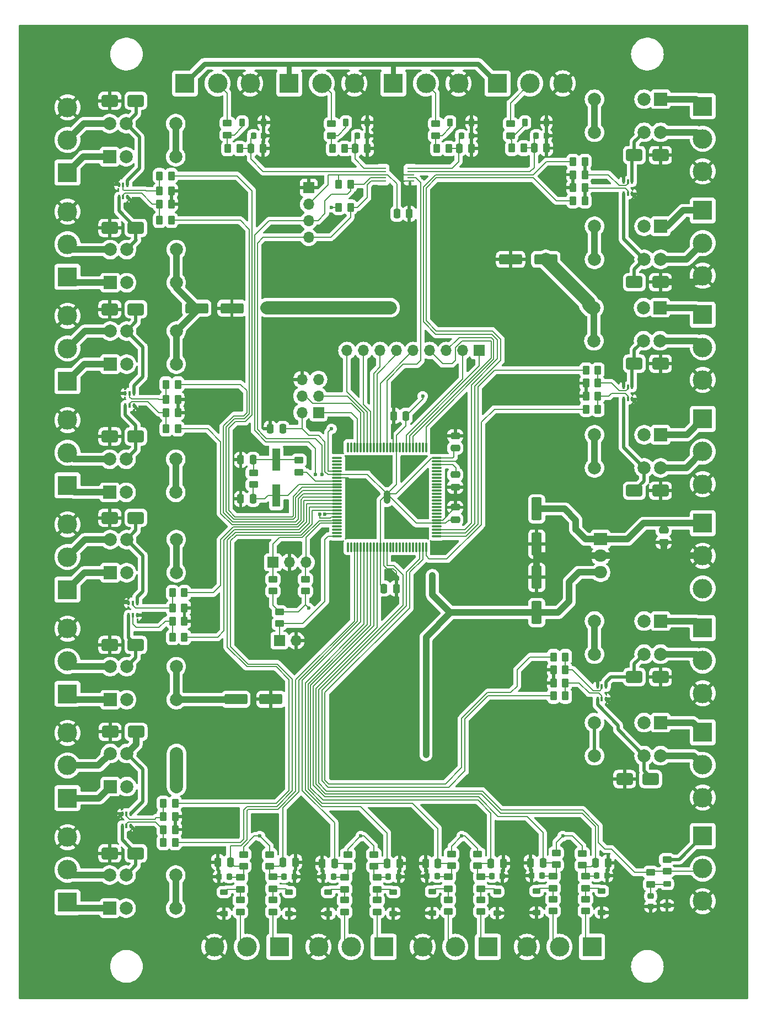
<source format=gbr>
%TF.GenerationSoftware,KiCad,Pcbnew,8.0.7-8.0.7-0~ubuntu22.04.1*%
%TF.CreationDate,2025-02-03T14:05:16-05:00*%
%TF.ProjectId,Keg Washer,4b656720-5761-4736-9865-722e6b696361,rev?*%
%TF.SameCoordinates,Original*%
%TF.FileFunction,Copper,L1,Top*%
%TF.FilePolarity,Positive*%
%FSLAX46Y46*%
G04 Gerber Fmt 4.6, Leading zero omitted, Abs format (unit mm)*
G04 Created by KiCad (PCBNEW 8.0.7-8.0.7-0~ubuntu22.04.1) date 2025-02-03 14:05:16*
%MOMM*%
%LPD*%
G01*
G04 APERTURE LIST*
G04 Aperture macros list*
%AMRoundRect*
0 Rectangle with rounded corners*
0 $1 Rounding radius*
0 $2 $3 $4 $5 $6 $7 $8 $9 X,Y pos of 4 corners*
0 Add a 4 corners polygon primitive as box body*
4,1,4,$2,$3,$4,$5,$6,$7,$8,$9,$2,$3,0*
0 Add four circle primitives for the rounded corners*
1,1,$1+$1,$2,$3*
1,1,$1+$1,$4,$5*
1,1,$1+$1,$6,$7*
1,1,$1+$1,$8,$9*
0 Add four rect primitives between the rounded corners*
20,1,$1+$1,$2,$3,$4,$5,0*
20,1,$1+$1,$4,$5,$6,$7,0*
20,1,$1+$1,$6,$7,$8,$9,0*
20,1,$1+$1,$8,$9,$2,$3,0*%
G04 Aperture macros list end*
%TA.AperFunction,SMDPad,CuDef*%
%ADD10RoundRect,0.250000X1.500000X0.550000X-1.500000X0.550000X-1.500000X-0.550000X1.500000X-0.550000X0*%
%TD*%
%TA.AperFunction,SMDPad,CuDef*%
%ADD11RoundRect,0.250000X-1.500000X-0.550000X1.500000X-0.550000X1.500000X0.550000X-1.500000X0.550000X0*%
%TD*%
%TA.AperFunction,SMDPad,CuDef*%
%ADD12RoundRect,0.250000X-0.475000X0.250000X-0.475000X-0.250000X0.475000X-0.250000X0.475000X0.250000X0*%
%TD*%
%TA.AperFunction,SMDPad,CuDef*%
%ADD13RoundRect,0.250000X-0.250000X-0.475000X0.250000X-0.475000X0.250000X0.475000X-0.250000X0.475000X0*%
%TD*%
%TA.AperFunction,SMDPad,CuDef*%
%ADD14RoundRect,0.250000X-0.450000X0.262500X-0.450000X-0.262500X0.450000X-0.262500X0.450000X0.262500X0*%
%TD*%
%TA.AperFunction,SMDPad,CuDef*%
%ADD15RoundRect,0.218750X-0.256250X0.218750X-0.256250X-0.218750X0.256250X-0.218750X0.256250X0.218750X0*%
%TD*%
%TA.AperFunction,SMDPad,CuDef*%
%ADD16RoundRect,0.225000X-0.375000X0.225000X-0.375000X-0.225000X0.375000X-0.225000X0.375000X0.225000X0*%
%TD*%
%TA.AperFunction,SMDPad,CuDef*%
%ADD17R,1.200000X3.500000*%
%TD*%
%TA.AperFunction,ComponentPad*%
%ADD18O,2.000000X1.905000*%
%TD*%
%TA.AperFunction,ComponentPad*%
%ADD19R,2.000000X1.905000*%
%TD*%
%TA.AperFunction,SMDPad,CuDef*%
%ADD20RoundRect,0.075000X-0.662500X0.075000X-0.662500X-0.075000X0.662500X-0.075000X0.662500X0.075000X0*%
%TD*%
%TA.AperFunction,SMDPad,CuDef*%
%ADD21RoundRect,0.075000X-0.075000X0.662500X-0.075000X-0.662500X0.075000X-0.662500X0.075000X0.662500X0*%
%TD*%
%TA.AperFunction,SMDPad,CuDef*%
%ADD22R,1.100000X0.250000*%
%TD*%
%TA.AperFunction,SMDPad,CuDef*%
%ADD23RoundRect,0.250000X0.450000X-0.262500X0.450000X0.262500X-0.450000X0.262500X-0.450000X-0.262500X0*%
%TD*%
%TA.AperFunction,SMDPad,CuDef*%
%ADD24RoundRect,0.250000X0.262500X0.450000X-0.262500X0.450000X-0.262500X-0.450000X0.262500X-0.450000X0*%
%TD*%
%TA.AperFunction,SMDPad,CuDef*%
%ADD25RoundRect,0.250000X-0.262500X-0.450000X0.262500X-0.450000X0.262500X0.450000X-0.262500X0.450000X0*%
%TD*%
%TA.AperFunction,SMDPad,CuDef*%
%ADD26RoundRect,0.100000X-0.100000X0.225000X-0.100000X-0.225000X0.100000X-0.225000X0.100000X0.225000X0*%
%TD*%
%TA.AperFunction,ComponentPad*%
%ADD27C,2.000000*%
%TD*%
%TA.AperFunction,ComponentPad*%
%ADD28R,2.000000X2.000000*%
%TD*%
%TA.AperFunction,ComponentPad*%
%ADD29C,3.000000*%
%TD*%
%TA.AperFunction,ComponentPad*%
%ADD30R,3.000000X3.000000*%
%TD*%
%TA.AperFunction,ComponentPad*%
%ADD31O,1.700000X1.700000*%
%TD*%
%TA.AperFunction,ComponentPad*%
%ADD32R,1.700000X1.700000*%
%TD*%
%TA.AperFunction,SMDPad,CuDef*%
%ADD33RoundRect,0.218750X0.218750X0.256250X-0.218750X0.256250X-0.218750X-0.256250X0.218750X-0.256250X0*%
%TD*%
%TA.AperFunction,SMDPad,CuDef*%
%ADD34RoundRect,0.218750X-0.218750X-0.256250X0.218750X-0.256250X0.218750X0.256250X-0.218750X0.256250X0*%
%TD*%
%TA.AperFunction,SMDPad,CuDef*%
%ADD35RoundRect,0.225000X-0.225000X-0.375000X0.225000X-0.375000X0.225000X0.375000X-0.225000X0.375000X0*%
%TD*%
%TA.AperFunction,SMDPad,CuDef*%
%ADD36RoundRect,0.250000X1.000000X0.650000X-1.000000X0.650000X-1.000000X-0.650000X1.000000X-0.650000X0*%
%TD*%
%TA.AperFunction,SMDPad,CuDef*%
%ADD37RoundRect,0.250000X-1.000000X-0.650000X1.000000X-0.650000X1.000000X0.650000X-1.000000X0.650000X0*%
%TD*%
%TA.AperFunction,SMDPad,CuDef*%
%ADD38RoundRect,0.250000X0.475000X-0.250000X0.475000X0.250000X-0.475000X0.250000X-0.475000X-0.250000X0*%
%TD*%
%TA.AperFunction,SMDPad,CuDef*%
%ADD39RoundRect,0.250000X0.550000X-1.500000X0.550000X1.500000X-0.550000X1.500000X-0.550000X-1.500000X0*%
%TD*%
%TA.AperFunction,SMDPad,CuDef*%
%ADD40RoundRect,0.250000X-0.550000X1.500000X-0.550000X-1.500000X0.550000X-1.500000X0.550000X1.500000X0*%
%TD*%
%TA.AperFunction,SMDPad,CuDef*%
%ADD41RoundRect,0.250000X0.250000X0.475000X-0.250000X0.475000X-0.250000X-0.475000X0.250000X-0.475000X0*%
%TD*%
%TA.AperFunction,ViaPad*%
%ADD42C,0.600000*%
%TD*%
%TA.AperFunction,ViaPad*%
%ADD43C,1.000000*%
%TD*%
%TA.AperFunction,Conductor*%
%ADD44C,0.200000*%
%TD*%
%TA.AperFunction,Conductor*%
%ADD45C,1.000000*%
%TD*%
%TA.AperFunction,Conductor*%
%ADD46C,0.500000*%
%TD*%
%TA.AperFunction,Conductor*%
%ADD47C,2.000000*%
%TD*%
%TA.AperFunction,Conductor*%
%ADD48C,0.800000*%
%TD*%
G04 APERTURE END LIST*
D10*
%TO.P,C27,1*%
%TO.N,+12V*%
X228900000Y-96500000D03*
%TO.P,C27,2*%
%TO.N,GND*%
X223500000Y-96500000D03*
%TD*%
D11*
%TO.P,C26,1*%
%TO.N,+12V*%
X175300000Y-104000000D03*
%TO.P,C26,2*%
%TO.N,GND*%
X180700000Y-104000000D03*
%TD*%
%TO.P,C25,1*%
%TO.N,+12V*%
X181300000Y-164000000D03*
%TO.P,C25,2*%
%TO.N,GND*%
X186700000Y-164000000D03*
%TD*%
D12*
%TO.P,C24,1*%
%TO.N,GND*%
X215000000Y-134550000D03*
%TO.P,C24,2*%
%TO.N,+5V*%
X215000000Y-136450000D03*
%TD*%
D13*
%TO.P,C23,1*%
%TO.N,GND*%
X186600000Y-122500000D03*
%TO.P,C23,2*%
%TO.N,+5V*%
X188500000Y-122500000D03*
%TD*%
D14*
%TO.P,R69,2*%
%TO.N,Net-(D39-K)*%
X245000000Y-192412500D03*
%TO.P,R69,1*%
%TO.N,Net-(J29-Pin_2)*%
X245000000Y-190587500D03*
%TD*%
D15*
%TO.P,D40,2,A*%
%TO.N,GND*%
X245000000Y-195787500D03*
%TO.P,D40,1,K*%
%TO.N,Net-(D39-K)*%
X245000000Y-194212500D03*
%TD*%
D16*
%TO.P,D39,2,A*%
%TO.N,GND*%
X247500000Y-195650000D03*
%TO.P,D39,1,K*%
%TO.N,Net-(D39-K)*%
X247500000Y-192350000D03*
%TD*%
D17*
%TO.P,Y1,2,2*%
%TO.N,Net-(U2-XTAL1)*%
X187500000Y-132750000D03*
%TO.P,Y1,1,1*%
%TO.N,Net-(C14-Pad2)*%
X187500000Y-127250000D03*
%TD*%
D18*
%TO.P,U3,3,OUT*%
%TO.N,+5V*%
X237305000Y-144540000D03*
%TO.P,U3,2,GND*%
%TO.N,GND*%
X237305000Y-142000000D03*
D19*
%TO.P,U3,1,IN*%
%TO.N,+VDC*%
X237305000Y-139460000D03*
%TD*%
D20*
%TO.P,U2,100,AVCC*%
%TO.N,+5V*%
X212162500Y-127000000D03*
%TO.P,U2,99,GND*%
%TO.N,GND*%
X212162500Y-127500000D03*
%TO.P,U2,98,AREF*%
%TO.N,Net-(U2-AREF)*%
X212162500Y-128000000D03*
%TO.P,U2,97,PF0*%
%TO.N,unconnected-(U2-PF0-Pad97)*%
X212162500Y-128500000D03*
%TO.P,U2,96,PF1*%
%TO.N,unconnected-(U2-PF1-Pad96)*%
X212162500Y-129000000D03*
%TO.P,U2,95,PF2*%
%TO.N,unconnected-(U2-PF2-Pad95)*%
X212162500Y-129500000D03*
%TO.P,U2,94,PF3*%
%TO.N,unconnected-(U2-PF3-Pad94)*%
X212162500Y-130000000D03*
%TO.P,U2,93,PF4*%
%TO.N,unconnected-(U2-PF4-Pad93)*%
X212162500Y-130500000D03*
%TO.P,U2,92,PF5*%
%TO.N,unconnected-(U2-PF5-Pad92)*%
X212162500Y-131000000D03*
%TO.P,U2,91,PF6*%
%TO.N,unconnected-(U2-PF6-Pad91)*%
X212162500Y-131500000D03*
%TO.P,U2,90,PF7*%
%TO.N,unconnected-(U2-PF7-Pad90)*%
X212162500Y-132000000D03*
%TO.P,U2,89,PK0*%
%TO.N,unconnected-(U2-PK0-Pad89)*%
X212162500Y-132500000D03*
%TO.P,U2,88,PK1*%
%TO.N,unconnected-(U2-PK1-Pad88)*%
X212162500Y-133000000D03*
%TO.P,U2,87,PK2*%
%TO.N,unconnected-(U2-PK2-Pad87)*%
X212162500Y-133500000D03*
%TO.P,U2,86,PK3*%
%TO.N,unconnected-(U2-PK3-Pad86)*%
X212162500Y-134000000D03*
%TO.P,U2,85,PK4*%
%TO.N,unconnected-(U2-PK4-Pad85)*%
X212162500Y-134500000D03*
%TO.P,U2,84,PK5*%
%TO.N,unconnected-(U2-PK5-Pad84)*%
X212162500Y-135000000D03*
%TO.P,U2,83,PK6*%
%TO.N,unconnected-(U2-PK6-Pad83)*%
X212162500Y-135500000D03*
%TO.P,U2,82,PK7*%
%TO.N,unconnected-(U2-PK7-Pad82)*%
X212162500Y-136000000D03*
%TO.P,U2,81,GND*%
%TO.N,GND*%
X212162500Y-136500000D03*
%TO.P,U2,80,VCC*%
%TO.N,+5V*%
X212162500Y-137000000D03*
%TO.P,U2,79,PJ7*%
%TO.N,unconnected-(U2-PJ7-Pad79)*%
X212162500Y-137500000D03*
%TO.P,U2,78,PA0*%
%TO.N,Net-(U2-PA0)*%
X212162500Y-138000000D03*
%TO.P,U2,77,PA1*%
%TO.N,Net-(U2-PA1)*%
X212162500Y-138500000D03*
%TO.P,U2,76,PA2*%
%TO.N,Net-(U2-PA2)*%
X212162500Y-139000000D03*
D21*
%TO.P,U2,75,PA3*%
%TO.N,Net-(U2-PA3)*%
X210500000Y-140662500D03*
%TO.P,U2,74,PA4*%
%TO.N,Net-(U2-PA4)*%
X210000000Y-140662500D03*
%TO.P,U2,73,PA5*%
%TO.N,Net-(U2-PA5)*%
X209500000Y-140662500D03*
%TO.P,U2,72,PA6*%
%TO.N,unconnected-(U2-PA6-Pad72)*%
X209000000Y-140662500D03*
%TO.P,U2,71,PA7*%
%TO.N,unconnected-(U2-PA7-Pad71)*%
X208500000Y-140662500D03*
%TO.P,U2,70,PG2*%
%TO.N,unconnected-(U2-PG2-Pad70)*%
X208000000Y-140662500D03*
%TO.P,U2,69,PJ6*%
%TO.N,unconnected-(U2-PJ6-Pad69)*%
X207500000Y-140662500D03*
%TO.P,U2,68,PJ5*%
%TO.N,unconnected-(U2-PJ5-Pad68)*%
X207000000Y-140662500D03*
%TO.P,U2,67,PJ4*%
%TO.N,unconnected-(U2-PJ4-Pad67)*%
X206500000Y-140662500D03*
%TO.P,U2,66,PJ3*%
%TO.N,unconnected-(U2-PJ3-Pad66)*%
X206000000Y-140662500D03*
%TO.P,U2,65,PJ2*%
%TO.N,unconnected-(U2-PJ2-Pad65)*%
X205500000Y-140662500D03*
%TO.P,U2,64,PJ1*%
%TO.N,unconnected-(U2-PJ1-Pad64)*%
X205000000Y-140662500D03*
%TO.P,U2,63,PJ0*%
%TO.N,Net-(J29-Pin_2)*%
X204500000Y-140662500D03*
%TO.P,U2,62,GND*%
%TO.N,GND*%
X204000000Y-140662500D03*
%TO.P,U2,61,VCC*%
%TO.N,+5V*%
X203500000Y-140662500D03*
%TO.P,U2,60,PC7*%
%TO.N,Net-(D25-K)*%
X203000000Y-140662500D03*
%TO.P,U2,59,PC6*%
%TO.N,Net-(D26-K)*%
X202500000Y-140662500D03*
%TO.P,U2,58,PC5*%
%TO.N,Net-(D23-K)*%
X202000000Y-140662500D03*
%TO.P,U2,57,PC4*%
%TO.N,Net-(D24-K)*%
X201500000Y-140662500D03*
%TO.P,U2,56,PC3*%
%TO.N,Net-(D33-K)*%
X201000000Y-140662500D03*
%TO.P,U2,55,PC2*%
%TO.N,Net-(D34-K)*%
X200500000Y-140662500D03*
%TO.P,U2,54,PC1*%
%TO.N,Net-(D31-K)*%
X200000000Y-140662500D03*
%TO.P,U2,53,PC0*%
%TO.N,Net-(D32-K)*%
X199500000Y-140662500D03*
%TO.P,U2,52,PG1*%
%TO.N,unconnected-(U2-PG1-Pad52)*%
X199000000Y-140662500D03*
%TO.P,U2,51,PG0*%
%TO.N,unconnected-(U2-PG0-Pad51)*%
X198500000Y-140662500D03*
D20*
%TO.P,U2,50,PD7*%
%TO.N,PD7*%
X196837500Y-139000000D03*
%TO.P,U2,49,PD6*%
%TO.N,unconnected-(U2-PD6-Pad49)*%
X196837500Y-138500000D03*
%TO.P,U2,48,PD5*%
%TO.N,unconnected-(U2-PD5-Pad48)*%
X196837500Y-138000000D03*
%TO.P,U2,47,PD4*%
%TO.N,unconnected-(U2-PD4-Pad47)*%
X196837500Y-137500000D03*
%TO.P,U2,46,PD3*%
%TO.N,PD3*%
X196837500Y-137000000D03*
%TO.P,U2,45,PD2*%
%TO.N,PD2*%
X196837500Y-136500000D03*
%TO.P,U2,44,PD1*%
%TO.N,Net-(J25-Pin_3)*%
X196837500Y-136000000D03*
%TO.P,U2,43,PD0*%
%TO.N,Net-(J25-Pin_4)*%
X196837500Y-135500000D03*
%TO.P,U2,42,PL7*%
%TO.N,Net-(U2-PL7)*%
X196837500Y-135000000D03*
%TO.P,U2,41,PL6*%
%TO.N,Net-(U2-PL6)*%
X196837500Y-134500000D03*
%TO.P,U2,40,PL5*%
%TO.N,Net-(U2-PL5)*%
X196837500Y-134000000D03*
%TO.P,U2,39,PL4*%
%TO.N,Net-(U2-PL4)*%
X196837500Y-133500000D03*
%TO.P,U2,38,PL3*%
%TO.N,Net-(U2-PL3)*%
X196837500Y-133000000D03*
%TO.P,U2,37,PL2*%
%TO.N,Net-(U2-PL2)*%
X196837500Y-132500000D03*
%TO.P,U2,36,PL1*%
%TO.N,Net-(U2-PL1)*%
X196837500Y-132000000D03*
%TO.P,U2,35,PL0*%
%TO.N,Net-(U2-PL0)*%
X196837500Y-131500000D03*
%TO.P,U2,34,XTAL1*%
%TO.N,Net-(U2-XTAL1)*%
X196837500Y-131000000D03*
%TO.P,U2,33,XTAL2*%
%TO.N,Net-(U2-XTAL2)*%
X196837500Y-130500000D03*
%TO.P,U2,32,GND*%
%TO.N,GND*%
X196837500Y-130000000D03*
%TO.P,U2,31,VCC*%
%TO.N,+5V*%
X196837500Y-129500000D03*
%TO.P,U2,30,~{RESET}*%
%TO.N,Net-(J1-Pin_5)*%
X196837500Y-129000000D03*
%TO.P,U2,29,PG4*%
%TO.N,unconnected-(U2-PG4-Pad29)*%
X196837500Y-128500000D03*
%TO.P,U2,28,PG3*%
%TO.N,unconnected-(U2-PG3-Pad28)*%
X196837500Y-128000000D03*
%TO.P,U2,27,PH7*%
%TO.N,unconnected-(U2-PH7-Pad27)*%
X196837500Y-127500000D03*
%TO.P,U2,26,PB7*%
%TO.N,unconnected-(U2-PB7-Pad26)*%
X196837500Y-127000000D03*
D21*
%TO.P,U2,25,PB6*%
%TO.N,unconnected-(U2-PB6-Pad25)*%
X198500000Y-125337500D03*
%TO.P,U2,24,PB5*%
%TO.N,unconnected-(U2-PB5-Pad24)*%
X199000000Y-125337500D03*
%TO.P,U2,23,PB4*%
%TO.N,unconnected-(U2-PB4-Pad23)*%
X199500000Y-125337500D03*
%TO.P,U2,22,PB3*%
%TO.N,Net-(J1-Pin_1)*%
X200000000Y-125337500D03*
%TO.P,U2,21,PB2*%
%TO.N,Net-(J1-Pin_4)*%
X200500000Y-125337500D03*
%TO.P,U2,20,PB1*%
%TO.N,Net-(J1-Pin_3)*%
X201000000Y-125337500D03*
%TO.P,U2,19,PB0*%
%TO.N,Net-(J26-Pin_9)*%
X201500000Y-125337500D03*
%TO.P,U2,18,PH6*%
%TO.N,Net-(J26-Pin_8)*%
X202000000Y-125337500D03*
%TO.P,U2,17,PH5*%
%TO.N,Net-(J26-Pin_7)*%
X202500000Y-125337500D03*
%TO.P,U2,16,PH4*%
%TO.N,Net-(J26-Pin_6)*%
X203000000Y-125337500D03*
%TO.P,U2,15,PH3*%
%TO.N,Net-(J26-Pin_5)*%
X203500000Y-125337500D03*
%TO.P,U2,14,PH2*%
%TO.N,unconnected-(U2-PH2-Pad14)*%
X204000000Y-125337500D03*
%TO.P,U2,13,PH1*%
%TO.N,Net-(U1-ALERT{slash}RDY)*%
X204500000Y-125337500D03*
%TO.P,U2,12,PH0*%
%TO.N,unconnected-(U2-PH0-Pad12)*%
X205000000Y-125337500D03*
%TO.P,U2,11,GND*%
%TO.N,GND*%
X205500000Y-125337500D03*
%TO.P,U2,10,VCC*%
%TO.N,+5V*%
X206000000Y-125337500D03*
%TO.P,U2,9,PE7*%
%TO.N,unconnected-(U2-PE7-Pad9)*%
X206500000Y-125337500D03*
%TO.P,U2,8,PE6*%
%TO.N,unconnected-(U2-PE6-Pad8)*%
X207000000Y-125337500D03*
%TO.P,U2,7,PE5*%
%TO.N,Net-(J26-Pin_2)*%
X207500000Y-125337500D03*
%TO.P,U2,6,PE4*%
%TO.N,Net-(J26-Pin_1)*%
X208000000Y-125337500D03*
%TO.P,U2,5,PE3*%
%TO.N,Net-(J26-Pin_4)*%
X208500000Y-125337500D03*
%TO.P,U2,4,PE2*%
%TO.N,unconnected-(U2-PE2-Pad4)*%
X209000000Y-125337500D03*
%TO.P,U2,3,PE1*%
%TO.N,unconnected-(U2-PE1-Pad3)*%
X209500000Y-125337500D03*
%TO.P,U2,2,PE0*%
%TO.N,unconnected-(U2-PE0-Pad2)*%
X210000000Y-125337500D03*
%TO.P,U2,1,PG5*%
%TO.N,Net-(J26-Pin_3)*%
X210500000Y-125337500D03*
%TD*%
D22*
%TO.P,U1,10,SCL*%
%TO.N,Net-(J25-Pin_4)*%
X203850000Y-84500000D03*
%TO.P,U1,9,SDA*%
%TO.N,Net-(J25-Pin_3)*%
X203850000Y-84000000D03*
%TO.P,U1,8,VDD*%
%TO.N,+5V*%
X203850000Y-83500000D03*
%TO.P,U1,7,AIN3*%
%TO.N,Net-(D20-K)*%
X203850000Y-83000000D03*
%TO.P,U1,6,AIN2*%
%TO.N,Net-(D19-K)*%
X203850000Y-82500000D03*
%TO.P,U1,5,AIN1*%
%TO.N,Net-(D17-K)*%
X208150000Y-82500000D03*
%TO.P,U1,4,AIN0*%
%TO.N,Net-(D15-K)*%
X208150000Y-83000000D03*
%TO.P,U1,3,GND*%
%TO.N,GND*%
X208150000Y-83500000D03*
%TO.P,U1,2,ALERT/RDY*%
%TO.N,Net-(U1-ALERT{slash}RDY)*%
X208150000Y-84000000D03*
%TO.P,U1,1,ADDR*%
%TO.N,GND*%
X208150000Y-84500000D03*
%TD*%
D14*
%TO.P,R68,2*%
%TO.N,Net-(J29-Pin_2)*%
X247500000Y-190412500D03*
%TO.P,R68,1*%
%TO.N,+5V*%
X247500000Y-188587500D03*
%TD*%
%TO.P,R67,2*%
%TO.N,PD7*%
X188000000Y-152412500D03*
%TO.P,R67,1*%
%TO.N,+5V*%
X188000000Y-150587500D03*
%TD*%
D23*
%TO.P,R66,2*%
%TO.N,PD3*%
X192000000Y-145587500D03*
%TO.P,R66,1*%
%TO.N,+5V*%
X192000000Y-147412500D03*
%TD*%
%TO.P,R65,2*%
%TO.N,PD2*%
X187000000Y-145587500D03*
%TO.P,R65,1*%
%TO.N,+5V*%
X187000000Y-147412500D03*
%TD*%
D14*
%TO.P,R64,2*%
%TO.N,Net-(J11-Pin_2)*%
X198000000Y-196650000D03*
%TO.P,R64,1*%
%TO.N,Net-(D38-K)*%
X198000000Y-194825000D03*
%TD*%
%TO.P,R63,2*%
%TO.N,Net-(J11-Pin_1)*%
X203000000Y-196650000D03*
%TO.P,R63,1*%
%TO.N,Net-(D37-K)*%
X203000000Y-194825000D03*
%TD*%
%TO.P,R62,2*%
%TO.N,Net-(J10-Pin_2)*%
X182000000Y-196650000D03*
%TO.P,R62,1*%
%TO.N,Net-(D36-K)*%
X182000000Y-194825000D03*
%TD*%
%TO.P,R61,2*%
%TO.N,Net-(J10-Pin_1)*%
X187000000Y-196650000D03*
%TO.P,R61,1*%
%TO.N,Net-(D35-K)*%
X187000000Y-194825000D03*
%TD*%
%TO.P,R60,2*%
%TO.N,Net-(D38-K)*%
X198000000Y-193150000D03*
%TO.P,R60,1*%
%TO.N,Net-(D34-K)*%
X198000000Y-191325000D03*
%TD*%
%TO.P,R59,2*%
%TO.N,Net-(D37-K)*%
X203000000Y-193150000D03*
%TO.P,R59,1*%
%TO.N,Net-(D33-K)*%
X203000000Y-191325000D03*
%TD*%
%TO.P,R58,2*%
%TO.N,Net-(D36-K)*%
X182000000Y-193150000D03*
%TO.P,R58,1*%
%TO.N,Net-(D32-K)*%
X182000000Y-191325000D03*
%TD*%
%TO.P,R57,2*%
%TO.N,Net-(D35-K)*%
X187000000Y-193062500D03*
%TO.P,R57,1*%
%TO.N,Net-(D31-K)*%
X187000000Y-191237500D03*
%TD*%
D23*
%TO.P,R56,2*%
%TO.N,+5V*%
X198500000Y-187825000D03*
%TO.P,R56,1*%
%TO.N,Net-(D34-K)*%
X198500000Y-189650000D03*
%TD*%
%TO.P,R55,2*%
%TO.N,+5V*%
X202500000Y-187825000D03*
%TO.P,R55,1*%
%TO.N,Net-(D33-K)*%
X202500000Y-189650000D03*
%TD*%
%TO.P,R54,2*%
%TO.N,+5V*%
X182500000Y-187825000D03*
%TO.P,R54,1*%
%TO.N,Net-(D32-K)*%
X182500000Y-189650000D03*
%TD*%
%TO.P,R53,2*%
%TO.N,+5V*%
X186500000Y-187825000D03*
%TO.P,R53,1*%
%TO.N,Net-(D31-K)*%
X186500000Y-189650000D03*
%TD*%
D14*
%TO.P,R52,2*%
%TO.N,Net-(J13-Pin_2)*%
X230000000Y-196500000D03*
%TO.P,R52,1*%
%TO.N,Net-(D30-K)*%
X230000000Y-194675000D03*
%TD*%
%TO.P,R51,2*%
%TO.N,Net-(J13-Pin_1)*%
X235000000Y-196500000D03*
%TO.P,R51,1*%
%TO.N,Net-(D29-K)*%
X235000000Y-194675000D03*
%TD*%
%TO.P,R50,2*%
%TO.N,Net-(J12-Pin_2)*%
X213932500Y-196582500D03*
%TO.P,R50,1*%
%TO.N,Net-(D28-K)*%
X213932500Y-194757500D03*
%TD*%
%TO.P,R49,2*%
%TO.N,Net-(J12-Pin_1)*%
X218932500Y-196582500D03*
%TO.P,R49,1*%
%TO.N,Net-(D27-K)*%
X218932500Y-194757500D03*
%TD*%
%TO.P,R48,2*%
%TO.N,Net-(D30-K)*%
X230000000Y-193000000D03*
%TO.P,R48,1*%
%TO.N,Net-(D26-K)*%
X230000000Y-191175000D03*
%TD*%
%TO.P,R47,1*%
%TO.N,Net-(D25-K)*%
X235000000Y-191175000D03*
%TO.P,R47,2*%
%TO.N,Net-(D29-K)*%
X235000000Y-193000000D03*
%TD*%
%TO.P,R46,2*%
%TO.N,Net-(D28-K)*%
X213932500Y-193082500D03*
%TO.P,R46,1*%
%TO.N,Net-(D24-K)*%
X213932500Y-191257500D03*
%TD*%
%TO.P,R45,2*%
%TO.N,Net-(D27-K)*%
X218932500Y-193082500D03*
%TO.P,R45,1*%
%TO.N,Net-(D23-K)*%
X218932500Y-191257500D03*
%TD*%
D23*
%TO.P,R44,2*%
%TO.N,+5V*%
X230500000Y-187587500D03*
%TO.P,R44,1*%
%TO.N,Net-(D26-K)*%
X230500000Y-189412500D03*
%TD*%
%TO.P,R43,2*%
%TO.N,+5V*%
X234500000Y-187675000D03*
%TO.P,R43,1*%
%TO.N,Net-(D25-K)*%
X234500000Y-189500000D03*
%TD*%
%TO.P,R42,2*%
%TO.N,+5V*%
X214432500Y-187757500D03*
%TO.P,R42,1*%
%TO.N,Net-(D24-K)*%
X214432500Y-189582500D03*
%TD*%
%TO.P,R41,2*%
%TO.N,+5V*%
X218432500Y-187757500D03*
%TO.P,R41,1*%
%TO.N,Net-(D23-K)*%
X218432500Y-189582500D03*
%TD*%
%TO.P,R40,2*%
%TO.N,Net-(J24-Pin_2)*%
X180000000Y-75587500D03*
%TO.P,R40,1*%
%TO.N,Net-(D22-K)*%
X180000000Y-77412500D03*
%TD*%
%TO.P,R39,2*%
%TO.N,Net-(J23-Pin_2)*%
X196000000Y-75675000D03*
%TO.P,R39,1*%
%TO.N,Net-(D21-K)*%
X196000000Y-77500000D03*
%TD*%
D24*
%TO.P,R38,2*%
%TO.N,Net-(D22-K)*%
X180087500Y-79500000D03*
%TO.P,R38,1*%
%TO.N,Net-(D20-K)*%
X181912500Y-79500000D03*
%TD*%
%TO.P,R37,2*%
%TO.N,Net-(D21-K)*%
X196175000Y-79500000D03*
%TO.P,R37,1*%
%TO.N,Net-(D19-K)*%
X198000000Y-79500000D03*
%TD*%
%TO.P,R36,2*%
%TO.N,+5V*%
X197087500Y-85000000D03*
%TO.P,R36,1*%
%TO.N,Net-(J25-Pin_3)*%
X198912500Y-85000000D03*
%TD*%
%TO.P,R35,2*%
%TO.N,+5V*%
X197087500Y-88500000D03*
%TO.P,R35,1*%
%TO.N,Net-(J25-Pin_4)*%
X198912500Y-88500000D03*
%TD*%
D23*
%TO.P,R34,2*%
%TO.N,Net-(J15-Pin_2)*%
X212000000Y-75675000D03*
%TO.P,R34,1*%
%TO.N,Net-(D18-K)*%
X212000000Y-77500000D03*
%TD*%
D24*
%TO.P,R33,2*%
%TO.N,Net-(D18-K)*%
X212175000Y-79500000D03*
%TO.P,R33,1*%
%TO.N,Net-(D17-K)*%
X214000000Y-79500000D03*
%TD*%
D14*
%TO.P,R32,2*%
%TO.N,Net-(U2-XTAL1)*%
X184000000Y-131075000D03*
%TO.P,R32,1*%
%TO.N,Net-(C14-Pad2)*%
X184000000Y-129250000D03*
%TD*%
%TO.P,R31,2*%
%TO.N,Net-(U2-XTAL2)*%
X191000000Y-129162500D03*
%TO.P,R31,1*%
%TO.N,Net-(C14-Pad2)*%
X191000000Y-127337500D03*
%TD*%
D24*
%TO.P,R30,2*%
%TO.N,Net-(D16-K)*%
X223675000Y-79432500D03*
%TO.P,R30,1*%
%TO.N,Net-(D15-K)*%
X225500000Y-79432500D03*
%TD*%
D23*
%TO.P,R29,2*%
%TO.N,Net-(J14-Pin_2)*%
X223500000Y-75675000D03*
%TO.P,R29,1*%
%TO.N,Net-(D16-K)*%
X223500000Y-77500000D03*
%TD*%
D25*
%TO.P,R28,2*%
%TO.N,Net-(U2-PL6)*%
X172000000Y-180000000D03*
%TO.P,R28,1*%
%TO.N,Net-(Q7-G2)*%
X170175000Y-180000000D03*
%TD*%
%TO.P,R27,1*%
%TO.N,Net-(Q6-G2)*%
X171587500Y-147672500D03*
%TO.P,R27,2*%
%TO.N,Net-(U2-PL4)*%
X173412500Y-147672500D03*
%TD*%
%TO.P,R26,2*%
%TO.N,GND*%
X172000000Y-182000000D03*
%TO.P,R26,1*%
%TO.N,Net-(Q7-G2)*%
X170175000Y-182000000D03*
%TD*%
%TO.P,R25,1*%
%TO.N,Net-(Q6-G2)*%
X171587500Y-150000000D03*
%TO.P,R25,2*%
%TO.N,GND*%
X173412500Y-150000000D03*
%TD*%
D24*
%TO.P,R24,2*%
%TO.N,Net-(Q7-G1)*%
X170175000Y-184000000D03*
%TO.P,R24,1*%
%TO.N,GND*%
X172000000Y-184000000D03*
%TD*%
%TO.P,R23,1*%
%TO.N,GND*%
X173412500Y-152000000D03*
%TO.P,R23,2*%
%TO.N,Net-(Q6-G1)*%
X171587500Y-152000000D03*
%TD*%
%TO.P,R22,2*%
%TO.N,Net-(Q7-G1)*%
X170175000Y-186000000D03*
%TO.P,R22,1*%
%TO.N,Net-(U2-PL7)*%
X172000000Y-186000000D03*
%TD*%
%TO.P,R21,1*%
%TO.N,Net-(U2-PL5)*%
X173412500Y-154500000D03*
%TO.P,R21,2*%
%TO.N,Net-(Q6-G1)*%
X171587500Y-154500000D03*
%TD*%
D25*
%TO.P,R20,2*%
%TO.N,Net-(U2-PL2)*%
X172412500Y-115672500D03*
%TO.P,R20,1*%
%TO.N,Net-(Q5-G2)*%
X170587500Y-115672500D03*
%TD*%
%TO.P,R19,2*%
%TO.N,Net-(U2-PL0)*%
X171412500Y-83672500D03*
%TO.P,R19,1*%
%TO.N,Net-(Q4-G2)*%
X169587500Y-83672500D03*
%TD*%
%TO.P,R18,2*%
%TO.N,GND*%
X172412500Y-118000000D03*
%TO.P,R18,1*%
%TO.N,Net-(Q5-G2)*%
X170587500Y-118000000D03*
%TD*%
%TO.P,R17,2*%
%TO.N,GND*%
X171412500Y-86000000D03*
%TO.P,R17,1*%
%TO.N,Net-(Q4-G2)*%
X169587500Y-86000000D03*
%TD*%
D24*
%TO.P,R16,2*%
%TO.N,Net-(Q5-G1)*%
X170587500Y-120000000D03*
%TO.P,R16,1*%
%TO.N,GND*%
X172412500Y-120000000D03*
%TD*%
%TO.P,R15,2*%
%TO.N,Net-(Q4-G1)*%
X169587500Y-88000000D03*
%TO.P,R15,1*%
%TO.N,GND*%
X171412500Y-88000000D03*
%TD*%
%TO.P,R14,2*%
%TO.N,Net-(Q5-G1)*%
X170587500Y-122500000D03*
%TO.P,R14,1*%
%TO.N,Net-(U2-PL3)*%
X172412500Y-122500000D03*
%TD*%
%TO.P,R13,2*%
%TO.N,Net-(Q4-G1)*%
X169587500Y-90500000D03*
%TO.P,R13,1*%
%TO.N,Net-(U2-PL1)*%
X171412500Y-90500000D03*
%TD*%
%TO.P,R12,2*%
%TO.N,Net-(U2-PA4)*%
X230087500Y-157500000D03*
%TO.P,R12,1*%
%TO.N,Net-(Q3-G2)*%
X231912500Y-157500000D03*
%TD*%
%TO.P,R11,2*%
%TO.N,GND*%
X230087500Y-159500000D03*
%TO.P,R11,1*%
%TO.N,Net-(Q3-G2)*%
X231912500Y-159500000D03*
%TD*%
D25*
%TO.P,R10,2*%
%TO.N,Net-(Q3-G1)*%
X231912500Y-161500000D03*
%TO.P,R10,1*%
%TO.N,GND*%
X230087500Y-161500000D03*
%TD*%
%TO.P,R9,2*%
%TO.N,Net-(Q3-G1)*%
X231912500Y-163500000D03*
%TO.P,R9,1*%
%TO.N,Net-(U2-PA5)*%
X230087500Y-163500000D03*
%TD*%
D24*
%TO.P,R8,2*%
%TO.N,Net-(U2-PA2)*%
X235087500Y-113500000D03*
%TO.P,R8,1*%
%TO.N,Net-(Q2-G2)*%
X236912500Y-113500000D03*
%TD*%
%TO.P,R7,2*%
%TO.N,GND*%
X235087500Y-115500000D03*
%TO.P,R7,1*%
%TO.N,Net-(Q2-G2)*%
X236912500Y-115500000D03*
%TD*%
D25*
%TO.P,R6,2*%
%TO.N,Net-(Q2-G1)*%
X236912500Y-117500000D03*
%TO.P,R6,1*%
%TO.N,GND*%
X235087500Y-117500000D03*
%TD*%
%TO.P,R5,2*%
%TO.N,Net-(Q2-G1)*%
X236912500Y-119500000D03*
%TO.P,R5,1*%
%TO.N,Net-(U2-PA3)*%
X235087500Y-119500000D03*
%TD*%
%TO.P,R4,2*%
%TO.N,Net-(Q1-G1)*%
X234912500Y-85500000D03*
%TO.P,R4,1*%
%TO.N,GND*%
X233087500Y-85500000D03*
%TD*%
D24*
%TO.P,R3,2*%
%TO.N,GND*%
X233087500Y-83500000D03*
%TO.P,R3,1*%
%TO.N,Net-(Q1-G2)*%
X234912500Y-83500000D03*
%TD*%
%TO.P,R2,2*%
%TO.N,Net-(U2-PA0)*%
X233087500Y-81500000D03*
%TO.P,R2,1*%
%TO.N,Net-(Q1-G2)*%
X234912500Y-81500000D03*
%TD*%
D25*
%TO.P,R1,2*%
%TO.N,Net-(Q1-G1)*%
X234912500Y-87500000D03*
%TO.P,R1,1*%
%TO.N,Net-(U2-PA1)*%
X233087500Y-87500000D03*
%TD*%
D26*
%TO.P,Q7,6,S1*%
%TO.N,GND*%
X165150000Y-183450000D03*
%TO.P,Q7,5,G1*%
%TO.N,Net-(Q7-G1)*%
X164500000Y-183450000D03*
%TO.P,Q7,4,D2*%
%TO.N,Net-(D12-K)*%
X163850000Y-183450000D03*
%TO.P,Q7,3,S2*%
%TO.N,GND*%
X163850000Y-181550000D03*
%TO.P,Q7,2,G2*%
%TO.N,Net-(Q7-G2)*%
X164500000Y-181550000D03*
%TO.P,Q7,1,D1*%
%TO.N,Net-(D14-K)*%
X165150000Y-181550000D03*
%TD*%
%TO.P,Q6,1,D1*%
%TO.N,Net-(D13-K)*%
X166150000Y-149222500D03*
%TO.P,Q6,2,G2*%
%TO.N,Net-(Q6-G2)*%
X165500000Y-149222500D03*
%TO.P,Q6,3,S2*%
%TO.N,GND*%
X164850000Y-149222500D03*
%TO.P,Q6,4,D2*%
%TO.N,Net-(D11-K)*%
X164850000Y-151122500D03*
%TO.P,Q6,5,G1*%
%TO.N,Net-(Q6-G1)*%
X165500000Y-151122500D03*
%TO.P,Q6,6,S1*%
%TO.N,GND*%
X166150000Y-151122500D03*
%TD*%
%TO.P,Q5,6,S1*%
%TO.N,GND*%
X165650000Y-118950000D03*
%TO.P,Q5,5,G1*%
%TO.N,Net-(Q5-G1)*%
X165000000Y-118950000D03*
%TO.P,Q5,4,D2*%
%TO.N,Net-(D8-K)*%
X164350000Y-118950000D03*
%TO.P,Q5,3,S2*%
%TO.N,GND*%
X164350000Y-117050000D03*
%TO.P,Q5,2,G2*%
%TO.N,Net-(Q5-G2)*%
X165000000Y-117050000D03*
%TO.P,Q5,1,D1*%
%TO.N,Net-(D10-K)*%
X165650000Y-117050000D03*
%TD*%
%TO.P,Q4,6,S1*%
%TO.N,GND*%
X164650000Y-86950000D03*
%TO.P,Q4,5,G1*%
%TO.N,Net-(Q4-G1)*%
X164000000Y-86950000D03*
%TO.P,Q4,4,D2*%
%TO.N,Net-(D7-K)*%
X163350000Y-86950000D03*
%TO.P,Q4,3,S2*%
%TO.N,GND*%
X163350000Y-85050000D03*
%TO.P,Q4,2,G2*%
%TO.N,Net-(Q4-G2)*%
X164000000Y-85050000D03*
%TO.P,Q4,1,D1*%
%TO.N,Net-(D9-K)*%
X164650000Y-85050000D03*
%TD*%
%TO.P,Q3,6,S1*%
%TO.N,GND*%
X238150000Y-163950000D03*
%TO.P,Q3,5,G1*%
%TO.N,Net-(Q3-G1)*%
X237500000Y-163950000D03*
%TO.P,Q3,4,D2*%
%TO.N,Net-(D5-K)*%
X236850000Y-163950000D03*
%TO.P,Q3,3,S2*%
%TO.N,GND*%
X236850000Y-162050000D03*
%TO.P,Q3,2,G2*%
%TO.N,Net-(Q3-G2)*%
X237500000Y-162050000D03*
%TO.P,Q3,1,D1*%
%TO.N,Net-(D6-K)*%
X238150000Y-162050000D03*
%TD*%
%TO.P,Q2,6,S1*%
%TO.N,GND*%
X242150000Y-117950000D03*
%TO.P,Q2,5,G1*%
%TO.N,Net-(Q2-G1)*%
X241500000Y-117950000D03*
%TO.P,Q2,4,D2*%
%TO.N,Net-(D3-K)*%
X240850000Y-117950000D03*
%TO.P,Q2,3,S2*%
%TO.N,GND*%
X240850000Y-116050000D03*
%TO.P,Q2,2,G2*%
%TO.N,Net-(Q2-G2)*%
X241500000Y-116050000D03*
%TO.P,Q2,1,D1*%
%TO.N,Net-(D4-K)*%
X242150000Y-116050000D03*
%TD*%
%TO.P,Q1,6,S1*%
%TO.N,GND*%
X242150000Y-86450000D03*
%TO.P,Q1,5,G1*%
%TO.N,Net-(Q1-G1)*%
X241500000Y-86450000D03*
%TO.P,Q1,4,D2*%
%TO.N,Net-(D1-K)*%
X240850000Y-86450000D03*
%TO.P,Q1,3,S2*%
%TO.N,GND*%
X240850000Y-84550000D03*
%TO.P,Q1,2,G2*%
%TO.N,Net-(Q1-G2)*%
X241500000Y-84550000D03*
%TO.P,Q1,1,D1*%
%TO.N,Net-(D2-K)*%
X242150000Y-84550000D03*
%TD*%
D27*
%TO.P,K14,10*%
%TO.N,Net-(J9-Pin_2)*%
X161917500Y-191000000D03*
%TO.P,K14,9*%
%TO.N,Net-(D12-K)*%
X164457500Y-191000000D03*
%TO.P,K14,6*%
%TO.N,+12V*%
X172077500Y-191000000D03*
%TO.P,K14,5*%
X172077500Y-196080000D03*
%TO.P,K14,2*%
X164457500Y-196080000D03*
D28*
%TO.P,K14,1*%
%TO.N,Net-(J9-Pin_1)*%
X161917500Y-196080000D03*
%TD*%
D27*
%TO.P,K13,10*%
%TO.N,Net-(J8-Pin_2)*%
X162042500Y-172327500D03*
%TO.P,K13,9*%
%TO.N,Net-(D14-K)*%
X164582500Y-172327500D03*
%TO.P,K13,6*%
%TO.N,+12V*%
X172202500Y-172327500D03*
%TO.P,K13,5*%
X172202500Y-177407500D03*
%TO.P,K13,2*%
X164582500Y-177407500D03*
D28*
%TO.P,K13,1*%
%TO.N,Net-(J8-Pin_1)*%
X162042500Y-177407500D03*
%TD*%
%TO.P,K12,1*%
%TO.N,Net-(J7-Pin_1)*%
X162000000Y-164080000D03*
D27*
%TO.P,K12,2*%
%TO.N,+12V*%
X164540000Y-164080000D03*
%TO.P,K12,5*%
X172160000Y-164080000D03*
%TO.P,K12,6*%
X172160000Y-159000000D03*
%TO.P,K12,9*%
%TO.N,Net-(D11-K)*%
X164540000Y-159000000D03*
%TO.P,K12,10*%
%TO.N,Net-(J7-Pin_2)*%
X162000000Y-159000000D03*
%TD*%
D28*
%TO.P,K11,1*%
%TO.N,Net-(J6-Pin_1)*%
X162000000Y-144580000D03*
D27*
%TO.P,K11,2*%
%TO.N,+12V*%
X164540000Y-144580000D03*
%TO.P,K11,5*%
X172160000Y-144580000D03*
%TO.P,K11,6*%
X172160000Y-139500000D03*
%TO.P,K11,9*%
%TO.N,Net-(D13-K)*%
X164540000Y-139500000D03*
%TO.P,K11,10*%
%TO.N,Net-(J6-Pin_2)*%
X162000000Y-139500000D03*
%TD*%
%TO.P,K10,10*%
%TO.N,Net-(J17-Pin_2)*%
X246540000Y-96500000D03*
%TO.P,K10,9*%
%TO.N,Net-(D1-K)*%
X244000000Y-96500000D03*
%TO.P,K10,6*%
%TO.N,+12V*%
X236380000Y-96500000D03*
%TO.P,K10,5*%
X236380000Y-91420000D03*
%TO.P,K10,2*%
X244000000Y-91420000D03*
D28*
%TO.P,K10,1*%
%TO.N,Net-(J17-Pin_1)*%
X246540000Y-91420000D03*
%TD*%
D27*
%TO.P,K9,10*%
%TO.N,Net-(J16-Pin_2)*%
X246540000Y-77000000D03*
%TO.P,K9,9*%
%TO.N,Net-(D2-K)*%
X244000000Y-77000000D03*
%TO.P,K9,6*%
%TO.N,+12V*%
X236380000Y-77000000D03*
%TO.P,K9,5*%
X236380000Y-71920000D03*
%TO.P,K9,2*%
X244000000Y-71920000D03*
D28*
%TO.P,K9,1*%
%TO.N,Net-(J16-Pin_1)*%
X246540000Y-71920000D03*
%TD*%
D27*
%TO.P,K8,10*%
%TO.N,Net-(J5-Pin_2)*%
X161917500Y-127172500D03*
%TO.P,K8,9*%
%TO.N,Net-(D8-K)*%
X164457500Y-127172500D03*
%TO.P,K8,6*%
%TO.N,+12V*%
X172077500Y-127172500D03*
%TO.P,K8,5*%
X172077500Y-132252500D03*
%TO.P,K8,2*%
X164457500Y-132252500D03*
D28*
%TO.P,K8,1*%
%TO.N,Net-(J5-Pin_1)*%
X161917500Y-132252500D03*
%TD*%
D27*
%TO.P,K7,10*%
%TO.N,Net-(J4-Pin_2)*%
X162000000Y-107500000D03*
%TO.P,K7,9*%
%TO.N,Net-(D10-K)*%
X164540000Y-107500000D03*
%TO.P,K7,6*%
%TO.N,+12V*%
X172160000Y-107500000D03*
%TO.P,K7,5*%
X172160000Y-112580000D03*
%TO.P,K7,2*%
X164540000Y-112580000D03*
D28*
%TO.P,K7,1*%
%TO.N,Net-(J4-Pin_1)*%
X162000000Y-112580000D03*
%TD*%
D27*
%TO.P,K6,10*%
%TO.N,Net-(J3-Pin_2)*%
X162000000Y-95000000D03*
%TO.P,K6,9*%
%TO.N,Net-(D7-K)*%
X164540000Y-95000000D03*
%TO.P,K6,6*%
%TO.N,+12V*%
X172160000Y-95000000D03*
%TO.P,K6,5*%
X172160000Y-100080000D03*
%TO.P,K6,2*%
X164540000Y-100080000D03*
D28*
%TO.P,K6,1*%
%TO.N,Net-(J3-Pin_1)*%
X162000000Y-100080000D03*
%TD*%
D27*
%TO.P,K5,10*%
%TO.N,Net-(J2-Pin_2)*%
X161917500Y-75672500D03*
%TO.P,K5,9*%
%TO.N,Net-(D9-K)*%
X164457500Y-75672500D03*
%TO.P,K5,6*%
%TO.N,+12V*%
X172077500Y-75672500D03*
%TO.P,K5,5*%
X172077500Y-80752500D03*
%TO.P,K5,2*%
X164457500Y-80752500D03*
D28*
%TO.P,K5,1*%
%TO.N,Net-(J2-Pin_1)*%
X161917500Y-80752500D03*
%TD*%
D27*
%TO.P,K4,10*%
%TO.N,Net-(J21-Pin_2)*%
X246540000Y-172672500D03*
%TO.P,K4,9*%
%TO.N,Net-(D5-K)*%
X244000000Y-172672500D03*
%TO.P,K4,6*%
%TO.N,+12V*%
X236380000Y-172672500D03*
%TO.P,K4,5*%
X236380000Y-167592500D03*
%TO.P,K4,2*%
X244000000Y-167592500D03*
D28*
%TO.P,K4,1*%
%TO.N,Net-(J21-Pin_1)*%
X246540000Y-167592500D03*
%TD*%
D27*
%TO.P,K3,10*%
%TO.N,Net-(J20-Pin_2)*%
X246540000Y-157087500D03*
%TO.P,K3,9*%
%TO.N,Net-(D6-K)*%
X244000000Y-157087500D03*
%TO.P,K3,6*%
%TO.N,+12V*%
X236380000Y-157087500D03*
%TO.P,K3,5*%
X236380000Y-152007500D03*
%TO.P,K3,2*%
X244000000Y-152007500D03*
D28*
%TO.P,K3,1*%
%TO.N,Net-(J20-Pin_1)*%
X246540000Y-152007500D03*
%TD*%
D27*
%TO.P,K2,10*%
%TO.N,Net-(J19-Pin_2)*%
X246540000Y-128500000D03*
%TO.P,K2,9*%
%TO.N,Net-(D3-K)*%
X244000000Y-128500000D03*
%TO.P,K2,6*%
%TO.N,+12V*%
X236380000Y-128500000D03*
%TO.P,K2,5*%
X236380000Y-123420000D03*
%TO.P,K2,2*%
X244000000Y-123420000D03*
D28*
%TO.P,K2,1*%
%TO.N,Net-(J19-Pin_1)*%
X246540000Y-123420000D03*
%TD*%
D27*
%TO.P,K1,10*%
%TO.N,Net-(J18-Pin_2)*%
X246457500Y-109000000D03*
%TO.P,K1,9*%
%TO.N,Net-(D4-K)*%
X243917500Y-109000000D03*
%TO.P,K1,6*%
%TO.N,+12V*%
X236297500Y-109000000D03*
%TO.P,K1,5*%
X236297500Y-103920000D03*
%TO.P,K1,2*%
X243917500Y-103920000D03*
D28*
%TO.P,K1,1*%
%TO.N,Net-(J18-Pin_1)*%
X246457500Y-103920000D03*
%TD*%
D29*
%TO.P,J29,3,Pin_3*%
%TO.N,GND*%
X253000000Y-195000000D03*
%TO.P,J29,2,Pin_2*%
%TO.N,Net-(J29-Pin_2)*%
X253000000Y-190000000D03*
D30*
%TO.P,J29,1,Pin_1*%
%TO.N,+5V*%
X253000000Y-185000000D03*
%TD*%
D31*
%TO.P,J28,2,Pin_2*%
%TO.N,GND*%
X190540000Y-155000000D03*
D32*
%TO.P,J28,1,Pin_1*%
%TO.N,PD7*%
X188000000Y-155000000D03*
%TD*%
D31*
%TO.P,J27,3,Pin_3*%
%TO.N,PD3*%
X192080000Y-143000000D03*
%TO.P,J27,2,Pin_2*%
%TO.N,GND*%
X189540000Y-143000000D03*
D32*
%TO.P,J27,1,Pin_1*%
%TO.N,PD2*%
X187000000Y-143000000D03*
%TD*%
D31*
%TO.P,J26,9,Pin_9*%
%TO.N,Net-(J26-Pin_9)*%
X198380000Y-110500000D03*
%TO.P,J26,8,Pin_8*%
%TO.N,Net-(J26-Pin_8)*%
X200920000Y-110500000D03*
%TO.P,J26,7,Pin_7*%
%TO.N,Net-(J26-Pin_7)*%
X203460000Y-110500000D03*
%TO.P,J26,6,Pin_6*%
%TO.N,Net-(J26-Pin_6)*%
X206000000Y-110500000D03*
%TO.P,J26,5,Pin_5*%
%TO.N,Net-(J26-Pin_5)*%
X208540000Y-110500000D03*
%TO.P,J26,4,Pin_4*%
%TO.N,Net-(J26-Pin_4)*%
X211080000Y-110500000D03*
%TO.P,J26,3,Pin_3*%
%TO.N,Net-(J26-Pin_3)*%
X213620000Y-110500000D03*
%TO.P,J26,2,Pin_2*%
%TO.N,Net-(J26-Pin_2)*%
X216160000Y-110500000D03*
D32*
%TO.P,J26,1,Pin_1*%
%TO.N,Net-(J26-Pin_1)*%
X218700000Y-110500000D03*
%TD*%
D31*
%TO.P,J25,4,Pin_4*%
%TO.N,Net-(J25-Pin_4)*%
X192500000Y-93120000D03*
%TO.P,J25,3,Pin_3*%
%TO.N,Net-(J25-Pin_3)*%
X192500000Y-90580000D03*
%TO.P,J25,2,Pin_2*%
%TO.N,+5V*%
X192500000Y-88040000D03*
D32*
%TO.P,J25,1,Pin_1*%
%TO.N,GND*%
X192500000Y-85500000D03*
%TD*%
D29*
%TO.P,J24,3,Pin_3*%
%TO.N,GND*%
X183500000Y-69500000D03*
%TO.P,J24,2,Pin_2*%
%TO.N,Net-(J24-Pin_2)*%
X178500000Y-69500000D03*
D30*
%TO.P,J24,1,Pin_1*%
%TO.N,+5V*%
X173500000Y-69500000D03*
%TD*%
D29*
%TO.P,J23,3,Pin_3*%
%TO.N,GND*%
X199500000Y-69500000D03*
%TO.P,J23,2,Pin_2*%
%TO.N,Net-(J23-Pin_2)*%
X194500000Y-69500000D03*
D30*
%TO.P,J23,1,Pin_1*%
%TO.N,+5V*%
X189500000Y-69500000D03*
%TD*%
D29*
%TO.P,J22,3,Pin_3*%
%TO.N,+12V*%
X253000000Y-147000000D03*
%TO.P,J22,2,Pin_2*%
%TO.N,GND*%
X253000000Y-142000000D03*
D30*
%TO.P,J22,1,Pin_1*%
%TO.N,+VDC*%
X253000000Y-137000000D03*
%TD*%
D29*
%TO.P,J21,3,Pin_3*%
%TO.N,GND*%
X253000000Y-179087500D03*
%TO.P,J21,2,Pin_2*%
%TO.N,Net-(J21-Pin_2)*%
X253000000Y-174087500D03*
D30*
%TO.P,J21,1,Pin_1*%
%TO.N,Net-(J21-Pin_1)*%
X253000000Y-169087500D03*
%TD*%
D29*
%TO.P,J20,3,Pin_3*%
%TO.N,GND*%
X253000000Y-163087500D03*
%TO.P,J20,2,Pin_2*%
%TO.N,Net-(J20-Pin_2)*%
X253000000Y-158087500D03*
D30*
%TO.P,J20,1,Pin_1*%
%TO.N,Net-(J20-Pin_1)*%
X253000000Y-153087500D03*
%TD*%
D29*
%TO.P,J19,3,Pin_3*%
%TO.N,GND*%
X253000000Y-131000000D03*
%TO.P,J19,2,Pin_2*%
%TO.N,Net-(J19-Pin_2)*%
X253000000Y-126000000D03*
D30*
%TO.P,J19,1,Pin_1*%
%TO.N,Net-(J19-Pin_1)*%
X253000000Y-121000000D03*
%TD*%
D29*
%TO.P,J18,3,Pin_3*%
%TO.N,GND*%
X253000000Y-115000000D03*
%TO.P,J18,2,Pin_2*%
%TO.N,Net-(J18-Pin_2)*%
X253000000Y-110000000D03*
D30*
%TO.P,J18,1,Pin_1*%
%TO.N,Net-(J18-Pin_1)*%
X253000000Y-105000000D03*
%TD*%
D29*
%TO.P,J17,3,Pin_3*%
%TO.N,GND*%
X253000000Y-99000000D03*
%TO.P,J17,2,Pin_2*%
%TO.N,Net-(J17-Pin_2)*%
X253000000Y-94000000D03*
D30*
%TO.P,J17,1,Pin_1*%
%TO.N,Net-(J17-Pin_1)*%
X253000000Y-89000000D03*
%TD*%
D29*
%TO.P,J16,3,Pin_3*%
%TO.N,GND*%
X253000000Y-83000000D03*
%TO.P,J16,2,Pin_2*%
%TO.N,Net-(J16-Pin_2)*%
X253000000Y-78000000D03*
D30*
%TO.P,J16,1,Pin_1*%
%TO.N,Net-(J16-Pin_1)*%
X253000000Y-73000000D03*
%TD*%
D29*
%TO.P,J15,3,Pin_3*%
%TO.N,GND*%
X215500000Y-69500000D03*
%TO.P,J15,2,Pin_2*%
%TO.N,Net-(J15-Pin_2)*%
X210500000Y-69500000D03*
D30*
%TO.P,J15,1,Pin_1*%
%TO.N,+5V*%
X205500000Y-69500000D03*
%TD*%
D29*
%TO.P,J14,3,Pin_3*%
%TO.N,GND*%
X231500000Y-69500000D03*
%TO.P,J14,2,Pin_2*%
%TO.N,Net-(J14-Pin_2)*%
X226500000Y-69500000D03*
D30*
%TO.P,J14,1,Pin_1*%
%TO.N,+5V*%
X221500000Y-69500000D03*
%TD*%
D29*
%TO.P,J13,3,Pin_3*%
%TO.N,GND*%
X226000000Y-202000000D03*
%TO.P,J13,2,Pin_2*%
%TO.N,Net-(J13-Pin_2)*%
X231000000Y-202000000D03*
D30*
%TO.P,J13,1,Pin_1*%
%TO.N,Net-(J13-Pin_1)*%
X236000000Y-202000000D03*
%TD*%
D29*
%TO.P,J12,3,Pin_3*%
%TO.N,GND*%
X210000000Y-202000000D03*
%TO.P,J12,2,Pin_2*%
%TO.N,Net-(J12-Pin_2)*%
X215000000Y-202000000D03*
D30*
%TO.P,J12,1,Pin_1*%
%TO.N,Net-(J12-Pin_1)*%
X220000000Y-202000000D03*
%TD*%
%TO.P,J11,1,Pin_1*%
%TO.N,Net-(J11-Pin_1)*%
X204000000Y-202000000D03*
D29*
%TO.P,J11,2,Pin_2*%
%TO.N,Net-(J11-Pin_2)*%
X199000000Y-202000000D03*
%TO.P,J11,3,Pin_3*%
%TO.N,GND*%
X194000000Y-202000000D03*
%TD*%
%TO.P,J10,3,Pin_3*%
%TO.N,GND*%
X178000000Y-202000000D03*
%TO.P,J10,2,Pin_2*%
%TO.N,Net-(J10-Pin_2)*%
X183000000Y-202000000D03*
D30*
%TO.P,J10,1,Pin_1*%
%TO.N,Net-(J10-Pin_1)*%
X188000000Y-202000000D03*
%TD*%
D29*
%TO.P,J9,3,Pin_3*%
%TO.N,GND*%
X155457500Y-185172500D03*
%TO.P,J9,2,Pin_2*%
%TO.N,Net-(J9-Pin_2)*%
X155457500Y-190172500D03*
D30*
%TO.P,J9,1,Pin_1*%
%TO.N,Net-(J9-Pin_1)*%
X155457500Y-195172500D03*
%TD*%
%TO.P,J8,1,Pin_1*%
%TO.N,Net-(J8-Pin_1)*%
X155457500Y-179172500D03*
D29*
%TO.P,J8,2,Pin_2*%
%TO.N,Net-(J8-Pin_2)*%
X155457500Y-174172500D03*
%TO.P,J8,3,Pin_3*%
%TO.N,GND*%
X155457500Y-169172500D03*
%TD*%
D30*
%TO.P,J7,1,Pin_1*%
%TO.N,Net-(J7-Pin_1)*%
X155457500Y-163172500D03*
D29*
%TO.P,J7,2,Pin_2*%
%TO.N,Net-(J7-Pin_2)*%
X155457500Y-158172500D03*
%TO.P,J7,3,Pin_3*%
%TO.N,GND*%
X155457500Y-153172500D03*
%TD*%
D30*
%TO.P,J6,1,Pin_1*%
%TO.N,Net-(J6-Pin_1)*%
X155457500Y-147172500D03*
D29*
%TO.P,J6,2,Pin_2*%
%TO.N,Net-(J6-Pin_2)*%
X155457500Y-142172500D03*
%TO.P,J6,3,Pin_3*%
%TO.N,GND*%
X155457500Y-137172500D03*
%TD*%
%TO.P,J5,3,Pin_3*%
%TO.N,GND*%
X155457500Y-121172500D03*
%TO.P,J5,2,Pin_2*%
%TO.N,Net-(J5-Pin_2)*%
X155457500Y-126172500D03*
D30*
%TO.P,J5,1,Pin_1*%
%TO.N,Net-(J5-Pin_1)*%
X155457500Y-131172500D03*
%TD*%
D29*
%TO.P,J4,3,Pin_3*%
%TO.N,GND*%
X155457500Y-105172500D03*
%TO.P,J4,2,Pin_2*%
%TO.N,Net-(J4-Pin_2)*%
X155457500Y-110172500D03*
D30*
%TO.P,J4,1,Pin_1*%
%TO.N,Net-(J4-Pin_1)*%
X155457500Y-115172500D03*
%TD*%
D29*
%TO.P,J3,3,Pin_3*%
%TO.N,GND*%
X155457500Y-89172500D03*
%TO.P,J3,2,Pin_2*%
%TO.N,Net-(J3-Pin_2)*%
X155457500Y-94172500D03*
D30*
%TO.P,J3,1,Pin_1*%
%TO.N,Net-(J3-Pin_1)*%
X155457500Y-99172500D03*
%TD*%
D29*
%TO.P,J2,3,Pin_3*%
%TO.N,GND*%
X155457500Y-73172500D03*
%TO.P,J2,2,Pin_2*%
%TO.N,Net-(J2-Pin_2)*%
X155457500Y-78172500D03*
D30*
%TO.P,J2,1,Pin_1*%
%TO.N,Net-(J2-Pin_1)*%
X155457500Y-83172500D03*
%TD*%
D31*
%TO.P,J1,6,Pin_6*%
%TO.N,GND*%
X191460000Y-114920000D03*
%TO.P,J1,5,Pin_5*%
%TO.N,Net-(J1-Pin_5)*%
X194000000Y-114920000D03*
%TO.P,J1,4,Pin_4*%
%TO.N,Net-(J1-Pin_4)*%
X191460000Y-117460000D03*
%TO.P,J1,3,Pin_3*%
%TO.N,Net-(J1-Pin_3)*%
X194000000Y-117460000D03*
%TO.P,J1,2,Pin_2*%
%TO.N,+5V*%
X191460000Y-120000000D03*
D32*
%TO.P,J1,1,Pin_1*%
%TO.N,Net-(J1-Pin_1)*%
X194000000Y-120000000D03*
%TD*%
D16*
%TO.P,D38,2,A*%
%TO.N,GND*%
X195500000Y-196887500D03*
%TO.P,D38,1,K*%
%TO.N,Net-(D38-K)*%
X195500000Y-193587500D03*
%TD*%
%TO.P,D37,2,A*%
%TO.N,GND*%
X205500000Y-196887500D03*
%TO.P,D37,1,K*%
%TO.N,Net-(D37-K)*%
X205500000Y-193587500D03*
%TD*%
%TO.P,D36,2,A*%
%TO.N,GND*%
X179500000Y-196887500D03*
%TO.P,D36,1,K*%
%TO.N,Net-(D36-K)*%
X179500000Y-193587500D03*
%TD*%
%TO.P,D35,2,A*%
%TO.N,GND*%
X189500000Y-196887500D03*
%TO.P,D35,1,K*%
%TO.N,Net-(D35-K)*%
X189500000Y-193587500D03*
%TD*%
D33*
%TO.P,D34,2,A*%
%TO.N,GND*%
X194712500Y-191237500D03*
%TO.P,D34,1,K*%
%TO.N,Net-(D34-K)*%
X196287500Y-191237500D03*
%TD*%
D34*
%TO.P,D33,2,A*%
%TO.N,GND*%
X206287500Y-191237500D03*
%TO.P,D33,1,K*%
%TO.N,Net-(D33-K)*%
X204712500Y-191237500D03*
%TD*%
D33*
%TO.P,D32,2,A*%
%TO.N,GND*%
X178712500Y-191237500D03*
%TO.P,D32,1,K*%
%TO.N,Net-(D32-K)*%
X180287500Y-191237500D03*
%TD*%
D34*
%TO.P,D31,2,A*%
%TO.N,GND*%
X190287500Y-191237500D03*
%TO.P,D31,1,K*%
%TO.N,Net-(D31-K)*%
X188712500Y-191237500D03*
%TD*%
D16*
%TO.P,D30,2,A*%
%TO.N,GND*%
X227500000Y-196737500D03*
%TO.P,D30,1,K*%
%TO.N,Net-(D30-K)*%
X227500000Y-193437500D03*
%TD*%
%TO.P,D29,2,A*%
%TO.N,GND*%
X237500000Y-196737500D03*
%TO.P,D29,1,K*%
%TO.N,Net-(D29-K)*%
X237500000Y-193437500D03*
%TD*%
%TO.P,D28,2,A*%
%TO.N,GND*%
X211432500Y-196820000D03*
%TO.P,D28,1,K*%
%TO.N,Net-(D28-K)*%
X211432500Y-193520000D03*
%TD*%
%TO.P,D27,2,A*%
%TO.N,GND*%
X221432500Y-196820000D03*
%TO.P,D27,1,K*%
%TO.N,Net-(D27-K)*%
X221432500Y-193520000D03*
%TD*%
D33*
%TO.P,D26,2,A*%
%TO.N,GND*%
X226712500Y-191087500D03*
%TO.P,D26,1,K*%
%TO.N,Net-(D26-K)*%
X228287500Y-191087500D03*
%TD*%
D34*
%TO.P,D25,2,A*%
%TO.N,GND*%
X238287500Y-191087500D03*
%TO.P,D25,1,K*%
%TO.N,Net-(D25-K)*%
X236712500Y-191087500D03*
%TD*%
D33*
%TO.P,D24,2,A*%
%TO.N,GND*%
X210645000Y-191170000D03*
%TO.P,D24,1,K*%
%TO.N,Net-(D24-K)*%
X212220000Y-191170000D03*
%TD*%
D34*
%TO.P,D23,2,A*%
%TO.N,GND*%
X222220000Y-191170000D03*
%TO.P,D23,1,K*%
%TO.N,Net-(D23-K)*%
X220645000Y-191170000D03*
%TD*%
D35*
%TO.P,D22,2,A*%
%TO.N,GND*%
X185600000Y-75500000D03*
%TO.P,D22,1,K*%
%TO.N,Net-(D22-K)*%
X182300000Y-75500000D03*
%TD*%
%TO.P,D21,2,A*%
%TO.N,GND*%
X201500000Y-75500000D03*
%TO.P,D21,1,K*%
%TO.N,Net-(D21-K)*%
X198200000Y-75500000D03*
%TD*%
D34*
%TO.P,D20,2,A*%
%TO.N,GND*%
X185575000Y-77500000D03*
%TO.P,D20,1,K*%
%TO.N,Net-(D20-K)*%
X184000000Y-77500000D03*
%TD*%
%TO.P,D19,2,A*%
%TO.N,GND*%
X201500000Y-77500000D03*
%TO.P,D19,1,K*%
%TO.N,Net-(D19-K)*%
X199925000Y-77500000D03*
%TD*%
D35*
%TO.P,D18,2,A*%
%TO.N,GND*%
X217500000Y-75500000D03*
%TO.P,D18,1,K*%
%TO.N,Net-(D18-K)*%
X214200000Y-75500000D03*
%TD*%
D34*
%TO.P,D17,2,A*%
%TO.N,GND*%
X217500000Y-77500000D03*
%TO.P,D17,1,K*%
%TO.N,Net-(D17-K)*%
X215925000Y-77500000D03*
%TD*%
D35*
%TO.P,D16,2,A*%
%TO.N,GND*%
X229000000Y-75500000D03*
%TO.P,D16,1,K*%
%TO.N,Net-(D16-K)*%
X225700000Y-75500000D03*
%TD*%
D34*
%TO.P,D15,2,A*%
%TO.N,GND*%
X229000000Y-77500000D03*
%TO.P,D15,1,K*%
%TO.N,Net-(D15-K)*%
X227425000Y-77500000D03*
%TD*%
D36*
%TO.P,D14,2,A*%
%TO.N,GND*%
X162000000Y-169000000D03*
%TO.P,D14,1,K*%
%TO.N,Net-(D14-K)*%
X166000000Y-169000000D03*
%TD*%
%TO.P,D13,1,K*%
%TO.N,Net-(D13-K)*%
X165957500Y-136172500D03*
%TO.P,D13,2,A*%
%TO.N,GND*%
X161957500Y-136172500D03*
%TD*%
%TO.P,D12,2,A*%
%TO.N,GND*%
X161957500Y-187672500D03*
%TO.P,D12,1,K*%
%TO.N,Net-(D12-K)*%
X165957500Y-187672500D03*
%TD*%
%TO.P,D11,2,A*%
%TO.N,GND*%
X161957500Y-155672500D03*
%TO.P,D11,1,K*%
%TO.N,Net-(D11-K)*%
X165957500Y-155672500D03*
%TD*%
%TO.P,D10,2,A*%
%TO.N,GND*%
X161957500Y-104172500D03*
%TO.P,D10,1,K*%
%TO.N,Net-(D10-K)*%
X165957500Y-104172500D03*
%TD*%
%TO.P,D9,2,A*%
%TO.N,GND*%
X161957500Y-72172500D03*
%TO.P,D9,1,K*%
%TO.N,Net-(D9-K)*%
X165957500Y-72172500D03*
%TD*%
%TO.P,D8,2,A*%
%TO.N,GND*%
X161957500Y-123672500D03*
%TO.P,D8,1,K*%
%TO.N,Net-(D8-K)*%
X165957500Y-123672500D03*
%TD*%
%TO.P,D7,2,A*%
%TO.N,GND*%
X161957500Y-91672500D03*
%TO.P,D7,1,K*%
%TO.N,Net-(D7-K)*%
X165957500Y-91672500D03*
%TD*%
D37*
%TO.P,D6,2,A*%
%TO.N,GND*%
X246500000Y-160587500D03*
%TO.P,D6,1,K*%
%TO.N,Net-(D6-K)*%
X242500000Y-160587500D03*
%TD*%
D36*
%TO.P,D5,2,A*%
%TO.N,GND*%
X241000000Y-176250000D03*
%TO.P,D5,1,K*%
%TO.N,Net-(D5-K)*%
X245000000Y-176250000D03*
%TD*%
D37*
%TO.P,D4,2,A*%
%TO.N,GND*%
X246500000Y-112500000D03*
%TO.P,D4,1,K*%
%TO.N,Net-(D4-K)*%
X242500000Y-112500000D03*
%TD*%
%TO.P,D3,2,A*%
%TO.N,GND*%
X246500000Y-132000000D03*
%TO.P,D3,1,K*%
%TO.N,Net-(D3-K)*%
X242500000Y-132000000D03*
%TD*%
%TO.P,D2,2,A*%
%TO.N,GND*%
X246500000Y-80500000D03*
%TO.P,D2,1,K*%
%TO.N,Net-(D2-K)*%
X242500000Y-80500000D03*
%TD*%
%TO.P,D1,2,A*%
%TO.N,GND*%
X246500000Y-100000000D03*
%TO.P,D1,1,K*%
%TO.N,Net-(D1-K)*%
X242500000Y-100000000D03*
%TD*%
D38*
%TO.P,C22,2*%
%TO.N,Net-(U2-AREF)*%
X215000000Y-129550000D03*
%TO.P,C22,1*%
%TO.N,GND*%
X215000000Y-131450000D03*
%TD*%
D13*
%TO.P,C21,2*%
%TO.N,GND*%
X207950000Y-89500000D03*
%TO.P,C21,1*%
%TO.N,+5V*%
X206050000Y-89500000D03*
%TD*%
D39*
%TO.P,C20,2*%
%TO.N,GND*%
X227500000Y-145300000D03*
%TO.P,C20,1*%
%TO.N,+5V*%
X227500000Y-150700000D03*
%TD*%
D40*
%TO.P,C19,2*%
%TO.N,GND*%
X227500000Y-140200000D03*
%TO.P,C19,1*%
%TO.N,+VDC*%
X227500000Y-134800000D03*
%TD*%
D12*
%TO.P,C18,2*%
%TO.N,+5V*%
X215000000Y-125450000D03*
%TO.P,C18,1*%
%TO.N,GND*%
X215000000Y-123550000D03*
%TD*%
D13*
%TO.P,C17,2*%
%TO.N,+5V*%
X207450000Y-120500000D03*
%TO.P,C17,1*%
%TO.N,GND*%
X205550000Y-120500000D03*
%TD*%
D41*
%TO.P,C16,2*%
%TO.N,+5V*%
X204050000Y-147000000D03*
%TO.P,C16,1*%
%TO.N,GND*%
X205950000Y-147000000D03*
%TD*%
D12*
%TO.P,C15,2*%
%TO.N,GND*%
X247000000Y-139950000D03*
%TO.P,C15,1*%
%TO.N,+VDC*%
X247000000Y-138050000D03*
%TD*%
D13*
%TO.P,C14,2*%
%TO.N,Net-(C14-Pad2)*%
X183950000Y-127250000D03*
%TO.P,C14,1*%
%TO.N,GND*%
X182050000Y-127250000D03*
%TD*%
%TO.P,C13,2*%
%TO.N,Net-(U2-XTAL1)*%
X183950000Y-133250000D03*
%TO.P,C13,1*%
%TO.N,GND*%
X182050000Y-133250000D03*
%TD*%
D41*
%TO.P,C12,2*%
%TO.N,GND*%
X194550000Y-189237500D03*
%TO.P,C12,1*%
%TO.N,Net-(D34-K)*%
X196450000Y-189237500D03*
%TD*%
D13*
%TO.P,C11,2*%
%TO.N,GND*%
X206450000Y-189237500D03*
%TO.P,C11,1*%
%TO.N,Net-(D33-K)*%
X204550000Y-189237500D03*
%TD*%
D41*
%TO.P,C10,1*%
%TO.N,Net-(D32-K)*%
X180450000Y-189000000D03*
%TO.P,C10,2*%
%TO.N,GND*%
X178550000Y-189000000D03*
%TD*%
D13*
%TO.P,C9,2*%
%TO.N,GND*%
X190450000Y-189000000D03*
%TO.P,C9,1*%
%TO.N,Net-(D31-K)*%
X188550000Y-189000000D03*
%TD*%
D41*
%TO.P,C8,2*%
%TO.N,GND*%
X226550000Y-189087500D03*
%TO.P,C8,1*%
%TO.N,Net-(D26-K)*%
X228450000Y-189087500D03*
%TD*%
D13*
%TO.P,C7,2*%
%TO.N,GND*%
X238450000Y-189087500D03*
%TO.P,C7,1*%
%TO.N,Net-(D25-K)*%
X236550000Y-189087500D03*
%TD*%
D41*
%TO.P,C6,2*%
%TO.N,GND*%
X210432500Y-189170000D03*
%TO.P,C6,1*%
%TO.N,Net-(D24-K)*%
X212332500Y-189170000D03*
%TD*%
D13*
%TO.P,C5,2*%
%TO.N,GND*%
X222382500Y-189170000D03*
%TO.P,C5,1*%
%TO.N,Net-(D23-K)*%
X220482500Y-189170000D03*
%TD*%
%TO.P,C4,2*%
%TO.N,GND*%
X185500000Y-79500000D03*
%TO.P,C4,1*%
%TO.N,Net-(D20-K)*%
X183600000Y-79500000D03*
%TD*%
%TO.P,C3,2*%
%TO.N,GND*%
X201500000Y-79500000D03*
%TO.P,C3,1*%
%TO.N,Net-(D19-K)*%
X199600000Y-79500000D03*
%TD*%
%TO.P,C2,2*%
%TO.N,GND*%
X217500000Y-79500000D03*
%TO.P,C2,1*%
%TO.N,Net-(D17-K)*%
X215600000Y-79500000D03*
%TD*%
%TO.P,C1,2*%
%TO.N,GND*%
X229000000Y-79432500D03*
%TO.P,C1,1*%
%TO.N,Net-(D15-K)*%
X227100000Y-79432500D03*
%TD*%
D42*
%TO.N,GND*%
X206000000Y-107500000D03*
X199250000Y-107500000D03*
X176750000Y-144250000D03*
X176000000Y-134250000D03*
X175750000Y-126250000D03*
X238500000Y-88500000D03*
X221500000Y-79250000D03*
X207000000Y-79250000D03*
X206750000Y-77250000D03*
X192000000Y-79000000D03*
X192250000Y-76750000D03*
X176250000Y-80000000D03*
X176500000Y-77500000D03*
X186500000Y-88000000D03*
X186250000Y-85000000D03*
X192000000Y-107500000D03*
X187750000Y-107500000D03*
X241750000Y-135500000D03*
X237750000Y-131750000D03*
X227000000Y-128250000D03*
X224000000Y-122750000D03*
X231250000Y-172500000D03*
X228250000Y-176500000D03*
X225500000Y-171750000D03*
X179250000Y-177000000D03*
X185500000Y-176000000D03*
X184000000Y-171500000D03*
X178250000Y-170500000D03*
X172000000Y-205000000D03*
X171000000Y-201500000D03*
X154250000Y-204500000D03*
X153000000Y-202500000D03*
X257250000Y-206500000D03*
X256500000Y-203750000D03*
X251000000Y-205750000D03*
X249750000Y-202750000D03*
X157250000Y-66750000D03*
X156250000Y-64750000D03*
X153000000Y-66000000D03*
X151500000Y-64500000D03*
X239750000Y-67250000D03*
X240500000Y-63750000D03*
X254750000Y-66000000D03*
X255250000Y-63250000D03*
X226000000Y-88000000D03*
X231750000Y-91000000D03*
X224750000Y-111250000D03*
X227500000Y-111250000D03*
X228000000Y-107750000D03*
X224750000Y-107250000D03*
X190500000Y-101000000D03*
X187750000Y-100250000D03*
X186500000Y-96500000D03*
X204250000Y-99500000D03*
X196000000Y-97000000D03*
X199750000Y-94250000D03*
X206000000Y-93500000D03*
X202500000Y-89750000D03*
X220000000Y-99500000D03*
X215250000Y-98500000D03*
X214500000Y-90500000D03*
X219000000Y-93500000D03*
X221250000Y-87250000D03*
%TO.N,+5V*%
X204500000Y-132500000D03*
%TO.N,GND*%
X210000000Y-84000000D03*
X200500000Y-86500000D03*
X238000000Y-84500000D03*
X210500000Y-108000000D03*
X217000000Y-113000000D03*
X206500000Y-143000000D03*
X175500000Y-181000000D03*
X196000000Y-91000000D03*
X187000000Y-92000000D03*
X191500000Y-125500000D03*
X202000000Y-113000000D03*
X199500000Y-114500000D03*
X197000000Y-124500000D03*
X198500000Y-122000000D03*
X196500000Y-142000000D03*
X195000000Y-152500000D03*
X196500000Y-149500000D03*
X183000000Y-152000000D03*
X183000000Y-143500000D03*
X193500000Y-140000000D03*
X213000000Y-140500000D03*
X243500000Y-187500000D03*
X243000000Y-182500000D03*
X226000000Y-165000000D03*
X221000000Y-156500000D03*
X216000000Y-162000000D03*
X220500000Y-174000000D03*
X205500000Y-158000000D03*
X201000000Y-162000000D03*
X205000000Y-173000000D03*
X200500000Y-172500000D03*
X231500000Y-183000000D03*
X215000000Y-182000000D03*
X199500000Y-182500000D03*
X185500000Y-182500000D03*
X182000000Y-131000000D03*
X182000000Y-129500000D03*
X183500000Y-124500000D03*
X182000000Y-123000000D03*
X186000000Y-120500000D03*
X186500000Y-119500000D03*
X227000000Y-161500000D03*
X227500000Y-159500000D03*
X231500000Y-79500000D03*
X234000000Y-79500000D03*
X230500000Y-84500000D03*
X229000000Y-83500000D03*
X169000000Y-151500000D03*
X167500000Y-151500000D03*
X190500000Y-140500000D03*
X188500000Y-140500000D03*
X239500000Y-75500000D03*
X239000000Y-80500000D03*
X247000000Y-88000000D03*
X246500000Y-84500000D03*
X176500000Y-97000000D03*
X179500000Y-95000000D03*
X179000000Y-109000000D03*
X176000000Y-112000000D03*
X239000000Y-109000000D03*
X239000000Y-111500000D03*
X239500000Y-114000000D03*
X243000000Y-120500000D03*
X246000000Y-119000000D03*
X246000000Y-116000000D03*
X222500000Y-116500000D03*
X227500000Y-116500000D03*
X208000000Y-128000000D03*
X208500000Y-133500000D03*
X207000000Y-137500000D03*
X200500000Y-135000000D03*
X200000000Y-128000000D03*
X212500000Y-115500000D03*
X213000000Y-113500000D03*
X208000000Y-114000000D03*
X206000000Y-116500000D03*
X214000000Y-133000000D03*
X216000000Y-133000000D03*
X222000000Y-131500000D03*
X221500000Y-138000000D03*
X219000000Y-144000000D03*
X215000000Y-147000000D03*
X214500000Y-144500000D03*
X205000000Y-145000000D03*
X205500000Y-149000000D03*
X204500000Y-149500000D03*
X189500000Y-148000000D03*
X189500000Y-146000000D03*
X177500000Y-151000000D03*
X178500000Y-119000000D03*
X179000000Y-87000000D03*
X178000000Y-87000000D03*
X177500000Y-119000000D03*
X176500000Y-151000000D03*
X181000000Y-183000000D03*
D43*
%TO.N,+12V*%
X192000000Y-103920000D03*
X190500000Y-103920000D03*
X189000000Y-103920000D03*
X187500000Y-103920000D03*
X186080000Y-103920000D03*
X205000000Y-103920000D03*
X203000000Y-103920000D03*
X201000000Y-103920000D03*
X199000000Y-103920000D03*
X197080000Y-103920000D03*
D42*
%TO.N,+5V*%
X210000000Y-117500000D03*
X231500000Y-185000000D03*
X216000000Y-185000000D03*
X200500000Y-185000000D03*
X185000000Y-185000000D03*
X210500000Y-172500000D03*
X192500000Y-150000000D03*
X204500000Y-133500000D03*
X211500000Y-145000000D03*
%TO.N,Net-(J1-Pin_5)*%
X196000000Y-122500000D03*
%TO.N,Net-(J25-Pin_3)*%
X194199997Y-135600000D03*
X193500000Y-129500000D03*
%TO.N,Net-(J25-Pin_4)*%
X195000000Y-135600000D03*
X194500000Y-129500000D03*
%TO.N,+5V*%
X196000000Y-88500000D03*
%TD*%
D44*
%TO.N,Net-(J12-Pin_2)*%
X213932500Y-196582500D02*
X213932500Y-200932500D01*
X213932500Y-200932500D02*
X215000000Y-202000000D01*
D45*
%TO.N,Net-(J21-Pin_2)*%
X246540000Y-172672500D02*
X251585000Y-172672500D01*
X251585000Y-172672500D02*
X253000000Y-174087500D01*
%TO.N,Net-(J21-Pin_1)*%
X246540000Y-167592500D02*
X251505000Y-167592500D01*
X251505000Y-167592500D02*
X253000000Y-169087500D01*
D46*
%TO.N,Net-(D5-K)*%
X244000000Y-172672500D02*
X244000000Y-175000000D01*
X244000000Y-175000000D02*
X245000000Y-176000000D01*
X244000000Y-172672500D02*
X240000000Y-168672500D01*
X240000000Y-168672500D02*
X240000000Y-168000000D01*
X240000000Y-168000000D02*
X236850000Y-164850000D01*
X236850000Y-164850000D02*
X236850000Y-163950000D01*
%TO.N,+12V*%
X236380000Y-172672500D02*
X236380000Y-167592500D01*
%TO.N,Net-(D12-K)*%
X165957500Y-187672500D02*
X163850000Y-185565000D01*
X163850000Y-185565000D02*
X163850000Y-183450000D01*
%TO.N,Net-(D14-K)*%
X164582500Y-172327500D02*
X167000000Y-174745000D01*
X167000000Y-174745000D02*
X167000000Y-179700000D01*
X167000000Y-179700000D02*
X165150000Y-181550000D01*
D44*
%TO.N,Net-(Q7-G1)*%
X164812501Y-182812501D02*
X168987501Y-182812501D01*
X168987501Y-182812501D02*
X170175000Y-184000000D01*
%TO.N,Net-(Q7-G2)*%
X165000000Y-182412501D02*
X168849999Y-182412501D01*
%TO.N,Net-(U2-PL6)*%
X196837500Y-134500000D02*
X192565686Y-134500000D01*
X189500000Y-178000000D02*
X187500000Y-180000000D01*
X192565686Y-134500000D02*
X192565686Y-137000000D01*
X187500000Y-180000000D02*
X172000000Y-180000000D01*
X192565686Y-137000000D02*
X191165686Y-138400000D01*
X191165686Y-138400000D02*
X181231372Y-138400000D01*
X183000000Y-159000000D02*
X187500000Y-159000000D01*
X181231372Y-138400000D02*
X180000000Y-139631372D01*
X180000000Y-139631372D02*
X180000000Y-156000000D01*
X180000000Y-156000000D02*
X183000000Y-159000000D01*
X187500000Y-159000000D02*
X189500000Y-161000000D01*
X189500000Y-161000000D02*
X189500000Y-178000000D01*
%TO.N,Net-(U2-PL7)*%
X183000000Y-180500000D02*
X182500000Y-181000000D01*
X182500000Y-185500000D02*
X182000000Y-186000000D01*
X187565686Y-180500000D02*
X183000000Y-180500000D01*
X190000000Y-178065686D02*
X187565686Y-180500000D01*
X190000000Y-160934314D02*
X190000000Y-178065686D01*
X187665686Y-158600000D02*
X190000000Y-160934314D01*
X183165686Y-158600000D02*
X187665686Y-158600000D01*
X180500000Y-155934314D02*
X183165686Y-158600000D01*
X180500000Y-139697058D02*
X180500000Y-155934314D01*
X181397058Y-138800000D02*
X180500000Y-139697058D01*
X191331371Y-138800000D02*
X181397058Y-138800000D01*
X193000000Y-137131371D02*
X191331371Y-138800000D01*
X193000000Y-135000000D02*
X193000000Y-137131371D01*
X196837500Y-135000000D02*
X193000000Y-135000000D01*
X182500000Y-181000000D02*
X182500000Y-185500000D01*
X182000000Y-186000000D02*
X172000000Y-186000000D01*
D47*
%TO.N,+12V*%
X172202500Y-172327500D02*
X172202500Y-177407500D01*
D45*
%TO.N,Net-(D14-K)*%
X166000000Y-169000000D02*
X166000000Y-170910000D01*
X166000000Y-170910000D02*
X164582500Y-172327500D01*
%TO.N,Net-(J8-Pin_1)*%
X155457500Y-179172500D02*
X160277500Y-179172500D01*
X160277500Y-179172500D02*
X162042500Y-177407500D01*
%TO.N,Net-(J8-Pin_2)*%
X155457500Y-174172500D02*
X160197500Y-174172500D01*
X160197500Y-174172500D02*
X162042500Y-172327500D01*
D44*
%TO.N,Net-(J12-Pin_1)*%
X218932500Y-196582500D02*
X218932500Y-200932500D01*
X218932500Y-200932500D02*
X220000000Y-202000000D01*
%TO.N,Net-(J13-Pin_1)*%
X235000000Y-196500000D02*
X235000000Y-201000000D01*
X235000000Y-201000000D02*
X236000000Y-202000000D01*
%TO.N,Net-(J13-Pin_2)*%
X230000000Y-196500000D02*
X230000000Y-201000000D01*
X230000000Y-201000000D02*
X231000000Y-202000000D01*
%TO.N,Net-(J11-Pin_1)*%
X203000000Y-196650000D02*
X203000000Y-201000000D01*
X203000000Y-201000000D02*
X204000000Y-202000000D01*
%TO.N,Net-(J11-Pin_2)*%
X198000000Y-196650000D02*
X198000000Y-201000000D01*
X198000000Y-201000000D02*
X199000000Y-202000000D01*
%TO.N,Net-(J10-Pin_1)*%
X187000000Y-196650000D02*
X187000000Y-201000000D01*
X187000000Y-201000000D02*
X188000000Y-202000000D01*
%TO.N,Net-(J10-Pin_2)*%
X182000000Y-196650000D02*
X182000000Y-201000000D01*
X182000000Y-201000000D02*
X183000000Y-202000000D01*
D46*
%TO.N,GND*%
X162500000Y-84200000D02*
X162500000Y-84000000D01*
X163350000Y-85050000D02*
X162500000Y-84200000D01*
X163050000Y-117050000D02*
X163000000Y-117000000D01*
X164350000Y-117050000D02*
X163050000Y-117050000D01*
X166150000Y-151122500D02*
X167122500Y-151122500D01*
X167122500Y-151122500D02*
X167500000Y-151500000D01*
X164627500Y-149000000D02*
X163000000Y-149000000D01*
X164850000Y-149222500D02*
X164627500Y-149000000D01*
X162900000Y-182500000D02*
X162000000Y-182500000D01*
X163850000Y-181550000D02*
X162900000Y-182500000D01*
X243200000Y-87500000D02*
X243500000Y-87500000D01*
X242150000Y-86450000D02*
X243200000Y-87500000D01*
D45*
%TO.N,Net-(J17-Pin_1)*%
X246540000Y-91420000D02*
X247580000Y-91420000D01*
X247580000Y-91420000D02*
X250000000Y-89000000D01*
X250000000Y-89000000D02*
X253000000Y-89000000D01*
D46*
%TO.N,Net-(D13-K)*%
X165957500Y-136172500D02*
X165957500Y-138082500D01*
X165957500Y-138082500D02*
X164540000Y-139500000D01*
%TO.N,GND*%
X243200000Y-119000000D02*
X244000000Y-119000000D01*
X242150000Y-117950000D02*
X243200000Y-119000000D01*
X240850000Y-115350000D02*
X240500000Y-115000000D01*
X240850000Y-116050000D02*
X240850000Y-115350000D01*
X239200000Y-165000000D02*
X239500000Y-165000000D01*
X238150000Y-163950000D02*
X239200000Y-165000000D01*
X236850000Y-161350000D02*
X236500000Y-161000000D01*
X236850000Y-162050000D02*
X236850000Y-161350000D01*
X166700000Y-120000000D02*
X167000000Y-120000000D01*
X165650000Y-118950000D02*
X166700000Y-120000000D01*
X165150000Y-183450000D02*
X166000000Y-184300000D01*
X166000000Y-184500000D02*
X166000000Y-184300000D01*
X240850000Y-83850000D02*
X240000000Y-83000000D01*
X240850000Y-84550000D02*
X240850000Y-83850000D01*
X163000000Y-84700000D02*
X163000000Y-84500000D01*
X163350000Y-85050000D02*
X163000000Y-84700000D01*
X164650000Y-86950000D02*
X166000000Y-88300000D01*
X166000000Y-88500000D02*
X166000000Y-88300000D01*
%TO.N,Net-(D1-K)*%
X244000000Y-96500000D02*
X242500000Y-98000000D01*
X242500000Y-98000000D02*
X242500000Y-100000000D01*
%TO.N,Net-(D2-K)*%
X242500000Y-80500000D02*
X242500000Y-78500000D01*
X242500000Y-78500000D02*
X244000000Y-77000000D01*
D44*
%TO.N,GND*%
X198500000Y-130000000D02*
X199500000Y-131000000D01*
X196837500Y-130000000D02*
X198500000Y-130000000D01*
X212162500Y-127500000D02*
X216000000Y-127500000D01*
X212162500Y-136500000D02*
X213050000Y-136500000D01*
X213050000Y-136500000D02*
X215000000Y-134550000D01*
D45*
%TO.N,+12V*%
X172160000Y-144580000D02*
X172160000Y-139500000D01*
D47*
X205000000Y-103920000D02*
X186080000Y-103920000D01*
X235500000Y-103100000D02*
X235500000Y-103500000D01*
X228900000Y-96500000D02*
X235500000Y-103100000D01*
X235500000Y-103500000D02*
X235920000Y-103920000D01*
X235920000Y-103920000D02*
X236297500Y-103920000D01*
D45*
X236380000Y-71920000D02*
X236380000Y-77000000D01*
X236380000Y-91420000D02*
X236380000Y-96500000D01*
X236297500Y-103920000D02*
X236297500Y-109000000D01*
X236380000Y-123420000D02*
X236380000Y-128500000D01*
X236380000Y-152007500D02*
X236380000Y-157087500D01*
X172077500Y-196080000D02*
X172077500Y-191000000D01*
X172160000Y-164080000D02*
X172160000Y-159000000D01*
X172077500Y-132252500D02*
X172077500Y-127172500D01*
X172160000Y-112580000D02*
X172160000Y-107500000D01*
X172077500Y-80752500D02*
X172077500Y-75672500D01*
X172160000Y-100080000D02*
X172160000Y-95000000D01*
X175300000Y-104000000D02*
X175300000Y-104360000D01*
X175300000Y-104360000D02*
X172160000Y-107500000D01*
X172160000Y-100080000D02*
X172160000Y-100860000D01*
X172160000Y-100860000D02*
X175300000Y-104000000D01*
X172160000Y-164080000D02*
X181220000Y-164080000D01*
X181220000Y-164080000D02*
X181300000Y-164000000D01*
D44*
%TO.N,+5V*%
X207450000Y-120500000D02*
X210000000Y-117950000D01*
X210000000Y-117950000D02*
X210000000Y-117500000D01*
%TO.N,GND*%
X205500000Y-125337500D02*
X205500000Y-120550000D01*
X205500000Y-120550000D02*
X205550000Y-120500000D01*
%TO.N,+5V*%
X207450000Y-120500000D02*
X207450000Y-122050000D01*
X207450000Y-122050000D02*
X206000000Y-123500000D01*
X206000000Y-123500000D02*
X206000000Y-125337500D01*
X234500000Y-187675000D02*
X234500000Y-186500000D01*
X234500000Y-186500000D02*
X233000000Y-185000000D01*
X233000000Y-185000000D02*
X231500000Y-185000000D01*
X230500000Y-187587500D02*
X230500000Y-186000000D01*
X230500000Y-186000000D02*
X231500000Y-185000000D01*
X218432500Y-187757500D02*
X218432500Y-186932500D01*
X216500000Y-185000000D02*
X216000000Y-185000000D01*
X218432500Y-186932500D02*
X216500000Y-185000000D01*
X214432500Y-187757500D02*
X214432500Y-186567500D01*
X214432500Y-186567500D02*
X216000000Y-185000000D01*
X202500000Y-187825000D02*
X202500000Y-186500000D01*
X202500000Y-186500000D02*
X201000000Y-185000000D01*
X201000000Y-185000000D02*
X200500000Y-185000000D01*
X198500000Y-187825000D02*
X198500000Y-187000000D01*
X198500000Y-187000000D02*
X200500000Y-185000000D01*
X185000000Y-185000000D02*
X184131372Y-185000000D01*
X184131372Y-185000000D02*
X182500000Y-186631372D01*
X182500000Y-186631372D02*
X182500000Y-187825000D01*
X186500000Y-187825000D02*
X186500000Y-186500000D01*
X186500000Y-186500000D02*
X185000000Y-185000000D01*
D45*
X210500000Y-154500000D02*
X210500000Y-172500000D01*
X215000000Y-150700000D02*
X214200000Y-150700000D01*
X227500000Y-150700000D02*
X215000000Y-150700000D01*
X215000000Y-150700000D02*
X214300000Y-150700000D01*
X214300000Y-150700000D02*
X210500000Y-154500000D01*
D44*
X187000000Y-147412500D02*
X187000000Y-149587500D01*
X187000000Y-149587500D02*
X188000000Y-150587500D01*
X188000000Y-150587500D02*
X190912500Y-150587500D01*
X190912500Y-150587500D02*
X192000000Y-149500000D01*
X192000000Y-147412500D02*
X192000000Y-149500000D01*
X192000000Y-149500000D02*
X192500000Y-150000000D01*
X204500000Y-132500000D02*
X203500000Y-133500000D01*
X203500000Y-133500000D02*
X203500000Y-140662500D01*
X204500000Y-132500000D02*
X209000000Y-137000000D01*
X209000000Y-137000000D02*
X212162500Y-137000000D01*
X212162500Y-127000000D02*
X211392590Y-127000000D01*
X211392590Y-127000000D02*
X205892590Y-132500000D01*
X205892590Y-132500000D02*
X204500000Y-132500000D01*
X196837500Y-129500000D02*
X201500000Y-129500000D01*
X201500000Y-129500000D02*
X204500000Y-132500000D01*
X206000000Y-125337500D02*
X206000000Y-131000000D01*
X206000000Y-131000000D02*
X204500000Y-132500000D01*
D45*
X204500000Y-133500000D02*
X204500000Y-132500000D01*
X211500000Y-145500000D02*
X211500000Y-145000000D01*
X211500000Y-148000000D02*
X211500000Y-145500000D01*
X214000000Y-150500000D02*
X211500000Y-148000000D01*
X214200000Y-150700000D02*
X214000000Y-150500000D01*
%TO.N,+VDC*%
X247000000Y-137000000D02*
X243920000Y-137000000D01*
X243920000Y-137000000D02*
X241460000Y-139460000D01*
X241460000Y-139460000D02*
X237305000Y-139460000D01*
%TO.N,GND*%
X247000000Y-142000000D02*
X237305000Y-142000000D01*
X247000000Y-139950000D02*
X247000000Y-142000000D01*
X247000000Y-142000000D02*
X253000000Y-142000000D01*
%TO.N,+VDC*%
X247000000Y-138050000D02*
X247000000Y-137000000D01*
X247000000Y-137000000D02*
X253000000Y-137000000D01*
%TO.N,+5V*%
X227500000Y-150700000D02*
X230800000Y-150700000D01*
X230800000Y-150700000D02*
X232500000Y-149000000D01*
X232500000Y-149000000D02*
X232500000Y-146000000D01*
X232500000Y-146000000D02*
X233960000Y-144540000D01*
X233960000Y-144540000D02*
X237305000Y-144540000D01*
%TO.N,+VDC*%
X233500000Y-136500000D02*
X233500000Y-138000000D01*
X235000000Y-139460000D02*
X237305000Y-139460000D01*
X233500000Y-138000000D02*
X233540000Y-138000000D01*
X233540000Y-138000000D02*
X235000000Y-139460000D01*
X227500000Y-134800000D02*
X231800000Y-134800000D01*
X231800000Y-134800000D02*
X233500000Y-136500000D01*
%TO.N,GND*%
X227500000Y-140200000D02*
X227500000Y-142500000D01*
X227500000Y-142500000D02*
X227500000Y-145300000D01*
X237305000Y-142000000D02*
X228000000Y-142000000D01*
X228000000Y-142000000D02*
X227500000Y-142500000D01*
D44*
%TO.N,PD3*%
X192080000Y-143000000D02*
X192080000Y-143420000D01*
X192080000Y-143420000D02*
X192000000Y-143500000D01*
X192000000Y-143500000D02*
X192000000Y-145587500D01*
%TO.N,PD2*%
X187000000Y-143000000D02*
X187000000Y-145587500D01*
%TO.N,PD7*%
X188000000Y-152412500D02*
X188000000Y-155000000D01*
X188000000Y-152412500D02*
X191587500Y-152412500D01*
X195000000Y-149000000D02*
X195000000Y-139500000D01*
X191587500Y-152412500D02*
X195000000Y-149000000D01*
X195000000Y-139500000D02*
X195500000Y-139000000D01*
X195500000Y-139000000D02*
X196837500Y-139000000D01*
%TO.N,PD3*%
X192080000Y-143000000D02*
X192080000Y-139182742D01*
X192080000Y-139182742D02*
X192881371Y-138381371D01*
X192881371Y-138381371D02*
X194262743Y-137000000D01*
X194262743Y-137000000D02*
X196837500Y-137000000D01*
%TO.N,PD2*%
X196837500Y-136500000D02*
X196065686Y-136500000D01*
X196065686Y-136500000D02*
X195965686Y-136600000D01*
X195965686Y-136600000D02*
X194097057Y-136600000D01*
X188000000Y-139200000D02*
X187000000Y-140200000D01*
X194097057Y-136600000D02*
X191497057Y-139200000D01*
X191497057Y-139200000D02*
X188000000Y-139200000D01*
X187000000Y-140200000D02*
X187000000Y-143000000D01*
%TO.N,Net-(U2-PA4)*%
X208032843Y-149967157D02*
X208032843Y-144532843D01*
X210000000Y-142565686D02*
X210000000Y-140662500D01*
X195000000Y-163000000D02*
X208032843Y-149967157D01*
X195000000Y-176434314D02*
X195000000Y-163000000D01*
X195565686Y-177000000D02*
X195000000Y-176434314D01*
X213500000Y-177000000D02*
X195565686Y-177000000D01*
X216000000Y-174500000D02*
X213500000Y-177000000D01*
X216000000Y-166934315D02*
X216000000Y-174500000D01*
X219934315Y-163000000D02*
X216000000Y-166934315D01*
X223500000Y-163000000D02*
X219934315Y-163000000D01*
X224500000Y-162000000D02*
X223500000Y-163000000D01*
X224500000Y-159500000D02*
X224500000Y-162000000D01*
X226500000Y-157500000D02*
X224500000Y-159500000D01*
X230087500Y-157500000D02*
X226500000Y-157500000D01*
X208032843Y-144532843D02*
X210000000Y-142565686D01*
%TO.N,Net-(U2-PA5)*%
X209500000Y-140662500D02*
X209500000Y-142500000D01*
X209500000Y-142500000D02*
X207500000Y-144500000D01*
X207500000Y-144500000D02*
X207500000Y-149631372D01*
X207500000Y-149631372D02*
X194500000Y-162631372D01*
X194500000Y-162631372D02*
X194500000Y-176500000D01*
X194500000Y-176500000D02*
X195500000Y-177500000D01*
X195500000Y-177500000D02*
X214000000Y-177500000D01*
X214000000Y-177500000D02*
X216500000Y-175000000D01*
X216500000Y-175000000D02*
X216500000Y-167000000D01*
X216500000Y-167000000D02*
X220000000Y-163500000D01*
X220000000Y-163500000D02*
X230087500Y-163500000D01*
%TO.N,Net-(U2-PA3)*%
X235087500Y-119500000D02*
X221000000Y-119500000D01*
X221000000Y-119500000D02*
X219000000Y-121500000D01*
X219000000Y-121500000D02*
X219000000Y-137197057D01*
X219000000Y-137197057D02*
X213697057Y-142500000D01*
X211000000Y-142500000D02*
X210500000Y-142000000D01*
X213697057Y-142500000D02*
X211000000Y-142500000D01*
X210500000Y-142000000D02*
X210500000Y-140662500D01*
%TO.N,Net-(U2-PA2)*%
X212162500Y-139000000D02*
X216631372Y-139000000D01*
X216631372Y-139000000D02*
X218500000Y-137131372D01*
X221065686Y-113500000D02*
X235087500Y-113500000D01*
X218500000Y-137131372D02*
X218500000Y-116065686D01*
X218500000Y-116065686D02*
X221065686Y-113500000D01*
D46*
%TO.N,Net-(D3-K)*%
X244000000Y-128500000D02*
X244000000Y-130500000D01*
X244000000Y-130500000D02*
X242500000Y-132000000D01*
X240850000Y-117950000D02*
X240850000Y-125350000D01*
X240850000Y-125350000D02*
X244000000Y-128500000D01*
%TO.N,Net-(D4-K)*%
X242500000Y-112500000D02*
X242500000Y-110417500D01*
X242500000Y-110417500D02*
X243917500Y-109000000D01*
X242150000Y-116050000D02*
X242150000Y-112850000D01*
X242150000Y-112850000D02*
X242500000Y-112500000D01*
D44*
%TO.N,Net-(Q2-G1)*%
X236912500Y-119500000D02*
X236912500Y-117500000D01*
%TO.N,Net-(Q2-G2)*%
X236912500Y-113500000D02*
X236912500Y-115500000D01*
%TO.N,GND*%
X235087500Y-115500000D02*
X235087500Y-117500000D01*
%TO.N,Net-(Q2-G1)*%
X239000000Y-117075000D02*
X241075000Y-117075000D01*
X239000000Y-117075000D02*
X238575000Y-117500000D01*
X238575000Y-117500000D02*
X236912500Y-117500000D01*
X241075000Y-117075000D02*
X241500000Y-117500000D01*
X241500000Y-117500000D02*
X241500000Y-117950000D01*
%TO.N,Net-(Q2-G2)*%
X241500000Y-116050000D02*
X241500000Y-116374999D01*
X241500000Y-116374999D02*
X241199999Y-116675000D01*
X241199999Y-116675000D02*
X240175000Y-116675000D01*
X240175000Y-116675000D02*
X239000000Y-115500000D01*
X239000000Y-115500000D02*
X236912500Y-115500000D01*
%TO.N,Net-(U2-PA1)*%
X212162500Y-138500000D02*
X216565686Y-138500000D01*
X216565686Y-138500000D02*
X218000000Y-137065686D01*
X218000000Y-137065686D02*
X218000000Y-116000000D01*
X218000000Y-116000000D02*
X222000000Y-112000000D01*
X220697057Y-107500000D02*
X212065686Y-107500000D01*
X222000000Y-112000000D02*
X222000000Y-108802943D01*
X222000000Y-108802943D02*
X220697057Y-107500000D01*
X212065686Y-107500000D02*
X210500000Y-105934314D01*
X210500000Y-105934314D02*
X210500000Y-85565686D01*
X210500000Y-85565686D02*
X212065686Y-84000000D01*
X212065686Y-84000000D02*
X227000000Y-84000000D01*
X227000000Y-84000000D02*
X230500000Y-87500000D01*
X230500000Y-87500000D02*
X233087500Y-87500000D01*
%TO.N,Net-(U2-PA0)*%
X212162500Y-138000000D02*
X216500000Y-138000000D01*
X210090000Y-106090000D02*
X210090000Y-85410000D01*
X216500000Y-138000000D02*
X217500000Y-137000000D01*
X217500000Y-137000000D02*
X217500000Y-115762744D01*
X221500000Y-108868629D02*
X220631371Y-108000000D01*
X217500000Y-115762744D02*
X221500000Y-111762744D01*
X221500000Y-111762744D02*
X221500000Y-108868629D01*
X220631371Y-108000000D02*
X212000000Y-108000000D01*
X212000000Y-108000000D02*
X210090000Y-106090000D01*
X210090000Y-85410000D02*
X212000000Y-83500000D01*
X212000000Y-83500000D02*
X227000000Y-83500000D01*
X227000000Y-83500000D02*
X229000000Y-81500000D01*
X229000000Y-81500000D02*
X233087500Y-81500000D01*
%TO.N,GND*%
X233087500Y-83500000D02*
X233087500Y-85500000D01*
D46*
%TO.N,Net-(Q1-G2)*%
X234912500Y-81500000D02*
X234912500Y-83500000D01*
%TO.N,Net-(Q1-G1)*%
X234912500Y-87500000D02*
X234912500Y-85500000D01*
%TO.N,Net-(D1-K)*%
X240850000Y-86450000D02*
X240850000Y-93350000D01*
X240850000Y-93350000D02*
X244000000Y-96500000D01*
%TO.N,Net-(D2-K)*%
X242150000Y-84550000D02*
X242150000Y-80850000D01*
X242150000Y-80850000D02*
X242500000Y-80500000D01*
D44*
%TO.N,Net-(Q1-G1)*%
X234912500Y-85500000D02*
X234987500Y-85575000D01*
X234987500Y-85575000D02*
X241075000Y-85575000D01*
X241075000Y-85575000D02*
X241500000Y-86000000D01*
X241500000Y-86000000D02*
X241500000Y-86450000D01*
%TO.N,Net-(Q1-G2)*%
X241500000Y-84550000D02*
X241500000Y-84874999D01*
X241500000Y-84874999D02*
X241199999Y-85175000D01*
X241199999Y-85175000D02*
X240175000Y-85175000D01*
X240175000Y-85175000D02*
X238500000Y-83500000D01*
X238500000Y-83500000D02*
X234912500Y-83500000D01*
%TO.N,+5V*%
X214000000Y-136500000D02*
X215050000Y-136500000D01*
X212162500Y-137000000D02*
X213500000Y-137000000D01*
X213500000Y-137000000D02*
X214000000Y-136500000D01*
X214800000Y-126800000D02*
X214800000Y-125800000D01*
X214600000Y-127000000D02*
X214800000Y-126800000D01*
X214800000Y-125800000D02*
X215100000Y-125500000D01*
%TO.N,Net-(U2-AREF)*%
X212162500Y-128000000D02*
X214600000Y-128000000D01*
X214600000Y-128000000D02*
X215100000Y-128500000D01*
X215100000Y-128500000D02*
X215100000Y-129500000D01*
%TO.N,Net-(J26-Pin_3)*%
X210500000Y-125337500D02*
X210500000Y-122197058D01*
X210500000Y-122197058D02*
X220900000Y-111797058D01*
X220900000Y-111797058D02*
X220900000Y-108834315D01*
X220900000Y-108834315D02*
X220565685Y-108500000D01*
X220565685Y-108500000D02*
X215620000Y-108500000D01*
X215620000Y-108500000D02*
X213620000Y-110500000D01*
%TO.N,Net-(J26-Pin_4)*%
X215000000Y-110033654D02*
X215000000Y-112000000D01*
X216033654Y-109000000D02*
X215000000Y-110033654D01*
X213080000Y-112500000D02*
X211080000Y-110500000D01*
X220500000Y-109000000D02*
X216033654Y-109000000D01*
X214500000Y-112500000D02*
X213080000Y-112500000D01*
X208500000Y-125337500D02*
X208500000Y-123631372D01*
X208500000Y-123631372D02*
X220500000Y-111631372D01*
X215000000Y-112000000D02*
X214500000Y-112500000D01*
X220500000Y-111631372D02*
X220500000Y-109000000D01*
%TO.N,Net-(J26-Pin_1)*%
X208000000Y-125337500D02*
X208000000Y-123565686D01*
X208000000Y-123565686D02*
X218700000Y-112865686D01*
X218700000Y-112865686D02*
X218700000Y-110500000D01*
%TO.N,Net-(J26-Pin_2)*%
X207500000Y-125337500D02*
X207500000Y-123500000D01*
X207500000Y-123500000D02*
X216160000Y-114840000D01*
X216160000Y-114840000D02*
X216160000Y-110500000D01*
%TO.N,Net-(U1-ALERT{slash}RDY)*%
X204500000Y-125337500D02*
X204500000Y-115105686D01*
X204500000Y-115105686D02*
X207010686Y-112595000D01*
X207010686Y-112595000D02*
X209095000Y-112595000D01*
X209095000Y-112595000D02*
X209690000Y-112000000D01*
X209690000Y-112000000D02*
X209690000Y-84765000D01*
X209690000Y-84765000D02*
X208925000Y-84000000D01*
X208925000Y-84000000D02*
X208150000Y-84000000D01*
%TO.N,Net-(J26-Pin_5)*%
X203500000Y-125337500D02*
X203500000Y-116000000D01*
X203500000Y-116000000D02*
X203500000Y-115540000D01*
X203500000Y-115540000D02*
X208540000Y-110500000D01*
%TO.N,Net-(J26-Pin_6)*%
X203000000Y-125337500D02*
X203000000Y-114065686D01*
X203000000Y-114065686D02*
X206000000Y-111065686D01*
X206000000Y-111065686D02*
X206000000Y-110500000D01*
%TO.N,Net-(J26-Pin_7)*%
X202500000Y-125337500D02*
X202500000Y-114000000D01*
X202500000Y-114000000D02*
X203460000Y-113040000D01*
X203460000Y-113040000D02*
X203460000Y-110500000D01*
%TO.N,Net-(J26-Pin_8)*%
X202000000Y-125337500D02*
X202000000Y-119868628D01*
X202000000Y-119868628D02*
X200920000Y-118788628D01*
X200920000Y-118788628D02*
X200920000Y-110500000D01*
%TO.N,Net-(J26-Pin_9)*%
X201500000Y-125337500D02*
X201500000Y-119934314D01*
X201500000Y-119934314D02*
X198380000Y-116814314D01*
X198380000Y-116814314D02*
X198380000Y-110500000D01*
%TO.N,+5V*%
X192500000Y-123500000D02*
X191500000Y-122500000D01*
X191500000Y-122500000D02*
X191460000Y-122460000D01*
X188500000Y-122500000D02*
X191500000Y-122500000D01*
X196837500Y-129500000D02*
X195434315Y-129500000D01*
X195434315Y-129500000D02*
X195000000Y-129065685D01*
X195000000Y-129065685D02*
X195000000Y-124500000D01*
X195000000Y-124500000D02*
X194000000Y-123500000D01*
X194000000Y-123500000D02*
X192500000Y-123500000D01*
X191460000Y-122460000D02*
X191460000Y-120000000D01*
%TO.N,Net-(J1-Pin_5)*%
X196837500Y-129000000D02*
X195500000Y-129000000D01*
X195500000Y-129000000D02*
X195500000Y-123000000D01*
X195500000Y-123000000D02*
X196000000Y-122500000D01*
%TO.N,Net-(J1-Pin_1)*%
X200000000Y-125337500D02*
X200000000Y-121000000D01*
X200000000Y-121000000D02*
X199000000Y-120000000D01*
X199000000Y-120000000D02*
X194000000Y-120000000D01*
%TO.N,Net-(J1-Pin_4)*%
X200500000Y-125337500D02*
X200500000Y-120065686D01*
X200500000Y-120065686D02*
X199044314Y-118610000D01*
X199044314Y-118610000D02*
X193110000Y-118610000D01*
X193110000Y-118610000D02*
X191960000Y-117460000D01*
X191960000Y-117460000D02*
X191460000Y-117460000D01*
%TO.N,Net-(J1-Pin_3)*%
X201000000Y-125337500D02*
X201000000Y-120000000D01*
X201000000Y-120000000D02*
X198460000Y-117460000D01*
X198460000Y-117460000D02*
X194000000Y-117460000D01*
%TO.N,GND*%
X230087500Y-159500000D02*
X230087500Y-161500000D01*
%TO.N,Net-(Q3-G2)*%
X231912500Y-159500000D02*
X231912500Y-157500000D01*
%TO.N,Net-(Q3-G1)*%
X231912500Y-161500000D02*
X231912500Y-163500000D01*
X237500000Y-163950000D02*
X237500000Y-163500000D01*
X237500000Y-163500000D02*
X237075000Y-163075000D01*
X237075000Y-163075000D02*
X235575000Y-163075000D01*
X235575000Y-163075000D02*
X234000000Y-161500000D01*
X234000000Y-161500000D02*
X231912500Y-161500000D01*
%TO.N,Net-(Q3-G2)*%
X237500000Y-162050000D02*
X237500000Y-162374999D01*
X237500000Y-162374999D02*
X237199999Y-162675000D01*
X237199999Y-162675000D02*
X236175000Y-162675000D01*
X236175000Y-162675000D02*
X233000000Y-159500000D01*
X233000000Y-159500000D02*
X231912500Y-159500000D01*
D46*
%TO.N,Net-(D6-K)*%
X242500000Y-160587500D02*
X242500000Y-158587500D01*
X242500000Y-158587500D02*
X244000000Y-157087500D01*
X238150000Y-162050000D02*
X238150000Y-161350000D01*
X238150000Y-161350000D02*
X238912500Y-160587500D01*
X238912500Y-160587500D02*
X242500000Y-160587500D01*
D44*
%TO.N,Net-(J25-Pin_3)*%
X192500000Y-90580000D02*
X193920000Y-90580000D01*
X193920000Y-90580000D02*
X195000000Y-89500000D01*
X195000000Y-89500000D02*
X195000000Y-87500000D01*
X195000000Y-87500000D02*
X196000000Y-86500000D01*
X196000000Y-86500000D02*
X198412500Y-86500000D01*
X198412500Y-86500000D02*
X198912500Y-86000000D01*
X198912500Y-86000000D02*
X198912500Y-85000000D01*
%TO.N,Net-(J25-Pin_4)*%
X192500000Y-93120000D02*
X195880000Y-93120000D01*
X195880000Y-93120000D02*
X198912500Y-90087500D01*
X198912500Y-90087500D02*
X198912500Y-88500000D01*
X185500000Y-123500000D02*
X184600000Y-122600000D01*
X184600000Y-122600000D02*
X184600000Y-94000000D01*
X184600000Y-94000000D02*
X185480000Y-93120000D01*
X185480000Y-93120000D02*
X192500000Y-93120000D01*
%TO.N,Net-(J25-Pin_3)*%
X193500000Y-129500000D02*
X193500000Y-125500000D01*
X193500000Y-125500000D02*
X192500000Y-124500000D01*
X192500000Y-124500000D02*
X185934314Y-124500000D01*
X185934314Y-124500000D02*
X184200000Y-122765686D01*
X184200000Y-122765686D02*
X184200000Y-92800000D01*
X184200000Y-92800000D02*
X186420000Y-90580000D01*
X186420000Y-90580000D02*
X192500000Y-90580000D01*
%TO.N,Net-(J25-Pin_4)*%
X185500000Y-123500000D02*
X186000000Y-124000000D01*
%TO.N,Net-(J25-Pin_3)*%
X196837500Y-136000000D02*
X196000000Y-136000000D01*
X196000000Y-136000000D02*
X195800000Y-136200000D01*
X195800000Y-136200000D02*
X194200000Y-136200000D01*
X194200000Y-136200000D02*
X194199997Y-136199997D01*
X194199997Y-136199997D02*
X194199997Y-135600000D01*
%TO.N,Net-(J25-Pin_4)*%
X186000000Y-124000000D02*
X193500000Y-124000000D01*
X194500000Y-125000000D02*
X194500000Y-129500000D01*
X193500000Y-124000000D02*
X194500000Y-125000000D01*
X195100000Y-135500000D02*
X195000000Y-135600000D01*
X196837500Y-135500000D02*
X195100000Y-135500000D01*
%TO.N,Net-(U2-XTAL2)*%
X191000000Y-129162500D02*
X192162500Y-129162500D01*
X192162500Y-129162500D02*
X193500000Y-130500000D01*
X193500000Y-130500000D02*
X196837500Y-130500000D01*
%TO.N,Net-(C14-Pad2)*%
X187500000Y-127250000D02*
X190912500Y-127250000D01*
X190912500Y-127250000D02*
X191000000Y-127337500D01*
X183950000Y-127250000D02*
X187500000Y-127250000D01*
X184000000Y-129250000D02*
X184000000Y-127300000D01*
X184000000Y-127300000D02*
X183950000Y-127250000D01*
%TO.N,Net-(U2-XTAL1)*%
X183950000Y-133250000D02*
X183950000Y-131125000D01*
X183950000Y-131125000D02*
X184000000Y-131075000D01*
X187500000Y-132750000D02*
X186250000Y-132750000D01*
X186250000Y-132750000D02*
X185750000Y-133250000D01*
X185750000Y-133250000D02*
X183950000Y-133250000D01*
X196837500Y-131000000D02*
X191000000Y-131000000D01*
X191000000Y-131000000D02*
X189250000Y-132750000D01*
X189250000Y-132750000D02*
X187500000Y-132750000D01*
%TO.N,Net-(U2-PL5)*%
X196837500Y-134000000D02*
X192162744Y-134000000D01*
X192162744Y-134000000D02*
X192162744Y-136837256D01*
X192162744Y-136837256D02*
X191000000Y-138000000D01*
X191000000Y-138000000D02*
X181065686Y-138000000D01*
X181065686Y-138000000D02*
X179500000Y-139565686D01*
X179500000Y-139565686D02*
X179500000Y-153500000D01*
X179500000Y-153500000D02*
X178500000Y-154500000D01*
X178500000Y-154500000D02*
X173412500Y-154500000D01*
%TO.N,Net-(U2-PL4)*%
X196837500Y-133500000D02*
X191762744Y-133500000D01*
X191762744Y-133500000D02*
X191762744Y-136668628D01*
X191762744Y-136668628D02*
X190831372Y-137600000D01*
X190831372Y-137600000D02*
X180900000Y-137600000D01*
X180900000Y-137600000D02*
X179000000Y-139500000D01*
X179000000Y-139500000D02*
X179000000Y-146500000D01*
X179000000Y-146500000D02*
X177827500Y-147672500D01*
X177827500Y-147672500D02*
X173412500Y-147672500D01*
%TO.N,Net-(U2-PL0)*%
X196837500Y-131500000D02*
X191500000Y-131500000D01*
X191500000Y-131500000D02*
X190100000Y-132900000D01*
X190100000Y-132900000D02*
X190100000Y-135900000D01*
X190100000Y-135900000D02*
X190000000Y-136000000D01*
X190000000Y-136000000D02*
X181197058Y-136000000D01*
X181197058Y-136000000D02*
X180200000Y-135002942D01*
X180200000Y-135002942D02*
X180200000Y-122431372D01*
X180200000Y-122431372D02*
X181231372Y-121400000D01*
X181231372Y-121400000D02*
X182731372Y-121400000D01*
X182731372Y-121400000D02*
X183800000Y-120331372D01*
X183800000Y-120331372D02*
X183800000Y-85972500D01*
X183800000Y-85972500D02*
X181500000Y-83672500D01*
X181500000Y-83672500D02*
X171412500Y-83672500D01*
%TO.N,Net-(U2-PL3)*%
X196837500Y-133000000D02*
X191697058Y-133000000D01*
X177000000Y-122500000D02*
X172412500Y-122500000D01*
X191697058Y-133000000D02*
X191300000Y-133397058D01*
X191300000Y-133397058D02*
X191300000Y-136565686D01*
X191300000Y-136565686D02*
X190665686Y-137200000D01*
X190665686Y-137200000D02*
X180700000Y-137200000D01*
X180700000Y-137200000D02*
X179000000Y-135500000D01*
X179000000Y-135500000D02*
X179000000Y-124500000D01*
X179000000Y-124500000D02*
X177000000Y-122500000D01*
%TO.N,Net-(U2-PL2)*%
X196837500Y-132500000D02*
X191631372Y-132500000D01*
X181000000Y-120500000D02*
X182500000Y-120500000D01*
X191631372Y-132500000D02*
X190900000Y-133231372D01*
X182500000Y-120500000D02*
X183000000Y-120000000D01*
X190900000Y-133231372D02*
X190900000Y-136400000D01*
X183000000Y-120000000D02*
X183000000Y-116672500D01*
X190900000Y-136400000D02*
X190500000Y-136800000D01*
X190500000Y-136800000D02*
X180865686Y-136800000D01*
X180865686Y-136800000D02*
X179400000Y-135334314D01*
X179400000Y-135334314D02*
X179400000Y-122100000D01*
X179400000Y-122100000D02*
X181000000Y-120500000D01*
X183000000Y-116672500D02*
X182000000Y-115672500D01*
X182000000Y-115672500D02*
X172412500Y-115672500D01*
%TO.N,Net-(U2-PL1)*%
X196837500Y-132000000D02*
X191565686Y-132000000D01*
X191565686Y-132000000D02*
X190500000Y-133065686D01*
X190500000Y-133065686D02*
X190500000Y-136065685D01*
X190500000Y-136065685D02*
X190165685Y-136400000D01*
X190165685Y-136400000D02*
X181031372Y-136400000D01*
X181031372Y-136400000D02*
X179800000Y-135168628D01*
X179800000Y-135168628D02*
X179800000Y-122265686D01*
X179800000Y-122265686D02*
X181065686Y-121000000D01*
X181065686Y-121000000D02*
X182565686Y-121000000D01*
X182565686Y-121000000D02*
X183400000Y-120165686D01*
X183400000Y-120165686D02*
X183400000Y-91900000D01*
X183400000Y-91900000D02*
X182000000Y-90500000D01*
X182000000Y-90500000D02*
X171412500Y-90500000D01*
%TO.N,Net-(J29-Pin_2)*%
X204500000Y-140662500D02*
X204500000Y-143434314D01*
X204500000Y-143434314D02*
X204532843Y-143467157D01*
X204532843Y-143467157D02*
X205532843Y-143467157D01*
X205532843Y-143467157D02*
X207000000Y-144934314D01*
X207000000Y-144934314D02*
X207000000Y-149565686D01*
X207000000Y-149565686D02*
X194000000Y-162565686D01*
X194000000Y-162565686D02*
X194000000Y-176868628D01*
X194000000Y-176868628D02*
X195231372Y-178100000D01*
X195231372Y-178100000D02*
X219165686Y-178100000D01*
X219165686Y-178100000D02*
X222065686Y-181000000D01*
X222065686Y-181000000D02*
X234565686Y-181000000D01*
X234565686Y-181000000D02*
X237000000Y-183434314D01*
X237000000Y-183434314D02*
X237000000Y-186000000D01*
X237000000Y-186000000D02*
X238000000Y-187000000D01*
X238000000Y-187000000D02*
X239000000Y-187000000D01*
X239000000Y-187000000D02*
X242587500Y-190587500D01*
X242587500Y-190587500D02*
X245000000Y-190587500D01*
%TO.N,GND*%
X204500000Y-144000000D02*
X205500000Y-144000000D01*
X204000000Y-143500000D02*
X204500000Y-144000000D01*
X204000000Y-140662500D02*
X204000000Y-143500000D01*
X205500000Y-144000000D02*
X205950000Y-144450000D01*
X205950000Y-144450000D02*
X205950000Y-147000000D01*
%TO.N,+5V*%
X203500000Y-140662500D02*
X203500000Y-146450000D01*
X203500000Y-146450000D02*
X204050000Y-147000000D01*
%TO.N,Net-(D26-K)*%
X228450000Y-189087500D02*
X228450000Y-184450000D01*
X228450000Y-184450000D02*
X226000000Y-182000000D01*
X226000000Y-182000000D02*
X221565686Y-182000000D01*
X221565686Y-182000000D02*
X218565686Y-179000000D01*
X218565686Y-179000000D02*
X195000000Y-179000000D01*
X195000000Y-179000000D02*
X193200000Y-177200000D01*
X193200000Y-177200000D02*
X193200000Y-161997058D01*
X193200000Y-161997058D02*
X202500000Y-152697058D01*
X202500000Y-152697058D02*
X202500000Y-140662500D01*
%TO.N,Net-(D25-K)*%
X203000000Y-140662500D02*
X203000000Y-153000000D01*
X203000000Y-153000000D02*
X193600000Y-162400000D01*
X222000000Y-181500000D02*
X234500000Y-181500000D01*
X193600000Y-162400000D02*
X193600000Y-177034314D01*
X193600000Y-177034314D02*
X195065686Y-178500000D01*
X234500000Y-181500000D02*
X236550000Y-183550000D01*
X195065686Y-178500000D02*
X219000000Y-178500000D01*
X219000000Y-178500000D02*
X222000000Y-181500000D01*
X236550000Y-183550000D02*
X236550000Y-189087500D01*
%TO.N,Net-(D23-K)*%
X220482500Y-189170000D02*
X220482500Y-181482500D01*
X220482500Y-181482500D02*
X218500000Y-179500000D01*
X218500000Y-179500000D02*
X194697058Y-179500000D01*
X194697058Y-179500000D02*
X192800000Y-177602942D01*
X192800000Y-177602942D02*
X192800000Y-161831372D01*
X202000000Y-152631372D02*
X202000000Y-140662500D01*
X192800000Y-161831372D02*
X202000000Y-152631372D01*
%TO.N,Net-(D24-K)*%
X201500000Y-140662500D02*
X201500000Y-152565686D01*
X194565686Y-179934314D02*
X208434314Y-179934314D01*
X201500000Y-152565686D02*
X192400000Y-161665686D01*
X192400000Y-161665686D02*
X192400000Y-177768628D01*
X208434314Y-179934314D02*
X212332500Y-183832500D01*
X192400000Y-177768628D02*
X194565686Y-179934314D01*
X212332500Y-183832500D02*
X212332500Y-189170000D01*
%TO.N,Net-(D33-K)*%
X201000000Y-140662500D02*
X201000000Y-152500000D01*
X201000000Y-152500000D02*
X192000000Y-161500000D01*
X192000000Y-161500000D02*
X192000000Y-177934314D01*
X192000000Y-177934314D02*
X194565686Y-180500000D01*
X194565686Y-180500000D02*
X200500000Y-180500000D01*
X200500000Y-180500000D02*
X204550000Y-184550000D01*
X204550000Y-184550000D02*
X204550000Y-189237500D01*
%TO.N,Net-(D34-K)*%
X200500000Y-140662500D02*
X200500000Y-152131372D01*
X200500000Y-152131372D02*
X191500000Y-161131372D01*
X191500000Y-161131372D02*
X191500000Y-178000000D01*
X191500000Y-178000000D02*
X196450000Y-182950000D01*
X196450000Y-182950000D02*
X196450000Y-189237500D01*
%TO.N,Net-(D31-K)*%
X188550000Y-189000000D02*
X188550000Y-180647058D01*
X188550000Y-180647058D02*
X191000000Y-178197058D01*
X191000000Y-178197058D02*
X191000000Y-161065686D01*
X191000000Y-161065686D02*
X200000000Y-152065686D01*
X200000000Y-152065686D02*
X200000000Y-140662500D01*
%TO.N,Net-(D32-K)*%
X180450000Y-189000000D02*
X180450000Y-186550000D01*
X180450000Y-186550000D02*
X180500000Y-186500000D01*
X180500000Y-186500000D02*
X182065686Y-186500000D01*
X182065686Y-186500000D02*
X183000000Y-185565686D01*
X183000000Y-185565686D02*
X183000000Y-181065686D01*
X183000000Y-181065686D02*
X183165686Y-180900000D01*
X183165686Y-180900000D02*
X187731372Y-180900000D01*
X187731372Y-180900000D02*
X190500000Y-178131372D01*
X190500000Y-178131372D02*
X190500000Y-161000000D01*
X190500000Y-161000000D02*
X199500000Y-152000000D01*
X199500000Y-152000000D02*
X199500000Y-140662500D01*
%TO.N,Net-(Q7-G2)*%
X164500000Y-181912501D02*
X164500000Y-181550000D01*
X165000000Y-182412501D02*
X164500000Y-181912501D01*
X168849999Y-182412501D02*
X169087500Y-182175000D01*
X169087500Y-182175000D02*
X170000000Y-182175000D01*
X170000000Y-182175000D02*
X170175000Y-182000000D01*
%TO.N,Net-(Q7-G1)*%
X164500000Y-183450000D02*
X164500000Y-183125001D01*
X164500000Y-183125001D02*
X164562501Y-183062501D01*
X164562501Y-183062501D02*
X164812501Y-182812501D01*
D46*
%TO.N,Net-(D12-K)*%
X165957500Y-187672500D02*
X166127500Y-187672500D01*
X165957500Y-187672500D02*
X165957500Y-189500000D01*
X165957500Y-189500000D02*
X164457500Y-191000000D01*
D44*
%TO.N,GND*%
X172000000Y-184000000D02*
X172000000Y-182000000D01*
%TO.N,Net-(Q7-G1)*%
X170175000Y-184000000D02*
X170175000Y-186000000D01*
%TO.N,Net-(Q7-G2)*%
X170175000Y-180000000D02*
X170175000Y-182000000D01*
D46*
%TO.N,Net-(D11-K)*%
X165957500Y-155672500D02*
X165957500Y-157582500D01*
X165957500Y-157582500D02*
X164540000Y-159000000D01*
X164850000Y-151122500D02*
X164850000Y-154565000D01*
X164850000Y-154565000D02*
X165957500Y-155672500D01*
%TO.N,Net-(D13-K)*%
X166150000Y-149222500D02*
X166150000Y-148350000D01*
X166150000Y-148350000D02*
X167000000Y-147500000D01*
X167000000Y-147500000D02*
X167000000Y-141960000D01*
X167000000Y-141960000D02*
X164540000Y-139500000D01*
D44*
%TO.N,Net-(Q6-G1)*%
X166000000Y-153000000D02*
X169500000Y-153000000D01*
X165500000Y-151122500D02*
X165500000Y-152500000D01*
X165500000Y-152500000D02*
X166000000Y-153000000D01*
X169500000Y-153000000D02*
X170500000Y-152000000D01*
X170500000Y-152000000D02*
X171587500Y-152000000D01*
%TO.N,GND*%
X173412500Y-150000000D02*
X173412500Y-152000000D01*
%TO.N,Net-(Q6-G2)*%
X171587500Y-150000000D02*
X171587500Y-147672500D01*
%TO.N,Net-(Q6-G1)*%
X171587500Y-152000000D02*
X171587500Y-154500000D01*
%TO.N,Net-(Q6-G2)*%
X165500000Y-149222500D02*
X165500000Y-149547499D01*
X165500000Y-149547499D02*
X165952501Y-150000000D01*
X165952501Y-150000000D02*
X171587500Y-150000000D01*
D48*
%TO.N,+5V*%
X189500000Y-66500000D02*
X176500000Y-66500000D01*
X176500000Y-66500000D02*
X173500000Y-69500000D01*
D44*
%TO.N,Net-(Q5-G1)*%
X170587500Y-120000000D02*
X170587500Y-122500000D01*
D46*
%TO.N,Net-(D10-K)*%
X164540000Y-107500000D02*
X167000000Y-109960000D01*
X167000000Y-109960000D02*
X167000000Y-114500000D01*
X167000000Y-114500000D02*
X165650000Y-115850000D01*
X165650000Y-115850000D02*
X165650000Y-117050000D01*
D44*
%TO.N,GND*%
X171412500Y-86000000D02*
X171412500Y-88000000D01*
%TO.N,Net-(Q4-G1)*%
X169587500Y-88000000D02*
X169587500Y-90500000D01*
X164000000Y-86950000D02*
X164000000Y-86625001D01*
X164000000Y-86625001D02*
X164300001Y-86325000D01*
X164300001Y-86325000D02*
X166825000Y-86325000D01*
X166825000Y-86325000D02*
X168500000Y-88000000D01*
X168500000Y-88000000D02*
X169587500Y-88000000D01*
%TO.N,Net-(Q4-G2)*%
X164000000Y-85050000D02*
X164000000Y-85790685D01*
X164000000Y-85790685D02*
X164134315Y-85925000D01*
X164134315Y-85925000D02*
X167425000Y-85925000D01*
X167425000Y-85925000D02*
X167500000Y-86000000D01*
X167500000Y-86000000D02*
X169587500Y-86000000D01*
%TO.N,Net-(Q5-G2)*%
X165000000Y-117050000D02*
X165000000Y-117624999D01*
X165000000Y-117624999D02*
X165300001Y-117925000D01*
X165300001Y-117925000D02*
X169425000Y-117925000D01*
X169425000Y-117925000D02*
X169500000Y-118000000D01*
X169500000Y-118000000D02*
X170587500Y-118000000D01*
%TO.N,GND*%
X172412500Y-118000000D02*
X172412500Y-120000000D01*
%TO.N,Net-(Q5-G1)*%
X167825000Y-118325000D02*
X169000000Y-119500000D01*
X169000000Y-119500000D02*
X169500000Y-120000000D01*
X169500000Y-120000000D02*
X170587500Y-120000000D01*
%TO.N,Net-(Q5-G2)*%
X170587500Y-118000000D02*
X170587500Y-115672500D01*
%TO.N,Net-(Q5-G1)*%
X165000000Y-118950000D02*
X165000000Y-118625001D01*
X165000000Y-118625001D02*
X165300001Y-118325000D01*
X165300001Y-118325000D02*
X167825000Y-118325000D01*
D46*
%TO.N,Net-(D8-K)*%
X164350000Y-118950000D02*
X164350000Y-120350000D01*
X164350000Y-120350000D02*
X165957500Y-121957500D01*
X165957500Y-121957500D02*
X165957500Y-123672500D01*
X164457500Y-127172500D02*
X165957500Y-125672500D01*
X165957500Y-125672500D02*
X165957500Y-123672500D01*
%TO.N,Net-(D10-K)*%
X165957500Y-104172500D02*
X165957500Y-106082500D01*
X165957500Y-106082500D02*
X164540000Y-107500000D01*
%TO.N,Net-(D9-K)*%
X164457500Y-75672500D02*
X166000000Y-74130000D01*
X166000000Y-74130000D02*
X166000000Y-72215000D01*
X166000000Y-72215000D02*
X165957500Y-72172500D01*
%TO.N,Net-(D7-K)*%
X163350000Y-86950000D02*
X163350000Y-89065000D01*
X163350000Y-89065000D02*
X165957500Y-91672500D01*
%TO.N,Net-(D9-K)*%
X164650000Y-84350000D02*
X166500000Y-82500000D01*
X164650000Y-85050000D02*
X164650000Y-84350000D01*
X166500000Y-82500000D02*
X166500000Y-77715000D01*
X166500000Y-77715000D02*
X164457500Y-75672500D01*
D44*
%TO.N,Net-(Q4-G2)*%
X169587500Y-86000000D02*
X169587500Y-83672500D01*
D46*
%TO.N,Net-(D7-K)*%
X166000000Y-93540000D02*
X166000000Y-93500000D01*
X164540000Y-95000000D02*
X166000000Y-93540000D01*
X166000000Y-93500000D02*
X165957500Y-93457500D01*
X165957500Y-93457500D02*
X165957500Y-91672500D01*
D44*
%TO.N,Net-(D25-K)*%
X234500000Y-189500000D02*
X234750000Y-189750000D01*
X234750000Y-189750000D02*
X235887500Y-189750000D01*
X235887500Y-189750000D02*
X236550000Y-189087500D01*
X235000000Y-191175000D02*
X235000000Y-190000000D01*
X235000000Y-190000000D02*
X234500000Y-189500000D01*
X235000000Y-191175000D02*
X236625000Y-191175000D01*
X236625000Y-191175000D02*
X236712500Y-191087500D01*
%TO.N,Net-(D29-K)*%
X235000000Y-193000000D02*
X237062500Y-193000000D01*
X237062500Y-193000000D02*
X237500000Y-193437500D01*
X235000000Y-194675000D02*
X235000000Y-193000000D01*
%TO.N,Net-(D30-K)*%
X230000000Y-193000000D02*
X230000000Y-194675000D01*
X230000000Y-193000000D02*
X227937500Y-193000000D01*
X227937500Y-193000000D02*
X227500000Y-193437500D01*
%TO.N,Net-(D26-K)*%
X230000000Y-191175000D02*
X228375000Y-191175000D01*
X228375000Y-191175000D02*
X228287500Y-191087500D01*
X230500000Y-189412500D02*
X230500000Y-190675000D01*
X230500000Y-190675000D02*
X230000000Y-191175000D01*
X228450000Y-189087500D02*
X230175000Y-189087500D01*
X230175000Y-189087500D02*
X230500000Y-189412500D01*
%TO.N,Net-(D27-K)*%
X218932500Y-193082500D02*
X218932500Y-194757500D01*
X218932500Y-193082500D02*
X220995000Y-193082500D01*
X220995000Y-193082500D02*
X221432500Y-193520000D01*
%TO.N,Net-(D23-K)*%
X218932500Y-191257500D02*
X220557500Y-191257500D01*
X220557500Y-191257500D02*
X220645000Y-191170000D01*
X218432500Y-189582500D02*
X218432500Y-190757500D01*
X218432500Y-190757500D02*
X218932500Y-191257500D01*
X220482500Y-189170000D02*
X218845000Y-189170000D01*
X218845000Y-189170000D02*
X218432500Y-189582500D01*
%TO.N,Net-(D28-K)*%
X213932500Y-193082500D02*
X213932500Y-194757500D01*
X213932500Y-193082500D02*
X211870000Y-193082500D01*
X211870000Y-193082500D02*
X211432500Y-193520000D01*
%TO.N,Net-(D24-K)*%
X213932500Y-191257500D02*
X212307500Y-191257500D01*
X212307500Y-191257500D02*
X212220000Y-191170000D01*
X214432500Y-189582500D02*
X214432500Y-190757500D01*
X214432500Y-190757500D02*
X213932500Y-191257500D01*
X212332500Y-189170000D02*
X214020000Y-189170000D01*
X214020000Y-189170000D02*
X214432500Y-189582500D01*
%TO.N,Net-(D37-K)*%
X203000000Y-193150000D02*
X203000000Y-194825000D01*
X203000000Y-193150000D02*
X205062500Y-193150000D01*
X205062500Y-193150000D02*
X205500000Y-193587500D01*
%TO.N,Net-(D33-K)*%
X203000000Y-191325000D02*
X204625000Y-191325000D01*
X204625000Y-191325000D02*
X204712500Y-191237500D01*
X202500000Y-189650000D02*
X202500000Y-190825000D01*
X202500000Y-190825000D02*
X203000000Y-191325000D01*
X204550000Y-189237500D02*
X202912500Y-189237500D01*
X202912500Y-189237500D02*
X202500000Y-189650000D01*
%TO.N,Net-(D38-K)*%
X198000000Y-193150000D02*
X195937500Y-193150000D01*
X195937500Y-193150000D02*
X195500000Y-193587500D01*
X198000000Y-193150000D02*
X198000000Y-194825000D01*
%TO.N,Net-(D34-K)*%
X198000000Y-191325000D02*
X196375000Y-191325000D01*
X196375000Y-191325000D02*
X196287500Y-191237500D01*
X198500000Y-189650000D02*
X198500000Y-190825000D01*
X198500000Y-190825000D02*
X198000000Y-191325000D01*
X196450000Y-189237500D02*
X198087500Y-189237500D01*
X198087500Y-189237500D02*
X198500000Y-189650000D01*
%TO.N,Net-(D35-K)*%
X187000000Y-193062500D02*
X187000000Y-194825000D01*
X187000000Y-193062500D02*
X188975000Y-193062500D01*
X188975000Y-193062500D02*
X189500000Y-193587500D01*
%TO.N,Net-(D31-K)*%
X187000000Y-191237500D02*
X188712500Y-191237500D01*
X186500000Y-189650000D02*
X186500000Y-190737500D01*
X186500000Y-190737500D02*
X187000000Y-191237500D01*
X186500000Y-189650000D02*
X187900000Y-189650000D01*
X187900000Y-189650000D02*
X188550000Y-189000000D01*
%TO.N,Net-(D36-K)*%
X182000000Y-193150000D02*
X182000000Y-194825000D01*
X182000000Y-193150000D02*
X179937500Y-193150000D01*
X179937500Y-193150000D02*
X179500000Y-193587500D01*
%TO.N,Net-(D32-K)*%
X182000000Y-191325000D02*
X180375000Y-191325000D01*
X180375000Y-191325000D02*
X180287500Y-191237500D01*
X182500000Y-189650000D02*
X182500000Y-190825000D01*
X182500000Y-190825000D02*
X182000000Y-191325000D01*
X180450000Y-189000000D02*
X181100000Y-189650000D01*
X181100000Y-189650000D02*
X182500000Y-189650000D01*
%TO.N,Net-(D39-K)*%
X245000000Y-192412500D02*
X245000000Y-194212500D01*
X245000000Y-192412500D02*
X247437500Y-192412500D01*
X247437500Y-192412500D02*
X247500000Y-192350000D01*
%TO.N,Net-(J29-Pin_2)*%
X247500000Y-190412500D02*
X245175000Y-190412500D01*
X245175000Y-190412500D02*
X245000000Y-190587500D01*
X247500000Y-190412500D02*
X252587500Y-190412500D01*
X252587500Y-190412500D02*
X253000000Y-190000000D01*
D46*
%TO.N,+5V*%
X253000000Y-185000000D02*
X249412500Y-188587500D01*
X249412500Y-188587500D02*
X247500000Y-188587500D01*
D45*
%TO.N,Net-(J20-Pin_2)*%
X246540000Y-157087500D02*
X252000000Y-157087500D01*
X252000000Y-157087500D02*
X253000000Y-158087500D01*
%TO.N,Net-(J20-Pin_1)*%
X246540000Y-152007500D02*
X251920000Y-152007500D01*
X251920000Y-152007500D02*
X253000000Y-153087500D01*
%TO.N,Net-(J19-Pin_2)*%
X246540000Y-128500000D02*
X250500000Y-128500000D01*
X250500000Y-128500000D02*
X253000000Y-126000000D01*
%TO.N,Net-(J19-Pin_1)*%
X246540000Y-123420000D02*
X250580000Y-123420000D01*
X250580000Y-123420000D02*
X253000000Y-121000000D01*
%TO.N,Net-(J18-Pin_2)*%
X246457500Y-109000000D02*
X252000000Y-109000000D01*
X252000000Y-109000000D02*
X253000000Y-110000000D01*
%TO.N,Net-(J18-Pin_1)*%
X246457500Y-103920000D02*
X251920000Y-103920000D01*
X251920000Y-103920000D02*
X253000000Y-105000000D01*
%TO.N,GND*%
X246500000Y-100000000D02*
X252000000Y-100000000D01*
X252000000Y-100000000D02*
X253000000Y-99000000D01*
%TO.N,Net-(J17-Pin_2)*%
X246540000Y-96500000D02*
X250500000Y-96500000D01*
X250500000Y-96500000D02*
X253000000Y-94000000D01*
%TO.N,Net-(J16-Pin_2)*%
X246540000Y-77000000D02*
X252000000Y-77000000D01*
X252000000Y-77000000D02*
X253000000Y-78000000D01*
%TO.N,Net-(J16-Pin_1)*%
X246540000Y-71920000D02*
X251920000Y-71920000D01*
X251920000Y-71920000D02*
X253000000Y-73000000D01*
%TO.N,Net-(J9-Pin_1)*%
X161917500Y-196080000D02*
X156365000Y-196080000D01*
X156365000Y-196080000D02*
X155457500Y-195172500D01*
%TO.N,Net-(J9-Pin_2)*%
X161917500Y-191000000D02*
X156285000Y-191000000D01*
X156285000Y-191000000D02*
X155457500Y-190172500D01*
%TO.N,Net-(J7-Pin_1)*%
X162000000Y-164080000D02*
X156365000Y-164080000D01*
X156365000Y-164080000D02*
X155457500Y-163172500D01*
%TO.N,Net-(J7-Pin_2)*%
X162000000Y-159000000D02*
X156285000Y-159000000D01*
X156285000Y-159000000D02*
X155457500Y-158172500D01*
%TO.N,Net-(J6-Pin_1)*%
X162000000Y-144580000D02*
X158050000Y-144580000D01*
X158050000Y-144580000D02*
X155457500Y-147172500D01*
%TO.N,Net-(J6-Pin_2)*%
X162000000Y-139500000D02*
X158130000Y-139500000D01*
X158130000Y-139500000D02*
X155457500Y-142172500D01*
%TO.N,Net-(J5-Pin_1)*%
X161917500Y-132252500D02*
X156537500Y-132252500D01*
X156537500Y-132252500D02*
X155457500Y-131172500D01*
%TO.N,Net-(J5-Pin_2)*%
X161917500Y-127172500D02*
X156457500Y-127172500D01*
X156457500Y-127172500D02*
X155457500Y-126172500D01*
%TO.N,Net-(J4-Pin_1)*%
X162000000Y-112580000D02*
X158050000Y-112580000D01*
X158050000Y-112580000D02*
X155457500Y-115172500D01*
%TO.N,Net-(J4-Pin_2)*%
X162000000Y-107500000D02*
X158130000Y-107500000D01*
X158130000Y-107500000D02*
X155457500Y-110172500D01*
%TO.N,Net-(J3-Pin_1)*%
X162000000Y-100080000D02*
X156365000Y-100080000D01*
X156365000Y-100080000D02*
X155457500Y-99172500D01*
%TO.N,Net-(J3-Pin_2)*%
X162000000Y-95000000D02*
X156285000Y-95000000D01*
X156285000Y-95000000D02*
X155457500Y-94172500D01*
%TO.N,GND*%
X155957500Y-88672500D02*
X155457500Y-89172500D01*
%TO.N,Net-(J2-Pin_1)*%
X161917500Y-80752500D02*
X157877500Y-80752500D01*
X157877500Y-80752500D02*
X155457500Y-83172500D01*
%TO.N,Net-(J2-Pin_2)*%
X161917500Y-75672500D02*
X157957500Y-75672500D01*
X157957500Y-75672500D02*
X155457500Y-78172500D01*
D44*
%TO.N,+5V*%
X212162500Y-127000000D02*
X214600000Y-127000000D01*
%TO.N,GND*%
X207000000Y-83500000D02*
X207000000Y-84500000D01*
X208150000Y-83500000D02*
X207000000Y-83500000D01*
X207000000Y-84500000D02*
X208150000Y-84500000D01*
%TO.N,+5V*%
X197087500Y-88500000D02*
X196000000Y-88500000D01*
X197000000Y-83500000D02*
X195500000Y-83500000D01*
X195500000Y-83500000D02*
X195500000Y-85040000D01*
X195500000Y-85040000D02*
X192500000Y-88040000D01*
X203850000Y-83500000D02*
X197000000Y-83500000D01*
X197000000Y-83500000D02*
X197087500Y-83587500D01*
X197087500Y-83587500D02*
X197087500Y-85000000D01*
%TO.N,Net-(J25-Pin_4)*%
X203850000Y-84500000D02*
X202065686Y-84500000D01*
X202065686Y-84500000D02*
X201500000Y-85065686D01*
X201500000Y-85065686D02*
X201500000Y-87000000D01*
X201500000Y-87000000D02*
X200000000Y-88500000D01*
X200000000Y-88500000D02*
X198912500Y-88500000D01*
%TO.N,Net-(J25-Pin_3)*%
X202000000Y-84000000D02*
X201000000Y-85000000D01*
X203850000Y-84000000D02*
X202000000Y-84000000D01*
X201000000Y-85000000D02*
X198912500Y-85000000D01*
%TO.N,GND*%
X207950000Y-89500000D02*
X207950000Y-84700000D01*
X207950000Y-84700000D02*
X208150000Y-84500000D01*
%TO.N,+5V*%
X206050000Y-89500000D02*
X206050000Y-84925000D01*
X206050000Y-84925000D02*
X204625000Y-83500000D01*
X204625000Y-83500000D02*
X203850000Y-83500000D01*
%TO.N,Net-(D15-K)*%
X208150000Y-83000000D02*
X226500000Y-83000000D01*
X226500000Y-83000000D02*
X227100000Y-82400000D01*
X227100000Y-82400000D02*
X227100000Y-79432500D01*
%TO.N,GND*%
X229000000Y-77500000D02*
X229000000Y-79432500D01*
X229000000Y-75500000D02*
X229000000Y-77500000D01*
X231500000Y-69500000D02*
X229000000Y-72000000D01*
X229000000Y-72000000D02*
X229000000Y-75500000D01*
%TO.N,Net-(D15-K)*%
X227100000Y-79432500D02*
X227100000Y-77825000D01*
X227100000Y-77825000D02*
X227425000Y-77500000D01*
X225500000Y-79432500D02*
X227100000Y-79432500D01*
%TO.N,Net-(D16-K)*%
X223500000Y-77500000D02*
X223500000Y-78000000D01*
X223500000Y-78000000D02*
X223675000Y-78175000D01*
X223675000Y-78175000D02*
X223675000Y-79432500D01*
X223500000Y-77500000D02*
X224000000Y-77500000D01*
X224000000Y-77500000D02*
X225700000Y-75800000D01*
X225700000Y-75800000D02*
X225700000Y-75500000D01*
%TO.N,Net-(J14-Pin_2)*%
X226500000Y-69500000D02*
X223500000Y-72500000D01*
X223500000Y-72500000D02*
X223500000Y-75675000D01*
%TO.N,Net-(D17-K)*%
X208150000Y-82500000D02*
X214500000Y-82500000D01*
X215500000Y-81500000D02*
X215500000Y-79500000D01*
X214500000Y-82500000D02*
X215500000Y-81500000D01*
%TO.N,GND*%
X217500000Y-77500000D02*
X217500000Y-79500000D01*
X217500000Y-75500000D02*
X217500000Y-77500000D01*
X215500000Y-69500000D02*
X217500000Y-71500000D01*
X217500000Y-71500000D02*
X217500000Y-75500000D01*
%TO.N,Net-(D17-K)*%
X215600000Y-79500000D02*
X215600000Y-77825000D01*
X215600000Y-77825000D02*
X215925000Y-77500000D01*
X214000000Y-79500000D02*
X215600000Y-79500000D01*
%TO.N,Net-(D18-K)*%
X212000000Y-77500000D02*
X212000000Y-79325000D01*
X212000000Y-79325000D02*
X212175000Y-79500000D01*
X212000000Y-77500000D02*
X213000000Y-77500000D01*
X214200000Y-76300000D02*
X214200000Y-75500000D01*
X213000000Y-77500000D02*
X214200000Y-76300000D01*
%TO.N,Net-(J15-Pin_2)*%
X210500000Y-69500000D02*
X212000000Y-71000000D01*
X212000000Y-71000000D02*
X212000000Y-75675000D01*
D48*
%TO.N,+5V*%
X205500000Y-66500000D02*
X189500000Y-66500000D01*
X189500000Y-69500000D02*
X189500000Y-66500000D01*
X218500000Y-66500000D02*
X205500000Y-66500000D01*
X205500000Y-69500000D02*
X205500000Y-66500000D01*
X221500000Y-69500000D02*
X218500000Y-66500000D01*
D44*
%TO.N,Net-(D20-K)*%
X185500000Y-83000000D02*
X203850000Y-83000000D01*
%TO.N,Net-(D19-K)*%
X201000000Y-82500000D02*
X203850000Y-82500000D01*
X199600000Y-79500000D02*
X199600000Y-81100000D01*
X199600000Y-81100000D02*
X201000000Y-82500000D01*
%TO.N,GND*%
X201500000Y-77500000D02*
X201500000Y-79500000D01*
X201500000Y-75500000D02*
X201500000Y-77500000D01*
X199500000Y-69500000D02*
X201500000Y-71500000D01*
X201500000Y-71500000D02*
X201500000Y-75500000D01*
%TO.N,Net-(D19-K)*%
X199600000Y-79500000D02*
X199600000Y-77825000D01*
X199600000Y-77825000D02*
X199925000Y-77500000D01*
X198000000Y-79500000D02*
X199600000Y-79500000D01*
%TO.N,Net-(D21-K)*%
X196000000Y-77500000D02*
X197000000Y-77500000D01*
X197000000Y-77500000D02*
X198200000Y-76300000D01*
X198200000Y-76300000D02*
X198200000Y-75500000D01*
X196000000Y-77500000D02*
X196000000Y-79325000D01*
X196000000Y-79325000D02*
X196175000Y-79500000D01*
%TO.N,Net-(J23-Pin_2)*%
X194500000Y-69500000D02*
X196000000Y-71000000D01*
X196000000Y-71000000D02*
X196000000Y-75675000D01*
%TO.N,Net-(D20-K)*%
X183600000Y-81100000D02*
X185500000Y-83000000D01*
X183600000Y-79500000D02*
X183600000Y-81100000D01*
%TO.N,GND*%
X185575000Y-77500000D02*
X185575000Y-77575000D01*
X185575000Y-77575000D02*
X185500000Y-77650000D01*
X185500000Y-77650000D02*
X185500000Y-79500000D01*
X185600000Y-75500000D02*
X185600000Y-77475000D01*
X185600000Y-77475000D02*
X185575000Y-77500000D01*
X185000000Y-71000000D02*
X185000000Y-73500000D01*
X183500000Y-69500000D02*
X185000000Y-71000000D01*
X185000000Y-73500000D02*
X185600000Y-74100000D01*
X185600000Y-74100000D02*
X185600000Y-75500000D01*
%TO.N,Net-(D20-K)*%
X183600000Y-79500000D02*
X183600000Y-77900000D01*
X183600000Y-77900000D02*
X184000000Y-77500000D01*
X181912500Y-79500000D02*
X183600000Y-79500000D01*
%TO.N,Net-(D22-K)*%
X180000000Y-77412500D02*
X181087500Y-77412500D01*
X181087500Y-77412500D02*
X182300000Y-76200000D01*
X182300000Y-76200000D02*
X182300000Y-75500000D01*
X180000000Y-77412500D02*
X180000000Y-79412500D01*
X180000000Y-79412500D02*
X180087500Y-79500000D01*
%TO.N,Net-(J24-Pin_2)*%
X178500000Y-69500000D02*
X180000000Y-71000000D01*
X180000000Y-71000000D02*
X180000000Y-75587500D01*
%TD*%
%TA.AperFunction,Conductor*%
%TO.N,GND*%
G36*
X200266942Y-181120185D02*
G01*
X200287584Y-181136819D01*
X203913181Y-184762416D01*
X203946666Y-184823739D01*
X203949500Y-184850097D01*
X203949500Y-188027701D01*
X203929815Y-188094740D01*
X203890565Y-188133260D01*
X203889564Y-188133877D01*
X203822166Y-188152296D01*
X203755508Y-188131353D01*
X203710755Y-188077698D01*
X203700499Y-188028321D01*
X203700499Y-187512492D01*
X203697233Y-187480524D01*
X203689999Y-187409703D01*
X203689998Y-187409700D01*
X203667632Y-187342204D01*
X203634814Y-187243166D01*
X203542712Y-187093844D01*
X203418656Y-186969788D01*
X203309222Y-186902289D01*
X203269336Y-186877687D01*
X203269331Y-186877685D01*
X203236491Y-186866803D01*
X203185495Y-186849904D01*
X203128051Y-186810132D01*
X203101228Y-186745616D01*
X203100500Y-186732199D01*
X203100500Y-186420944D01*
X203100500Y-186420943D01*
X203094754Y-186399500D01*
X203078191Y-186337686D01*
X203059577Y-186268216D01*
X203059575Y-186268212D01*
X203059574Y-186268209D01*
X202980524Y-186131290D01*
X202980521Y-186131286D01*
X202980520Y-186131284D01*
X202868716Y-186019480D01*
X202868715Y-186019479D01*
X202864385Y-186015149D01*
X202864374Y-186015139D01*
X201487590Y-184638355D01*
X201487588Y-184638352D01*
X201368717Y-184519481D01*
X201368709Y-184519475D01*
X201266936Y-184460717D01*
X201266934Y-184460716D01*
X201231790Y-184440425D01*
X201231789Y-184440424D01*
X201079054Y-184399498D01*
X201070997Y-184398438D01*
X201071287Y-184396232D01*
X201015372Y-184379814D01*
X201005097Y-184372445D01*
X201002262Y-184370184D01*
X200849523Y-184274211D01*
X200679254Y-184214631D01*
X200679249Y-184214630D01*
X200500004Y-184194435D01*
X200499996Y-184194435D01*
X200320750Y-184214630D01*
X200320745Y-184214631D01*
X200150476Y-184274211D01*
X199997737Y-184370184D01*
X199870184Y-184497737D01*
X199774210Y-184650478D01*
X199714630Y-184820750D01*
X199704837Y-184907668D01*
X199677770Y-184972082D01*
X199669298Y-184981465D01*
X198131286Y-186519478D01*
X198019481Y-186631282D01*
X198019477Y-186631287D01*
X198004895Y-186656546D01*
X198001746Y-186662001D01*
X197955368Y-186742331D01*
X197936360Y-186775253D01*
X197933645Y-186773685D01*
X197899043Y-186816573D01*
X197867387Y-186832381D01*
X197730668Y-186877685D01*
X197730663Y-186877687D01*
X197581342Y-186969789D01*
X197457289Y-187093842D01*
X197365187Y-187243163D01*
X197365185Y-187243168D01*
X197354644Y-187274980D01*
X197310001Y-187409703D01*
X197310001Y-187409704D01*
X197310000Y-187409704D01*
X197299500Y-187512483D01*
X197299500Y-188028319D01*
X197279815Y-188095358D01*
X197227011Y-188141113D01*
X197157853Y-188151057D01*
X197110312Y-188133801D01*
X197109312Y-188133183D01*
X197062632Y-188081195D01*
X197050500Y-188027701D01*
X197050500Y-182870945D01*
X197050500Y-182870943D01*
X197026458Y-182781217D01*
X197009577Y-182718215D01*
X196955471Y-182624501D01*
X196930520Y-182581284D01*
X196818716Y-182469480D01*
X196818715Y-182469479D01*
X196814385Y-182465149D01*
X196814374Y-182465139D01*
X195661416Y-181312181D01*
X195627931Y-181250858D01*
X195632915Y-181181166D01*
X195674787Y-181125233D01*
X195740251Y-181100816D01*
X195749097Y-181100500D01*
X200199903Y-181100500D01*
X200266942Y-181120185D01*
G37*
%TD.AperFunction*%
%TA.AperFunction,Conductor*%
G36*
X218266942Y-180120185D02*
G01*
X218287584Y-180136819D01*
X219845681Y-181694916D01*
X219879166Y-181756239D01*
X219882000Y-181782597D01*
X219882000Y-187960201D01*
X219862315Y-188027240D01*
X219823065Y-188065760D01*
X219822064Y-188066377D01*
X219754666Y-188084796D01*
X219688008Y-188063853D01*
X219643255Y-188010198D01*
X219632999Y-187960821D01*
X219632999Y-187444992D01*
X219630701Y-187422500D01*
X219622499Y-187342203D01*
X219622498Y-187342200D01*
X219600223Y-187274980D01*
X219567314Y-187175666D01*
X219475212Y-187026344D01*
X219351156Y-186902288D01*
X219217403Y-186819789D01*
X219201836Y-186810187D01*
X219201831Y-186810185D01*
X219148256Y-186792432D01*
X219065111Y-186764880D01*
X219007667Y-186725108D01*
X218997045Y-186707231D01*
X218996141Y-186707754D01*
X218913024Y-186563790D01*
X218913018Y-186563782D01*
X217950381Y-185601145D01*
X216987589Y-184638354D01*
X216987588Y-184638352D01*
X216868717Y-184519481D01*
X216868709Y-184519475D01*
X216766936Y-184460717D01*
X216766934Y-184460716D01*
X216731790Y-184440425D01*
X216731789Y-184440424D01*
X216579054Y-184399498D01*
X216570997Y-184398438D01*
X216571287Y-184396232D01*
X216515372Y-184379814D01*
X216505097Y-184372445D01*
X216502262Y-184370184D01*
X216349523Y-184274211D01*
X216179254Y-184214631D01*
X216179249Y-184214630D01*
X216000004Y-184194435D01*
X215999996Y-184194435D01*
X215820750Y-184214630D01*
X215820745Y-184214631D01*
X215650476Y-184274211D01*
X215497737Y-184370184D01*
X215370184Y-184497737D01*
X215274210Y-184650478D01*
X215214630Y-184820750D01*
X215204837Y-184907667D01*
X215177770Y-184972081D01*
X215169298Y-184981464D01*
X214063786Y-186086978D01*
X213951981Y-186198782D01*
X213951977Y-186198787D01*
X213911894Y-186268215D01*
X213911894Y-186268216D01*
X213872923Y-186335714D01*
X213872273Y-186338141D01*
X213831999Y-186488443D01*
X213831999Y-186488445D01*
X213831999Y-186656546D01*
X213832000Y-186656559D01*
X213832000Y-186664699D01*
X213812315Y-186731738D01*
X213759511Y-186777493D01*
X213747007Y-186782403D01*
X213716744Y-186792432D01*
X213663168Y-186810185D01*
X213663163Y-186810187D01*
X213513842Y-186902289D01*
X213389789Y-187026342D01*
X213297687Y-187175663D01*
X213297685Y-187175668D01*
X213275656Y-187242147D01*
X213242501Y-187342203D01*
X213242501Y-187342204D01*
X213242500Y-187342204D01*
X213232000Y-187444983D01*
X213232000Y-187991659D01*
X213212315Y-188058698D01*
X213159511Y-188104453D01*
X213090353Y-188114397D01*
X213042902Y-188097197D01*
X212991902Y-188065739D01*
X212945178Y-188013790D01*
X212933000Y-187960201D01*
X212933000Y-183921560D01*
X212933001Y-183921547D01*
X212933001Y-183753444D01*
X212932078Y-183750000D01*
X212892077Y-183600716D01*
X212870509Y-183563359D01*
X212813024Y-183463790D01*
X212813018Y-183463782D01*
X211280864Y-181931628D01*
X209661415Y-180312180D01*
X209627931Y-180250858D01*
X209632915Y-180181166D01*
X209674787Y-180125233D01*
X209740251Y-180100816D01*
X209749097Y-180100500D01*
X218199903Y-180100500D01*
X218266942Y-180120185D01*
G37*
%TD.AperFunction*%
%TA.AperFunction,Conductor*%
G36*
X234266942Y-182120185D02*
G01*
X234287584Y-182136819D01*
X235913181Y-183762416D01*
X235946666Y-183823739D01*
X235949500Y-183850097D01*
X235949500Y-187877701D01*
X235929815Y-187944740D01*
X235890565Y-187983260D01*
X235889564Y-187983877D01*
X235822166Y-188002296D01*
X235755508Y-187981353D01*
X235710755Y-187927698D01*
X235700499Y-187878321D01*
X235700499Y-187362492D01*
X235698426Y-187342203D01*
X235689999Y-187259703D01*
X235689998Y-187259700D01*
X235684518Y-187243163D01*
X235634814Y-187093166D01*
X235542712Y-186943844D01*
X235418656Y-186819788D01*
X235301236Y-186747363D01*
X235269336Y-186727687D01*
X235269331Y-186727685D01*
X235254408Y-186722740D01*
X235185495Y-186699904D01*
X235128051Y-186660132D01*
X235101228Y-186595616D01*
X235100500Y-186582199D01*
X235100500Y-186420944D01*
X235100500Y-186420943D01*
X235094754Y-186399500D01*
X235078191Y-186337686D01*
X235059577Y-186268216D01*
X235059575Y-186268212D01*
X235059574Y-186268209D01*
X234980524Y-186131290D01*
X234980521Y-186131286D01*
X234980520Y-186131284D01*
X234868716Y-186019480D01*
X234868715Y-186019479D01*
X234864385Y-186015149D01*
X234864374Y-186015139D01*
X233487590Y-184638355D01*
X233487588Y-184638352D01*
X233368717Y-184519481D01*
X233368709Y-184519475D01*
X233266936Y-184460717D01*
X233266934Y-184460716D01*
X233231790Y-184440425D01*
X233231789Y-184440424D01*
X233219263Y-184437067D01*
X233079057Y-184399499D01*
X232920943Y-184399499D01*
X232913347Y-184399499D01*
X232913331Y-184399500D01*
X232082412Y-184399500D01*
X232015373Y-184379815D01*
X232005097Y-184372445D01*
X232002263Y-184370185D01*
X232002262Y-184370184D01*
X231919554Y-184318215D01*
X231849523Y-184274211D01*
X231679254Y-184214631D01*
X231679249Y-184214630D01*
X231500004Y-184194435D01*
X231499996Y-184194435D01*
X231320750Y-184214630D01*
X231320745Y-184214631D01*
X231150476Y-184274211D01*
X230997737Y-184370184D01*
X230870184Y-184497737D01*
X230774210Y-184650478D01*
X230714630Y-184820750D01*
X230704837Y-184907668D01*
X230677770Y-184972082D01*
X230669298Y-184981465D01*
X230131286Y-185519478D01*
X230019481Y-185631282D01*
X230019479Y-185631285D01*
X229969361Y-185718094D01*
X229969359Y-185718096D01*
X229940425Y-185768209D01*
X229940424Y-185768210D01*
X229935827Y-185785367D01*
X229899499Y-185920943D01*
X229899499Y-185920945D01*
X229899499Y-186089046D01*
X229899500Y-186089059D01*
X229899500Y-186494699D01*
X229879815Y-186561738D01*
X229827011Y-186607493D01*
X229814507Y-186612403D01*
X229791025Y-186620185D01*
X229730668Y-186640185D01*
X229730663Y-186640187D01*
X229581342Y-186732289D01*
X229457289Y-186856342D01*
X229365187Y-187005663D01*
X229365185Y-187005668D01*
X229358334Y-187026344D01*
X229310001Y-187172203D01*
X229310001Y-187172204D01*
X229310000Y-187172204D01*
X229299500Y-187274983D01*
X229299500Y-187878319D01*
X229279815Y-187945358D01*
X229227011Y-187991113D01*
X229157853Y-188001057D01*
X229110312Y-187983801D01*
X229109312Y-187983183D01*
X229062632Y-187931195D01*
X229050500Y-187877701D01*
X229050500Y-184370941D01*
X229049909Y-184368734D01*
X229022652Y-184267011D01*
X229009577Y-184218215D01*
X228954285Y-184122447D01*
X228930520Y-184081284D01*
X228818716Y-183969480D01*
X228818715Y-183969479D01*
X228814385Y-183965149D01*
X228814374Y-183965139D01*
X227161416Y-182312181D01*
X227127931Y-182250858D01*
X227132915Y-182181166D01*
X227174787Y-182125233D01*
X227240251Y-182100816D01*
X227249097Y-182100500D01*
X234199903Y-182100500D01*
X234266942Y-182120185D01*
G37*
%TD.AperFunction*%
%TA.AperFunction,Conductor*%
G36*
X187644719Y-181500501D02*
G01*
X187818557Y-181500501D01*
X187818557Y-181502091D01*
X187878335Y-181511406D01*
X187930597Y-181557779D01*
X187949500Y-181623586D01*
X187949500Y-187790201D01*
X187929815Y-187857240D01*
X187890641Y-187895712D01*
X187889640Y-187896330D01*
X187822255Y-187914799D01*
X187755583Y-187893904D01*
X187710791Y-187840281D01*
X187700499Y-187790819D01*
X187700499Y-187512498D01*
X187700498Y-187512481D01*
X187689999Y-187409703D01*
X187689998Y-187409700D01*
X187667632Y-187342204D01*
X187634814Y-187243166D01*
X187542712Y-187093844D01*
X187418656Y-186969788D01*
X187309222Y-186902289D01*
X187269336Y-186877687D01*
X187269331Y-186877685D01*
X187236491Y-186866803D01*
X187185495Y-186849904D01*
X187128051Y-186810132D01*
X187101228Y-186745616D01*
X187100500Y-186732199D01*
X187100500Y-186420944D01*
X187100500Y-186420943D01*
X187094754Y-186399500D01*
X187078191Y-186337686D01*
X187059577Y-186268216D01*
X187059575Y-186268212D01*
X187059574Y-186268209D01*
X186980524Y-186131290D01*
X186980521Y-186131286D01*
X186980520Y-186131284D01*
X186868716Y-186019480D01*
X186868715Y-186019479D01*
X186864385Y-186015149D01*
X186864374Y-186015139D01*
X185830700Y-184981465D01*
X185797215Y-184920142D01*
X185795163Y-184907686D01*
X185785368Y-184820745D01*
X185725789Y-184650478D01*
X185629816Y-184497738D01*
X185502262Y-184370184D01*
X185419554Y-184318215D01*
X185349523Y-184274211D01*
X185179254Y-184214631D01*
X185179249Y-184214630D01*
X185000004Y-184194435D01*
X184999996Y-184194435D01*
X184820750Y-184214630D01*
X184820745Y-184214631D01*
X184650476Y-184274211D01*
X184497736Y-184370185D01*
X184494903Y-184372445D01*
X184492724Y-184373334D01*
X184491842Y-184373889D01*
X184491744Y-184373734D01*
X184430217Y-184398855D01*
X184417588Y-184399500D01*
X184052312Y-184399500D01*
X184011391Y-184410464D01*
X184011391Y-184410465D01*
X183955489Y-184425444D01*
X183899587Y-184440423D01*
X183786499Y-184505714D01*
X183718599Y-184522186D01*
X183652572Y-184499333D01*
X183609382Y-184444411D01*
X183600500Y-184398326D01*
X183600500Y-181624500D01*
X183620185Y-181557461D01*
X183672989Y-181511706D01*
X183724500Y-181500500D01*
X187644703Y-181500500D01*
X187644719Y-181500501D01*
G37*
%TD.AperFunction*%
%TA.AperFunction,Conductor*%
G36*
X181891353Y-180620185D02*
G01*
X181937108Y-180672989D01*
X181947052Y-180742147D01*
X181942086Y-180760245D01*
X181942527Y-180760364D01*
X181940423Y-180768214D01*
X181940423Y-180768215D01*
X181899499Y-180920943D01*
X181899499Y-180920945D01*
X181899499Y-181089046D01*
X181899500Y-181089059D01*
X181899500Y-185199901D01*
X181879815Y-185266940D01*
X181863182Y-185287582D01*
X181787584Y-185363181D01*
X181726261Y-185396666D01*
X181699902Y-185399500D01*
X173092801Y-185399500D01*
X173025762Y-185379815D01*
X172980007Y-185327011D01*
X172975095Y-185314504D01*
X172947314Y-185230666D01*
X172855212Y-185081344D01*
X172855210Y-185081342D01*
X172851384Y-185076503D01*
X172825245Y-185011707D01*
X172838287Y-184943065D01*
X172851386Y-184922683D01*
X172854814Y-184918346D01*
X172946856Y-184769124D01*
X172946858Y-184769119D01*
X173002005Y-184602697D01*
X173002006Y-184602690D01*
X173012499Y-184499986D01*
X173012500Y-184499973D01*
X173012500Y-184250000D01*
X172124000Y-184250000D01*
X172056961Y-184230315D01*
X172011206Y-184177511D01*
X172000000Y-184126000D01*
X172000000Y-184000000D01*
X171874000Y-184000000D01*
X171806961Y-183980315D01*
X171761206Y-183927511D01*
X171750000Y-183876000D01*
X171750000Y-183750000D01*
X172250000Y-183750000D01*
X173012499Y-183750000D01*
X173012499Y-183500028D01*
X173012498Y-183500013D01*
X173002005Y-183397302D01*
X172946858Y-183230880D01*
X172946856Y-183230875D01*
X172854816Y-183081656D01*
X172851068Y-183076916D01*
X172824924Y-183012123D01*
X172837960Y-182943480D01*
X172851068Y-182923084D01*
X172854816Y-182918343D01*
X172946856Y-182769124D01*
X172946858Y-182769119D01*
X173002005Y-182602697D01*
X173002006Y-182602690D01*
X173012499Y-182499986D01*
X173012500Y-182499973D01*
X173012500Y-182250000D01*
X172250000Y-182250000D01*
X172250000Y-183750000D01*
X171750000Y-183750000D01*
X171750000Y-182124000D01*
X171769685Y-182056961D01*
X171822489Y-182011206D01*
X171874000Y-182000000D01*
X172000000Y-182000000D01*
X172000000Y-181874000D01*
X172019685Y-181806961D01*
X172072489Y-181761206D01*
X172124000Y-181750000D01*
X173012499Y-181750000D01*
X173012499Y-181500028D01*
X173012498Y-181500013D01*
X173002005Y-181397302D01*
X172946858Y-181230880D01*
X172946856Y-181230875D01*
X172854814Y-181081653D01*
X172851386Y-181077317D01*
X172825245Y-181012521D01*
X172838286Y-180943879D01*
X172851384Y-180923497D01*
X172855206Y-180918661D01*
X172855212Y-180918656D01*
X172947314Y-180769334D01*
X172975095Y-180685495D01*
X173014868Y-180628051D01*
X173079384Y-180601228D01*
X173092801Y-180600500D01*
X181824314Y-180600500D01*
X181891353Y-180620185D01*
G37*
%TD.AperFunction*%
%TA.AperFunction,Conductor*%
G36*
X229061738Y-158120185D02*
G01*
X229107493Y-158172989D01*
X229112403Y-158185492D01*
X229127578Y-158231286D01*
X229140185Y-158269331D01*
X229140187Y-158269336D01*
X229157628Y-158297612D01*
X229232288Y-158418656D01*
X229232292Y-158418660D01*
X229236116Y-158423497D01*
X229262254Y-158488294D01*
X229249212Y-158556935D01*
X229236122Y-158577305D01*
X229232687Y-158581649D01*
X229140643Y-158730875D01*
X229140641Y-158730880D01*
X229085494Y-158897302D01*
X229085493Y-158897309D01*
X229075000Y-159000013D01*
X229075000Y-159250000D01*
X229963500Y-159250000D01*
X230030539Y-159269685D01*
X230076294Y-159322489D01*
X230087500Y-159374000D01*
X230087500Y-159500000D01*
X230213500Y-159500000D01*
X230280539Y-159519685D01*
X230326294Y-159572489D01*
X230337500Y-159624000D01*
X230337500Y-161376000D01*
X230317815Y-161443039D01*
X230265011Y-161488794D01*
X230213500Y-161500000D01*
X230087500Y-161500000D01*
X230087500Y-161626000D01*
X230067815Y-161693039D01*
X230015011Y-161738794D01*
X229963500Y-161750000D01*
X229075001Y-161750000D01*
X229075001Y-161999986D01*
X229085494Y-162102697D01*
X229140641Y-162269119D01*
X229140643Y-162269124D01*
X229232684Y-162418346D01*
X229236114Y-162422683D01*
X229262254Y-162487479D01*
X229249213Y-162556121D01*
X229236126Y-162576487D01*
X229232297Y-162581330D01*
X229232288Y-162581343D01*
X229232288Y-162581344D01*
X229208180Y-162620429D01*
X229140187Y-162730663D01*
X229140185Y-162730668D01*
X229112405Y-162814504D01*
X229072632Y-162871949D01*
X229008116Y-162898772D01*
X228994699Y-162899500D01*
X224749098Y-162899500D01*
X224682059Y-162879815D01*
X224636304Y-162827011D01*
X224626360Y-162757853D01*
X224655385Y-162694297D01*
X224661417Y-162687819D01*
X224793115Y-162556121D01*
X224980520Y-162368716D01*
X225059577Y-162231784D01*
X225100501Y-162079057D01*
X225100501Y-161920942D01*
X225100501Y-161913347D01*
X225100500Y-161913329D01*
X225100500Y-161000013D01*
X229075000Y-161000013D01*
X229075000Y-161250000D01*
X229837500Y-161250000D01*
X229837500Y-159750000D01*
X229075001Y-159750000D01*
X229075001Y-159999986D01*
X229085494Y-160102697D01*
X229140641Y-160269119D01*
X229140643Y-160269124D01*
X229232685Y-160418346D01*
X229236435Y-160423089D01*
X229262576Y-160487885D01*
X229249535Y-160556527D01*
X229236435Y-160576911D01*
X229232685Y-160581653D01*
X229140643Y-160730875D01*
X229140641Y-160730880D01*
X229085494Y-160897302D01*
X229085493Y-160897309D01*
X229075000Y-161000013D01*
X225100500Y-161000013D01*
X225100500Y-159800097D01*
X225120185Y-159733058D01*
X225136819Y-159712416D01*
X226712416Y-158136819D01*
X226773739Y-158103334D01*
X226800097Y-158100500D01*
X228994699Y-158100500D01*
X229061738Y-158120185D01*
G37*
%TD.AperFunction*%
%TA.AperFunction,Conductor*%
G36*
X186717941Y-139420185D02*
G01*
X186763696Y-139472989D01*
X186773640Y-139542147D01*
X186744615Y-139605703D01*
X186738583Y-139612181D01*
X186519481Y-139831282D01*
X186519479Y-139831285D01*
X186495402Y-139872989D01*
X186474338Y-139909474D01*
X186469361Y-139918094D01*
X186469359Y-139918096D01*
X186440425Y-139968209D01*
X186440424Y-139968210D01*
X186440423Y-139968215D01*
X186399499Y-140120943D01*
X186399499Y-140120945D01*
X186399499Y-140289046D01*
X186399500Y-140289059D01*
X186399500Y-141525500D01*
X186379815Y-141592539D01*
X186327011Y-141638294D01*
X186275501Y-141649500D01*
X186102130Y-141649500D01*
X186102123Y-141649501D01*
X186042516Y-141655908D01*
X185907671Y-141706202D01*
X185907664Y-141706206D01*
X185792455Y-141792452D01*
X185792452Y-141792455D01*
X185706206Y-141907664D01*
X185706202Y-141907671D01*
X185655908Y-142042517D01*
X185649501Y-142102116D01*
X185649500Y-142102135D01*
X185649500Y-143897870D01*
X185649501Y-143897876D01*
X185655908Y-143957483D01*
X185706202Y-144092328D01*
X185706206Y-144092335D01*
X185792452Y-144207544D01*
X185792455Y-144207547D01*
X185907664Y-144293793D01*
X185907671Y-144293797D01*
X185952618Y-144310561D01*
X186042517Y-144344091D01*
X186102127Y-144350500D01*
X186275500Y-144350499D01*
X186342539Y-144370183D01*
X186388294Y-144422987D01*
X186399500Y-144474499D01*
X186399500Y-144494699D01*
X186379815Y-144561738D01*
X186327011Y-144607493D01*
X186314507Y-144612403D01*
X186281962Y-144623188D01*
X186230668Y-144640185D01*
X186230663Y-144640187D01*
X186081342Y-144732289D01*
X185957289Y-144856342D01*
X185865187Y-145005663D01*
X185865186Y-145005666D01*
X185810001Y-145172203D01*
X185810001Y-145172204D01*
X185810000Y-145172204D01*
X185799500Y-145274983D01*
X185799500Y-145900001D01*
X185799501Y-145900019D01*
X185810000Y-146002796D01*
X185810001Y-146002799D01*
X185865185Y-146169331D01*
X185865187Y-146169336D01*
X185957289Y-146318657D01*
X186050951Y-146412319D01*
X186084436Y-146473642D01*
X186079452Y-146543334D01*
X186050951Y-146587681D01*
X185957289Y-146681342D01*
X185865187Y-146830663D01*
X185865186Y-146830666D01*
X185810001Y-146997203D01*
X185810001Y-146997204D01*
X185810000Y-146997204D01*
X185799500Y-147099983D01*
X185799500Y-147725001D01*
X185799501Y-147725019D01*
X185810000Y-147827796D01*
X185810001Y-147827799D01*
X185848393Y-147943656D01*
X185865186Y-147994334D01*
X185957288Y-148143656D01*
X186081344Y-148267712D01*
X186230666Y-148359814D01*
X186314505Y-148387595D01*
X186371948Y-148427366D01*
X186398772Y-148491882D01*
X186399500Y-148505300D01*
X186399500Y-149500830D01*
X186399499Y-149500848D01*
X186399499Y-149666554D01*
X186399498Y-149666554D01*
X186407567Y-149696666D01*
X186429130Y-149777141D01*
X186440424Y-149819287D01*
X186454219Y-149843180D01*
X186454220Y-149843182D01*
X186519477Y-149956212D01*
X186519481Y-149956217D01*
X186638349Y-150075085D01*
X186638355Y-150075090D01*
X186763181Y-150199916D01*
X186796666Y-150261239D01*
X186799500Y-150287597D01*
X186799500Y-150900001D01*
X186799501Y-150900019D01*
X186810000Y-151002796D01*
X186810001Y-151002799D01*
X186856692Y-151143702D01*
X186865186Y-151169334D01*
X186947517Y-151302815D01*
X186957289Y-151318657D01*
X187050951Y-151412319D01*
X187084436Y-151473642D01*
X187079452Y-151543334D01*
X187050951Y-151587681D01*
X186957289Y-151681342D01*
X186865187Y-151830663D01*
X186865186Y-151830666D01*
X186810001Y-151997203D01*
X186810001Y-151997204D01*
X186810000Y-151997204D01*
X186799500Y-152099983D01*
X186799500Y-152725001D01*
X186799501Y-152725019D01*
X186810000Y-152827796D01*
X186810001Y-152827799D01*
X186865185Y-152994331D01*
X186865187Y-152994336D01*
X186884211Y-153025179D01*
X186957288Y-153143656D01*
X187081344Y-153267712D01*
X187230666Y-153359814D01*
X187314505Y-153387595D01*
X187371948Y-153427366D01*
X187398772Y-153491882D01*
X187399500Y-153505300D01*
X187399500Y-153525500D01*
X187379815Y-153592539D01*
X187327011Y-153638294D01*
X187275501Y-153649500D01*
X187102130Y-153649500D01*
X187102123Y-153649501D01*
X187042516Y-153655908D01*
X186907671Y-153706202D01*
X186907664Y-153706206D01*
X186792455Y-153792452D01*
X186792452Y-153792455D01*
X186706206Y-153907664D01*
X186706202Y-153907671D01*
X186655908Y-154042517D01*
X186649501Y-154102116D01*
X186649500Y-154102135D01*
X186649500Y-155897870D01*
X186649501Y-155897876D01*
X186655908Y-155957483D01*
X186706202Y-156092328D01*
X186706206Y-156092335D01*
X186792452Y-156207544D01*
X186792455Y-156207547D01*
X186907664Y-156293793D01*
X186907671Y-156293797D01*
X187042517Y-156344091D01*
X187042516Y-156344091D01*
X187049444Y-156344835D01*
X187102127Y-156350500D01*
X188897872Y-156350499D01*
X188957483Y-156344091D01*
X189092331Y-156293796D01*
X189207546Y-156207546D01*
X189293796Y-156092331D01*
X189343002Y-155960401D01*
X189384872Y-155904468D01*
X189450337Y-155880050D01*
X189518610Y-155894901D01*
X189546865Y-155916053D01*
X189668917Y-156038105D01*
X189862421Y-156173600D01*
X190076507Y-156273429D01*
X190076516Y-156273433D01*
X190290000Y-156330634D01*
X190290000Y-155433012D01*
X190347007Y-155465925D01*
X190474174Y-155500000D01*
X190605826Y-155500000D01*
X190732993Y-155465925D01*
X190790000Y-155433012D01*
X190790000Y-156330633D01*
X191003483Y-156273433D01*
X191003492Y-156273429D01*
X191217578Y-156173600D01*
X191411082Y-156038105D01*
X191578105Y-155871082D01*
X191713600Y-155677578D01*
X191813429Y-155463492D01*
X191813432Y-155463486D01*
X191870636Y-155250000D01*
X190973012Y-155250000D01*
X191005925Y-155192993D01*
X191040000Y-155065826D01*
X191040000Y-154934174D01*
X191005925Y-154807007D01*
X190973012Y-154750000D01*
X191870636Y-154750000D01*
X191870635Y-154749999D01*
X191813432Y-154536513D01*
X191813429Y-154536507D01*
X191713600Y-154322422D01*
X191713599Y-154322420D01*
X191578113Y-154128926D01*
X191578108Y-154128920D01*
X191411082Y-153961894D01*
X191217578Y-153826399D01*
X191003492Y-153726570D01*
X191003486Y-153726567D01*
X190790000Y-153669364D01*
X190790000Y-154566988D01*
X190732993Y-154534075D01*
X190605826Y-154500000D01*
X190474174Y-154500000D01*
X190347007Y-154534075D01*
X190290000Y-154566988D01*
X190290000Y-153669364D01*
X190289999Y-153669364D01*
X190076513Y-153726567D01*
X190076507Y-153726570D01*
X189862422Y-153826399D01*
X189862420Y-153826400D01*
X189668926Y-153961886D01*
X189546865Y-154083947D01*
X189485542Y-154117431D01*
X189415850Y-154112447D01*
X189359917Y-154070575D01*
X189343002Y-154039598D01*
X189337962Y-154026086D01*
X189293796Y-153907669D01*
X189293795Y-153907668D01*
X189293793Y-153907664D01*
X189207547Y-153792455D01*
X189207544Y-153792452D01*
X189092335Y-153706206D01*
X189092328Y-153706202D01*
X188957482Y-153655908D01*
X188957483Y-153655908D01*
X188897883Y-153649501D01*
X188897881Y-153649500D01*
X188897873Y-153649500D01*
X188897865Y-153649500D01*
X188724500Y-153649500D01*
X188657461Y-153629815D01*
X188611706Y-153577011D01*
X188600500Y-153525500D01*
X188600500Y-153505300D01*
X188620185Y-153438261D01*
X188672989Y-153392506D01*
X188685482Y-153387599D01*
X188769334Y-153359814D01*
X188918656Y-153267712D01*
X189042712Y-153143656D01*
X189086970Y-153071902D01*
X189138917Y-153025179D01*
X189192508Y-153013000D01*
X191500831Y-153013000D01*
X191500847Y-153013001D01*
X191508443Y-153013001D01*
X191666554Y-153013001D01*
X191666557Y-153013001D01*
X191819285Y-152972077D01*
X191874845Y-152939999D01*
X191956216Y-152893020D01*
X192068020Y-152781216D01*
X192068020Y-152781214D01*
X192078224Y-152771011D01*
X192078227Y-152771006D01*
X195480520Y-149368716D01*
X195559577Y-149231784D01*
X195600501Y-149079057D01*
X195600501Y-148920942D01*
X195600501Y-148913347D01*
X195600500Y-148913329D01*
X195600500Y-139800098D01*
X195620185Y-139733059D01*
X195636819Y-139712416D01*
X195712418Y-139636818D01*
X195773742Y-139603334D01*
X195800099Y-139600500D01*
X195915151Y-139600500D01*
X195962603Y-139609938D01*
X196024764Y-139635687D01*
X196137280Y-139650500D01*
X196137287Y-139650500D01*
X197537713Y-139650500D01*
X197537720Y-139650500D01*
X197650236Y-139635687D01*
X197739115Y-139598871D01*
X197808582Y-139591403D01*
X197871061Y-139622678D01*
X197906714Y-139682766D01*
X197904221Y-139752592D01*
X197901127Y-139760885D01*
X197864314Y-139849760D01*
X197864313Y-139849764D01*
X197849500Y-139962272D01*
X197849500Y-141362727D01*
X197864313Y-141475235D01*
X197864313Y-141475236D01*
X197919079Y-141607454D01*
X197922302Y-141615233D01*
X198014549Y-141735451D01*
X198134767Y-141827698D01*
X198274764Y-141885687D01*
X198379684Y-141899500D01*
X198387264Y-141900498D01*
X198387280Y-141900500D01*
X198387287Y-141900500D01*
X198612713Y-141900500D01*
X198612720Y-141900500D01*
X198725236Y-141885687D01*
X198725236Y-141885686D01*
X198733295Y-141884626D01*
X198733698Y-141887689D01*
X198766299Y-141887689D01*
X198766702Y-141884625D01*
X198774761Y-141885685D01*
X198774764Y-141885687D01*
X198791686Y-141887914D01*
X198855579Y-141916178D01*
X198894052Y-141974502D01*
X198899500Y-142010853D01*
X198899500Y-151699902D01*
X198879815Y-151766941D01*
X198863181Y-151787583D01*
X190370523Y-160280240D01*
X190309200Y-160313725D01*
X190239508Y-160308741D01*
X190195163Y-160280241D01*
X188153275Y-158238354D01*
X188153274Y-158238352D01*
X188034403Y-158119481D01*
X188034402Y-158119480D01*
X187947590Y-158069360D01*
X187947590Y-158069359D01*
X187947586Y-158069358D01*
X187897471Y-158040423D01*
X187744743Y-157999499D01*
X187586629Y-157999499D01*
X187579033Y-157999499D01*
X187579017Y-157999500D01*
X183465783Y-157999500D01*
X183398744Y-157979815D01*
X183378102Y-157963181D01*
X181136819Y-155721898D01*
X181103334Y-155660575D01*
X181100500Y-155634217D01*
X181100500Y-139997155D01*
X181120185Y-139930116D01*
X181136819Y-139909474D01*
X181609475Y-139436819D01*
X181670798Y-139403334D01*
X181697156Y-139400500D01*
X186650902Y-139400500D01*
X186717941Y-139420185D01*
G37*
%TD.AperFunction*%
%TA.AperFunction,Conductor*%
G36*
X178818834Y-147632914D02*
G01*
X178874767Y-147674786D01*
X178899184Y-147740250D01*
X178899500Y-147749096D01*
X178899500Y-153199902D01*
X178879815Y-153266941D01*
X178863181Y-153287583D01*
X178287584Y-153863181D01*
X178226261Y-153896666D01*
X178199903Y-153899500D01*
X174505301Y-153899500D01*
X174438262Y-153879815D01*
X174392507Y-153827011D01*
X174387595Y-153814504D01*
X174359814Y-153730666D01*
X174267712Y-153581344D01*
X174143656Y-153457288D01*
X174038627Y-153392506D01*
X173994336Y-153365187D01*
X173987791Y-153362136D01*
X173989123Y-153359277D01*
X173943218Y-153327098D01*
X173916771Y-153262427D01*
X173929486Y-153193724D01*
X173977326Y-153142802D01*
X173987722Y-153137341D01*
X173994124Y-153134356D01*
X174143345Y-153042315D01*
X174267315Y-152918345D01*
X174359356Y-152769124D01*
X174359358Y-152769119D01*
X174414505Y-152602697D01*
X174414506Y-152602690D01*
X174424999Y-152499986D01*
X174425000Y-152499973D01*
X174425000Y-152250000D01*
X173536500Y-152250000D01*
X173469461Y-152230315D01*
X173423706Y-152177511D01*
X173412500Y-152126000D01*
X173412500Y-152000000D01*
X173286500Y-152000000D01*
X173219461Y-151980315D01*
X173173706Y-151927511D01*
X173162500Y-151876000D01*
X173162500Y-151750000D01*
X173662500Y-151750000D01*
X174424999Y-151750000D01*
X174424999Y-151500028D01*
X174424998Y-151500013D01*
X174414505Y-151397302D01*
X174359358Y-151230880D01*
X174359356Y-151230875D01*
X174267316Y-151081656D01*
X174263568Y-151076916D01*
X174237424Y-151012123D01*
X174250460Y-150943480D01*
X174263568Y-150923084D01*
X174267316Y-150918343D01*
X174359356Y-150769124D01*
X174359358Y-150769119D01*
X174414505Y-150602697D01*
X174414506Y-150602690D01*
X174424999Y-150499986D01*
X174425000Y-150499973D01*
X174425000Y-150250000D01*
X173662500Y-150250000D01*
X173662500Y-151750000D01*
X173162500Y-151750000D01*
X173162500Y-150124000D01*
X173182185Y-150056961D01*
X173234989Y-150011206D01*
X173286500Y-150000000D01*
X173412500Y-150000000D01*
X173412500Y-149874000D01*
X173432185Y-149806961D01*
X173484989Y-149761206D01*
X173536500Y-149750000D01*
X174424999Y-149750000D01*
X174424999Y-149500028D01*
X174424998Y-149500013D01*
X174414505Y-149397302D01*
X174359358Y-149230880D01*
X174359356Y-149230875D01*
X174267315Y-149081654D01*
X174143343Y-148957682D01*
X174118050Y-148942081D01*
X174071326Y-148890132D01*
X174060105Y-148821169D01*
X174087949Y-148757088D01*
X174118049Y-148731006D01*
X174143656Y-148715212D01*
X174267712Y-148591156D01*
X174359814Y-148441834D01*
X174387595Y-148357995D01*
X174427368Y-148300551D01*
X174491884Y-148273728D01*
X174505301Y-148273000D01*
X177740831Y-148273000D01*
X177740847Y-148273001D01*
X177748443Y-148273001D01*
X177906554Y-148273001D01*
X177906557Y-148273001D01*
X178059285Y-148232077D01*
X178109404Y-148203139D01*
X178196216Y-148153020D01*
X178308020Y-148041216D01*
X178308020Y-148041214D01*
X178318228Y-148031007D01*
X178318229Y-148031004D01*
X178687820Y-147661414D01*
X178749142Y-147627930D01*
X178818834Y-147632914D01*
G37*
%TD.AperFunction*%
%TA.AperFunction,Conductor*%
G36*
X170561738Y-150620185D02*
G01*
X170607493Y-150672989D01*
X170612405Y-150685496D01*
X170640185Y-150769331D01*
X170640187Y-150769336D01*
X170666406Y-150811843D01*
X170722993Y-150903587D01*
X170732289Y-150918657D01*
X170735795Y-150923091D01*
X170761934Y-150987887D01*
X170748892Y-151056529D01*
X170735795Y-151076909D01*
X170732289Y-151081342D01*
X170640187Y-151230663D01*
X170640186Y-151230666D01*
X170612405Y-151314504D01*
X170572632Y-151371948D01*
X170508116Y-151398771D01*
X170494699Y-151399499D01*
X170420943Y-151399499D01*
X170344579Y-151419961D01*
X170268214Y-151440423D01*
X170268209Y-151440426D01*
X170131290Y-151519475D01*
X170131282Y-151519481D01*
X169287584Y-152363181D01*
X169226261Y-152396666D01*
X169199903Y-152399500D01*
X166300098Y-152399500D01*
X166233059Y-152379815D01*
X166212417Y-152363181D01*
X166136819Y-152287583D01*
X166103334Y-152226260D01*
X166100500Y-152199902D01*
X166100500Y-151723757D01*
X166120185Y-151656718D01*
X166126121Y-151648275D01*
X166127621Y-151646320D01*
X166184047Y-151605114D01*
X166253793Y-151600957D01*
X166314715Y-151635167D01*
X166347470Y-151696883D01*
X166350000Y-151721802D01*
X166350000Y-151939510D01*
X166350001Y-151939511D01*
X166406627Y-151932057D01*
X166406633Y-151932055D01*
X166552585Y-151871600D01*
X166677924Y-151775424D01*
X166774100Y-151650086D01*
X166834554Y-151504134D01*
X166834555Y-151504130D01*
X166849999Y-151386830D01*
X166850000Y-151386816D01*
X166850000Y-151322500D01*
X166324500Y-151322500D01*
X166257461Y-151302815D01*
X166211706Y-151250011D01*
X166200500Y-151198501D01*
X166200499Y-151046501D01*
X166220183Y-150979461D01*
X166272987Y-150933706D01*
X166324499Y-150922500D01*
X166849999Y-150922500D01*
X166849999Y-150858175D01*
X166834532Y-150740684D01*
X166845298Y-150671649D01*
X166891679Y-150619394D01*
X166957471Y-150600500D01*
X170494699Y-150600500D01*
X170561738Y-150620185D01*
G37*
%TD.AperFunction*%
%TA.AperFunction,Conductor*%
G36*
X204286501Y-144018329D02*
G01*
X204301058Y-144026734D01*
X204453786Y-144067658D01*
X204453789Y-144067658D01*
X204619496Y-144067658D01*
X204619512Y-144067657D01*
X205232746Y-144067657D01*
X205299785Y-144087342D01*
X205320427Y-144103976D01*
X206363181Y-145146730D01*
X206396666Y-145208053D01*
X206399500Y-145234411D01*
X206399500Y-145652961D01*
X206379815Y-145720000D01*
X206327011Y-145765755D01*
X206262902Y-145776319D01*
X206249998Y-145775001D01*
X206249974Y-145775000D01*
X206200000Y-145775000D01*
X206200000Y-148224999D01*
X206249972Y-148224999D01*
X206249981Y-148224998D01*
X206262896Y-148223679D01*
X206331589Y-148236448D01*
X206382474Y-148284327D01*
X206399500Y-148347037D01*
X206399500Y-149265589D01*
X206379815Y-149332628D01*
X206363181Y-149353270D01*
X203812181Y-151904270D01*
X203750858Y-151937755D01*
X203681166Y-151932771D01*
X203625233Y-151890899D01*
X203600816Y-151825435D01*
X203600500Y-151816589D01*
X203600500Y-148347541D01*
X203620185Y-148280502D01*
X203672989Y-148234747D01*
X203737103Y-148224183D01*
X203749991Y-148225500D01*
X204350008Y-148225499D01*
X204350016Y-148225498D01*
X204350019Y-148225498D01*
X204406302Y-148219748D01*
X204452797Y-148214999D01*
X204619334Y-148159814D01*
X204768656Y-148067712D01*
X204892712Y-147943656D01*
X204894752Y-147940347D01*
X204896745Y-147938555D01*
X204897193Y-147937989D01*
X204897289Y-147938065D01*
X204946694Y-147893623D01*
X205015656Y-147882395D01*
X205079740Y-147910234D01*
X205105829Y-147940339D01*
X205107681Y-147943341D01*
X205107683Y-147943344D01*
X205231654Y-148067315D01*
X205380875Y-148159356D01*
X205380880Y-148159358D01*
X205547302Y-148214505D01*
X205547309Y-148214506D01*
X205650019Y-148224999D01*
X205699999Y-148224998D01*
X205700000Y-148224998D01*
X205700000Y-145775000D01*
X205699999Y-145774999D01*
X205650029Y-145775000D01*
X205650011Y-145775001D01*
X205547302Y-145785494D01*
X205380880Y-145840641D01*
X205380875Y-145840643D01*
X205231654Y-145932684D01*
X205107683Y-146056655D01*
X205107679Y-146056660D01*
X205105826Y-146059665D01*
X205104018Y-146061290D01*
X205103202Y-146062323D01*
X205103025Y-146062183D01*
X205053874Y-146106385D01*
X204984911Y-146117601D01*
X204920831Y-146089752D01*
X204894753Y-146059653D01*
X204894737Y-146059628D01*
X204892712Y-146056344D01*
X204768656Y-145932288D01*
X204619334Y-145840186D01*
X204452797Y-145785001D01*
X204452795Y-145785000D01*
X204350016Y-145774500D01*
X204350009Y-145774500D01*
X204224500Y-145774500D01*
X204157461Y-145754815D01*
X204111706Y-145702011D01*
X204100500Y-145650500D01*
X204100500Y-144125716D01*
X204120185Y-144058677D01*
X204172989Y-144012922D01*
X204242147Y-144002978D01*
X204286501Y-144018329D01*
G37*
%TD.AperFunction*%
%TA.AperFunction,Conductor*%
G36*
X189790000Y-144330633D02*
G01*
X190003483Y-144273433D01*
X190003492Y-144273429D01*
X190217578Y-144173600D01*
X190411082Y-144038105D01*
X190578105Y-143871082D01*
X190708119Y-143685405D01*
X190762696Y-143641781D01*
X190832195Y-143634588D01*
X190894549Y-143666110D01*
X190911269Y-143685405D01*
X191041505Y-143871401D01*
X191041506Y-143871402D01*
X191208597Y-144038494D01*
X191250248Y-144067658D01*
X191322031Y-144117921D01*
X191346623Y-144135140D01*
X191390248Y-144189717D01*
X191399500Y-144236715D01*
X191399500Y-144494699D01*
X191379815Y-144561738D01*
X191327011Y-144607493D01*
X191314507Y-144612403D01*
X191281962Y-144623188D01*
X191230668Y-144640185D01*
X191230663Y-144640187D01*
X191081342Y-144732289D01*
X190957289Y-144856342D01*
X190865187Y-145005663D01*
X190865186Y-145005666D01*
X190810001Y-145172203D01*
X190810001Y-145172204D01*
X190810000Y-145172204D01*
X190799500Y-145274983D01*
X190799500Y-145900001D01*
X190799501Y-145900019D01*
X190810000Y-146002796D01*
X190810001Y-146002799D01*
X190865185Y-146169331D01*
X190865187Y-146169336D01*
X190957289Y-146318657D01*
X191050951Y-146412319D01*
X191084436Y-146473642D01*
X191079452Y-146543334D01*
X191050951Y-146587681D01*
X190957289Y-146681342D01*
X190865187Y-146830663D01*
X190865186Y-146830666D01*
X190810001Y-146997203D01*
X190810001Y-146997204D01*
X190810000Y-146997204D01*
X190799500Y-147099983D01*
X190799500Y-147725001D01*
X190799501Y-147725019D01*
X190810000Y-147827796D01*
X190810001Y-147827799D01*
X190848393Y-147943656D01*
X190865186Y-147994334D01*
X190957288Y-148143656D01*
X191081344Y-148267712D01*
X191230666Y-148359814D01*
X191314505Y-148387595D01*
X191371948Y-148427366D01*
X191398772Y-148491882D01*
X191399500Y-148505300D01*
X191399500Y-149199903D01*
X191379815Y-149266942D01*
X191363181Y-149287584D01*
X190700084Y-149950681D01*
X190638761Y-149984166D01*
X190612403Y-149987000D01*
X189192508Y-149987000D01*
X189125469Y-149967315D01*
X189086969Y-149928097D01*
X189042712Y-149856344D01*
X188918656Y-149732288D01*
X188813698Y-149667550D01*
X188769336Y-149640187D01*
X188769331Y-149640185D01*
X188762073Y-149637780D01*
X188602797Y-149585001D01*
X188602795Y-149585000D01*
X188500016Y-149574500D01*
X188500009Y-149574500D01*
X187887598Y-149574500D01*
X187820559Y-149554815D01*
X187799917Y-149538181D01*
X187636819Y-149375083D01*
X187603334Y-149313760D01*
X187600500Y-149287402D01*
X187600500Y-148505300D01*
X187620185Y-148438261D01*
X187672989Y-148392506D01*
X187685482Y-148387599D01*
X187769334Y-148359814D01*
X187918656Y-148267712D01*
X188042712Y-148143656D01*
X188134814Y-147994334D01*
X188189999Y-147827797D01*
X188200500Y-147725009D01*
X188200499Y-147099992D01*
X188189999Y-146997203D01*
X188134814Y-146830666D01*
X188042712Y-146681344D01*
X187949049Y-146587681D01*
X187915564Y-146526358D01*
X187920548Y-146456666D01*
X187949049Y-146412319D01*
X187989165Y-146372203D01*
X188042712Y-146318656D01*
X188134814Y-146169334D01*
X188189999Y-146002797D01*
X188200500Y-145900009D01*
X188200499Y-145274992D01*
X188195770Y-145228702D01*
X188189999Y-145172203D01*
X188189998Y-145172200D01*
X188155761Y-145068881D01*
X188134814Y-145005666D01*
X188042712Y-144856344D01*
X187918656Y-144732288D01*
X187792304Y-144654354D01*
X187769336Y-144640187D01*
X187769331Y-144640185D01*
X187767082Y-144639439D01*
X187685495Y-144612404D01*
X187628051Y-144572632D01*
X187601228Y-144508116D01*
X187600500Y-144494699D01*
X187600500Y-144474499D01*
X187620185Y-144407460D01*
X187672989Y-144361705D01*
X187724500Y-144350499D01*
X187897871Y-144350499D01*
X187897872Y-144350499D01*
X187957483Y-144344091D01*
X188092331Y-144293796D01*
X188207546Y-144207546D01*
X188293796Y-144092331D01*
X188294249Y-144091118D01*
X188313874Y-144038498D01*
X188343002Y-143960401D01*
X188384872Y-143904468D01*
X188450337Y-143880050D01*
X188518610Y-143894901D01*
X188546865Y-143916053D01*
X188668917Y-144038105D01*
X188862421Y-144173600D01*
X189076507Y-144273429D01*
X189076516Y-144273433D01*
X189290000Y-144330634D01*
X189290000Y-143433012D01*
X189347007Y-143465925D01*
X189474174Y-143500000D01*
X189605826Y-143500000D01*
X189732993Y-143465925D01*
X189790000Y-143433012D01*
X189790000Y-144330633D01*
G37*
%TD.AperFunction*%
%TA.AperFunction,Conductor*%
G36*
X195556185Y-137620185D02*
G01*
X195601940Y-137672989D01*
X195612085Y-137708312D01*
X195615374Y-137733290D01*
X195612399Y-137733681D01*
X195612399Y-137766316D01*
X195615374Y-137766708D01*
X195599500Y-137887272D01*
X195599500Y-138112727D01*
X195615374Y-138233292D01*
X195612399Y-138233683D01*
X195612399Y-138266314D01*
X195615374Y-138266706D01*
X195612086Y-138291683D01*
X195583820Y-138355580D01*
X195525496Y-138394052D01*
X195489147Y-138399499D01*
X195420943Y-138399499D01*
X195344579Y-138419961D01*
X195268214Y-138440423D01*
X195268209Y-138440426D01*
X195131290Y-138519475D01*
X195131282Y-138519481D01*
X194624217Y-139026546D01*
X194624214Y-139026548D01*
X194624215Y-139026549D01*
X194519480Y-139131284D01*
X194497869Y-139168716D01*
X194440423Y-139268215D01*
X194399499Y-139420943D01*
X194399499Y-139420945D01*
X194399499Y-139589046D01*
X194399500Y-139589059D01*
X194399500Y-148699901D01*
X194379815Y-148766940D01*
X194363181Y-148787582D01*
X193436486Y-149714277D01*
X193375163Y-149747762D01*
X193305471Y-149742778D01*
X193249538Y-149700906D01*
X193231763Y-149667550D01*
X193225789Y-149650478D01*
X193211044Y-149627011D01*
X193129816Y-149497738D01*
X193002262Y-149370184D01*
X192962445Y-149345165D01*
X192849521Y-149274210D01*
X192756845Y-149241781D01*
X192683544Y-149216132D01*
X192626770Y-149175412D01*
X192601022Y-149110460D01*
X192600500Y-149099092D01*
X192600500Y-148505300D01*
X192620185Y-148438261D01*
X192672989Y-148392506D01*
X192685482Y-148387599D01*
X192769334Y-148359814D01*
X192918656Y-148267712D01*
X193042712Y-148143656D01*
X193134814Y-147994334D01*
X193189999Y-147827797D01*
X193200500Y-147725009D01*
X193200499Y-147099992D01*
X193189999Y-146997203D01*
X193134814Y-146830666D01*
X193042712Y-146681344D01*
X192949049Y-146587681D01*
X192915564Y-146526358D01*
X192920548Y-146456666D01*
X192949049Y-146412319D01*
X192989165Y-146372203D01*
X193042712Y-146318656D01*
X193134814Y-146169334D01*
X193189999Y-146002797D01*
X193200500Y-145900009D01*
X193200499Y-145274992D01*
X193195770Y-145228702D01*
X193189999Y-145172203D01*
X193189998Y-145172200D01*
X193155761Y-145068881D01*
X193134814Y-145005666D01*
X193042712Y-144856344D01*
X192918656Y-144732288D01*
X192792304Y-144654354D01*
X192769336Y-144640187D01*
X192769331Y-144640185D01*
X192767082Y-144639439D01*
X192685495Y-144612404D01*
X192628051Y-144572632D01*
X192601228Y-144508116D01*
X192600500Y-144494699D01*
X192600500Y-144326395D01*
X192620185Y-144259356D01*
X192672095Y-144214013D01*
X192757830Y-144174035D01*
X192951401Y-144038495D01*
X193118495Y-143871401D01*
X193254035Y-143677830D01*
X193353903Y-143463663D01*
X193415063Y-143235408D01*
X193435659Y-143000000D01*
X193415063Y-142764592D01*
X193353903Y-142536337D01*
X193254035Y-142322171D01*
X193248731Y-142314595D01*
X193118494Y-142128597D01*
X192951402Y-141961506D01*
X192951395Y-141961501D01*
X192757831Y-141825965D01*
X192757826Y-141825962D01*
X192752091Y-141823288D01*
X192699653Y-141777113D01*
X192680500Y-141710908D01*
X192680500Y-139482839D01*
X192700185Y-139415800D01*
X192716819Y-139395158D01*
X193015587Y-139096390D01*
X193361891Y-138750087D01*
X193361891Y-138750085D01*
X193372095Y-138739882D01*
X193372098Y-138739877D01*
X194475159Y-137636819D01*
X194536482Y-137603334D01*
X194562840Y-137600500D01*
X195489146Y-137600500D01*
X195556185Y-137620185D01*
G37*
%TD.AperFunction*%
%TA.AperFunction,Conductor*%
G36*
X208774761Y-141885685D02*
G01*
X208774764Y-141885687D01*
X208791686Y-141887914D01*
X208855579Y-141916178D01*
X208894052Y-141974502D01*
X208899500Y-142010853D01*
X208899500Y-142199902D01*
X208879815Y-142266941D01*
X208863181Y-142287583D01*
X207131286Y-144019478D01*
X207131274Y-144019485D01*
X207131276Y-144019487D01*
X207120514Y-144030247D01*
X207103325Y-144039630D01*
X207099059Y-144042706D01*
X207099057Y-144042707D01*
X207098764Y-144042121D01*
X207059188Y-144063727D01*
X206989497Y-144058736D01*
X206945160Y-144030239D01*
X206020433Y-143105512D01*
X206020431Y-143105509D01*
X205901560Y-142986638D01*
X205901559Y-142986637D01*
X205814747Y-142936517D01*
X205814747Y-142936516D01*
X205814743Y-142936515D01*
X205764628Y-142907580D01*
X205611900Y-142866656D01*
X205453786Y-142866656D01*
X205446190Y-142866656D01*
X205446174Y-142866657D01*
X205224500Y-142866657D01*
X205157461Y-142846972D01*
X205111706Y-142794168D01*
X205100500Y-142742657D01*
X205100500Y-142010853D01*
X205120185Y-141943814D01*
X205172989Y-141898059D01*
X205208309Y-141887915D01*
X205225236Y-141885687D01*
X205225238Y-141885685D01*
X205233298Y-141884625D01*
X205233701Y-141887689D01*
X205266302Y-141887689D01*
X205266705Y-141884626D01*
X205274763Y-141885686D01*
X205274764Y-141885687D01*
X205387280Y-141900500D01*
X205387287Y-141900500D01*
X205612713Y-141900500D01*
X205612720Y-141900500D01*
X205725236Y-141885687D01*
X205725236Y-141885686D01*
X205733295Y-141884626D01*
X205733698Y-141887689D01*
X205766302Y-141887689D01*
X205766705Y-141884626D01*
X205774763Y-141885686D01*
X205774764Y-141885687D01*
X205887280Y-141900500D01*
X205887287Y-141900500D01*
X206112713Y-141900500D01*
X206112720Y-141900500D01*
X206225236Y-141885687D01*
X206225236Y-141885686D01*
X206233295Y-141884626D01*
X206233698Y-141887689D01*
X206266302Y-141887689D01*
X206266705Y-141884626D01*
X206274763Y-141885686D01*
X206274764Y-141885687D01*
X206387280Y-141900500D01*
X206387287Y-141900500D01*
X206612713Y-141900500D01*
X206612720Y-141900500D01*
X206725236Y-141885687D01*
X206725236Y-141885686D01*
X206733295Y-141884626D01*
X206733698Y-141887689D01*
X206766302Y-141887689D01*
X206766705Y-141884626D01*
X206774763Y-141885686D01*
X206774764Y-141885687D01*
X206887280Y-141900500D01*
X206887287Y-141900500D01*
X207112713Y-141900500D01*
X207112720Y-141900500D01*
X207225236Y-141885687D01*
X207225236Y-141885686D01*
X207233295Y-141884626D01*
X207233698Y-141887689D01*
X207266302Y-141887689D01*
X207266705Y-141884626D01*
X207274763Y-141885686D01*
X207274764Y-141885687D01*
X207387280Y-141900500D01*
X207387287Y-141900500D01*
X207612713Y-141900500D01*
X207612720Y-141900500D01*
X207725236Y-141885687D01*
X207725236Y-141885686D01*
X207733295Y-141884626D01*
X207733698Y-141887689D01*
X207766302Y-141887689D01*
X207766705Y-141884626D01*
X207774763Y-141885686D01*
X207774764Y-141885687D01*
X207887280Y-141900500D01*
X207887287Y-141900500D01*
X208112713Y-141900500D01*
X208112720Y-141900500D01*
X208225236Y-141885687D01*
X208225236Y-141885686D01*
X208233295Y-141884626D01*
X208233698Y-141887689D01*
X208266302Y-141887689D01*
X208266705Y-141884626D01*
X208274763Y-141885686D01*
X208274764Y-141885687D01*
X208387280Y-141900500D01*
X208387287Y-141900500D01*
X208612713Y-141900500D01*
X208612720Y-141900500D01*
X208725236Y-141885687D01*
X208725236Y-141885686D01*
X208733295Y-141884626D01*
X208733698Y-141887689D01*
X208766299Y-141887689D01*
X208766702Y-141884625D01*
X208774761Y-141885685D01*
G37*
%TD.AperFunction*%
%TA.AperFunction,Conductor*%
G36*
X191422539Y-139820185D02*
G01*
X191468294Y-139872989D01*
X191479500Y-139924500D01*
X191479500Y-141710908D01*
X191459815Y-141777947D01*
X191407914Y-141823286D01*
X191402173Y-141825963D01*
X191402169Y-141825965D01*
X191208597Y-141961505D01*
X191041508Y-142128594D01*
X190911269Y-142314595D01*
X190856692Y-142358219D01*
X190787193Y-142365412D01*
X190724839Y-142333890D01*
X190708119Y-142314594D01*
X190578113Y-142128926D01*
X190578108Y-142128920D01*
X190411082Y-141961894D01*
X190217578Y-141826399D01*
X190003492Y-141726570D01*
X190003486Y-141726567D01*
X189790000Y-141669364D01*
X189790000Y-142566988D01*
X189732993Y-142534075D01*
X189605826Y-142500000D01*
X189474174Y-142500000D01*
X189347007Y-142534075D01*
X189290000Y-142566988D01*
X189290000Y-141669364D01*
X189289999Y-141669364D01*
X189076513Y-141726567D01*
X189076507Y-141726570D01*
X188862422Y-141826399D01*
X188862420Y-141826400D01*
X188668926Y-141961886D01*
X188546865Y-142083947D01*
X188485542Y-142117431D01*
X188415850Y-142112447D01*
X188359917Y-142070575D01*
X188343002Y-142039598D01*
X188328233Y-142000001D01*
X188304356Y-141935981D01*
X188293797Y-141907671D01*
X188293793Y-141907664D01*
X188207547Y-141792455D01*
X188207544Y-141792452D01*
X188092335Y-141706206D01*
X188092328Y-141706202D01*
X187957482Y-141655908D01*
X187957483Y-141655908D01*
X187897883Y-141649501D01*
X187897881Y-141649500D01*
X187897873Y-141649500D01*
X187897865Y-141649500D01*
X187724500Y-141649500D01*
X187657461Y-141629815D01*
X187611706Y-141577011D01*
X187600500Y-141525500D01*
X187600500Y-140500097D01*
X187620185Y-140433058D01*
X187636819Y-140412416D01*
X188212417Y-139836819D01*
X188273740Y-139803334D01*
X188300098Y-139800500D01*
X191355500Y-139800500D01*
X191422539Y-139820185D01*
G37*
%TD.AperFunction*%
%TA.AperFunction,Conductor*%
G36*
X211252592Y-139595779D02*
G01*
X211260878Y-139598869D01*
X211349764Y-139635687D01*
X211462280Y-139650500D01*
X211462287Y-139650500D01*
X212862713Y-139650500D01*
X212862720Y-139650500D01*
X212975236Y-139635687D01*
X213037396Y-139609938D01*
X213084849Y-139600500D01*
X215447960Y-139600500D01*
X215514999Y-139620185D01*
X215560754Y-139672989D01*
X215570698Y-139742147D01*
X215541673Y-139805703D01*
X215535641Y-139812181D01*
X213484641Y-141863181D01*
X213423318Y-141896666D01*
X213396960Y-141899500D01*
X211300098Y-141899500D01*
X211233059Y-141879815D01*
X211212417Y-141863181D01*
X211136819Y-141787583D01*
X211103334Y-141726260D01*
X211100500Y-141699902D01*
X211100500Y-141584849D01*
X211109939Y-141537396D01*
X211135687Y-141475236D01*
X211150500Y-141362720D01*
X211150500Y-139962280D01*
X211135687Y-139849764D01*
X211098871Y-139760884D01*
X211091403Y-139691417D01*
X211122678Y-139628937D01*
X211182767Y-139593285D01*
X211252592Y-139595779D01*
G37*
%TD.AperFunction*%
%TA.AperFunction,Conductor*%
G36*
X201266942Y-130120185D02*
G01*
X201287583Y-130136818D01*
X203463182Y-132312418D01*
X203496666Y-132373739D01*
X203499500Y-132400097D01*
X203499500Y-132599902D01*
X203479815Y-132666941D01*
X203463181Y-132687583D01*
X203019481Y-133131282D01*
X203019475Y-133131290D01*
X202971406Y-133214550D01*
X202971406Y-133214551D01*
X202940423Y-133268215D01*
X202899499Y-133420943D01*
X202899499Y-133420945D01*
X202899499Y-133589046D01*
X202899500Y-133589059D01*
X202899500Y-139314146D01*
X202879815Y-139381185D01*
X202827011Y-139426940D01*
X202791688Y-139437084D01*
X202774764Y-139439313D01*
X202774762Y-139439313D01*
X202766710Y-139440374D01*
X202766318Y-139437399D01*
X202733684Y-139437399D01*
X202733292Y-139440374D01*
X202725237Y-139439313D01*
X202725236Y-139439313D01*
X202696271Y-139435499D01*
X202612727Y-139424500D01*
X202612720Y-139424500D01*
X202387280Y-139424500D01*
X202387272Y-139424500D01*
X202300393Y-139435938D01*
X202274764Y-139439313D01*
X202274762Y-139439313D01*
X202266708Y-139440374D01*
X202266316Y-139437399D01*
X202233684Y-139437399D01*
X202233292Y-139440374D01*
X202225237Y-139439313D01*
X202225236Y-139439313D01*
X202196271Y-139435499D01*
X202112727Y-139424500D01*
X202112720Y-139424500D01*
X201887280Y-139424500D01*
X201887272Y-139424500D01*
X201800393Y-139435938D01*
X201774764Y-139439313D01*
X201774762Y-139439313D01*
X201766708Y-139440374D01*
X201766316Y-139437399D01*
X201733684Y-139437399D01*
X201733292Y-139440374D01*
X201725237Y-139439313D01*
X201725236Y-139439313D01*
X201696271Y-139435499D01*
X201612727Y-139424500D01*
X201612720Y-139424500D01*
X201387280Y-139424500D01*
X201387272Y-139424500D01*
X201300393Y-139435938D01*
X201274764Y-139439313D01*
X201274762Y-139439313D01*
X201266708Y-139440374D01*
X201266316Y-139437399D01*
X201233684Y-139437399D01*
X201233292Y-139440374D01*
X201225237Y-139439313D01*
X201225236Y-139439313D01*
X201196271Y-139435499D01*
X201112727Y-139424500D01*
X201112720Y-139424500D01*
X200887280Y-139424500D01*
X200887272Y-139424500D01*
X200800393Y-139435938D01*
X200774764Y-139439313D01*
X200774762Y-139439313D01*
X200766708Y-139440374D01*
X200766316Y-139437399D01*
X200733684Y-139437399D01*
X200733292Y-139440374D01*
X200725237Y-139439313D01*
X200725236Y-139439313D01*
X200696271Y-139435499D01*
X200612727Y-139424500D01*
X200612720Y-139424500D01*
X200387280Y-139424500D01*
X200387272Y-139424500D01*
X200300393Y-139435938D01*
X200274764Y-139439313D01*
X200274762Y-139439313D01*
X200266708Y-139440374D01*
X200266316Y-139437399D01*
X200233684Y-139437399D01*
X200233292Y-139440374D01*
X200225237Y-139439313D01*
X200225236Y-139439313D01*
X200196271Y-139435499D01*
X200112727Y-139424500D01*
X200112720Y-139424500D01*
X199887280Y-139424500D01*
X199887272Y-139424500D01*
X199800393Y-139435938D01*
X199774764Y-139439313D01*
X199774762Y-139439313D01*
X199766708Y-139440374D01*
X199766316Y-139437399D01*
X199733684Y-139437399D01*
X199733292Y-139440374D01*
X199725237Y-139439313D01*
X199725236Y-139439313D01*
X199696271Y-139435499D01*
X199612727Y-139424500D01*
X199612720Y-139424500D01*
X199387280Y-139424500D01*
X199387272Y-139424500D01*
X199300393Y-139435938D01*
X199274764Y-139439313D01*
X199274762Y-139439313D01*
X199266708Y-139440374D01*
X199266316Y-139437399D01*
X199233684Y-139437399D01*
X199233292Y-139440374D01*
X199225237Y-139439313D01*
X199225236Y-139439313D01*
X199196271Y-139435499D01*
X199112727Y-139424500D01*
X199112720Y-139424500D01*
X198887280Y-139424500D01*
X198887272Y-139424500D01*
X198800393Y-139435938D01*
X198774764Y-139439313D01*
X198774762Y-139439313D01*
X198766708Y-139440374D01*
X198766316Y-139437399D01*
X198733684Y-139437399D01*
X198733292Y-139440374D01*
X198725237Y-139439313D01*
X198725236Y-139439313D01*
X198696271Y-139435499D01*
X198612727Y-139424500D01*
X198612720Y-139424500D01*
X198387280Y-139424500D01*
X198387272Y-139424500D01*
X198274764Y-139439313D01*
X198274760Y-139439314D01*
X198185885Y-139476127D01*
X198116416Y-139483596D01*
X198053937Y-139452320D01*
X198018285Y-139392231D01*
X198020779Y-139322406D01*
X198023872Y-139314114D01*
X198060687Y-139225236D01*
X198075500Y-139112720D01*
X198075500Y-138887280D01*
X198060687Y-138774764D01*
X198060686Y-138774763D01*
X198059626Y-138766705D01*
X198062689Y-138766301D01*
X198062689Y-138733698D01*
X198059626Y-138733295D01*
X198060687Y-138725236D01*
X198075500Y-138612720D01*
X198075500Y-138387280D01*
X198060687Y-138274764D01*
X198060686Y-138274763D01*
X198059626Y-138266705D01*
X198062689Y-138266301D01*
X198062689Y-138233698D01*
X198059626Y-138233295D01*
X198068194Y-138168212D01*
X198075500Y-138112720D01*
X198075500Y-137887280D01*
X198060687Y-137774764D01*
X198060686Y-137774763D01*
X198059626Y-137766705D01*
X198062689Y-137766301D01*
X198062689Y-137733698D01*
X198059626Y-137733295D01*
X198073230Y-137629960D01*
X198075500Y-137612720D01*
X198075500Y-137387280D01*
X198060687Y-137274764D01*
X198060686Y-137274763D01*
X198059626Y-137266705D01*
X198062689Y-137266301D01*
X198062689Y-137233698D01*
X198059626Y-137233295D01*
X198065613Y-137187819D01*
X198075500Y-137112720D01*
X198075500Y-136887280D01*
X198060687Y-136774764D01*
X198060686Y-136774763D01*
X198059626Y-136766705D01*
X198062689Y-136766301D01*
X198062689Y-136733698D01*
X198059626Y-136733295D01*
X198068273Y-136667612D01*
X198075500Y-136612720D01*
X198075500Y-136387280D01*
X198060687Y-136274764D01*
X198060686Y-136274763D01*
X198059626Y-136266705D01*
X198062689Y-136266301D01*
X198062689Y-136233698D01*
X198059626Y-136233295D01*
X198060999Y-136222863D01*
X198075500Y-136112720D01*
X198075500Y-135887280D01*
X198060687Y-135774764D01*
X198060686Y-135774763D01*
X198059626Y-135766705D01*
X198062689Y-135766301D01*
X198062689Y-135733698D01*
X198059626Y-135733295D01*
X198061411Y-135719735D01*
X198075500Y-135612720D01*
X198075500Y-135387280D01*
X198060687Y-135274764D01*
X198060686Y-135274763D01*
X198059626Y-135266705D01*
X198062689Y-135266301D01*
X198062689Y-135233698D01*
X198059626Y-135233295D01*
X198063592Y-135203168D01*
X198075500Y-135112720D01*
X198075500Y-134887280D01*
X198060687Y-134774764D01*
X198060686Y-134774763D01*
X198059626Y-134766705D01*
X198062689Y-134766301D01*
X198062689Y-134733698D01*
X198059626Y-134733295D01*
X198063635Y-134702845D01*
X198075500Y-134612720D01*
X198075500Y-134387280D01*
X198060687Y-134274764D01*
X198060686Y-134274763D01*
X198059626Y-134266705D01*
X198062689Y-134266301D01*
X198062689Y-134233698D01*
X198059626Y-134233295D01*
X198064844Y-134193657D01*
X198075500Y-134112720D01*
X198075500Y-133887280D01*
X198060687Y-133774764D01*
X198060686Y-133774763D01*
X198059626Y-133766705D01*
X198062689Y-133766301D01*
X198062689Y-133733698D01*
X198059626Y-133733295D01*
X198064497Y-133696293D01*
X198075500Y-133612720D01*
X198075500Y-133387280D01*
X198060687Y-133274764D01*
X198060686Y-133274763D01*
X198059626Y-133266705D01*
X198062689Y-133266301D01*
X198062689Y-133233698D01*
X198059626Y-133233295D01*
X198060687Y-133225236D01*
X198075500Y-133112720D01*
X198075500Y-132887280D01*
X198060687Y-132774764D01*
X198060686Y-132774763D01*
X198059626Y-132766705D01*
X198062689Y-132766301D01*
X198062689Y-132733698D01*
X198059626Y-132733295D01*
X198065746Y-132686807D01*
X198075500Y-132612720D01*
X198075500Y-132387280D01*
X198060687Y-132274764D01*
X198060686Y-132274763D01*
X198059626Y-132266705D01*
X198062689Y-132266301D01*
X198062689Y-132233698D01*
X198059626Y-132233295D01*
X198066341Y-132182288D01*
X198075500Y-132112720D01*
X198075500Y-131887280D01*
X198060687Y-131774764D01*
X198060686Y-131774763D01*
X198059626Y-131766705D01*
X198062689Y-131766301D01*
X198062689Y-131733698D01*
X198059626Y-131733295D01*
X198069692Y-131656834D01*
X198075500Y-131612720D01*
X198075500Y-131387280D01*
X198060687Y-131274764D01*
X198060686Y-131274763D01*
X198059626Y-131266705D01*
X198062689Y-131266301D01*
X198062689Y-131233698D01*
X198059626Y-131233295D01*
X198064009Y-131200000D01*
X198075500Y-131112720D01*
X198075500Y-130887280D01*
X198060687Y-130774764D01*
X198060686Y-130774763D01*
X198059626Y-130766705D01*
X198062689Y-130766301D01*
X198062689Y-130733698D01*
X198059626Y-130733295D01*
X198065048Y-130692110D01*
X198075500Y-130612720D01*
X198075500Y-130387280D01*
X198060687Y-130274764D01*
X198060686Y-130274763D01*
X198059626Y-130266705D01*
X198061406Y-130266470D01*
X198059196Y-130232726D01*
X198062411Y-130208311D01*
X198090680Y-130144415D01*
X198149005Y-130105946D01*
X198185350Y-130100500D01*
X201199903Y-130100500D01*
X201266942Y-130120185D01*
G37*
%TD.AperFunction*%
%TA.AperFunction,Conductor*%
G36*
X205326176Y-134191258D02*
G01*
X205370524Y-134219759D01*
X208515139Y-137364374D01*
X208515149Y-137364385D01*
X208519479Y-137368715D01*
X208519480Y-137368716D01*
X208631284Y-137480520D01*
X208677694Y-137507314D01*
X208718095Y-137530639D01*
X208718097Y-137530641D01*
X208743972Y-137545580D01*
X208768215Y-137559577D01*
X208920943Y-137600501D01*
X208920946Y-137600501D01*
X209086653Y-137600501D01*
X209086669Y-137600500D01*
X210814146Y-137600500D01*
X210881185Y-137620185D01*
X210926940Y-137672989D01*
X210937085Y-137708312D01*
X210940374Y-137733290D01*
X210937399Y-137733681D01*
X210937399Y-137766316D01*
X210940374Y-137766708D01*
X210924500Y-137887272D01*
X210924500Y-138112727D01*
X210940374Y-138233292D01*
X210937399Y-138233683D01*
X210937399Y-138266316D01*
X210940374Y-138266708D01*
X210924500Y-138387272D01*
X210924500Y-138612727D01*
X210935409Y-138695579D01*
X210939000Y-138722862D01*
X210940374Y-138733292D01*
X210937399Y-138733683D01*
X210937399Y-138766316D01*
X210940374Y-138766708D01*
X210939313Y-138774762D01*
X210939313Y-138774764D01*
X210939000Y-138777142D01*
X210924500Y-138887272D01*
X210924500Y-139112727D01*
X210939313Y-139225235D01*
X210939314Y-139225239D01*
X210976127Y-139314114D01*
X210983596Y-139383583D01*
X210952321Y-139446062D01*
X210892232Y-139481714D01*
X210822406Y-139479220D01*
X210814114Y-139476127D01*
X210725239Y-139439314D01*
X210725237Y-139439313D01*
X210725236Y-139439313D01*
X210708313Y-139437085D01*
X210612727Y-139424500D01*
X210612720Y-139424500D01*
X210387280Y-139424500D01*
X210387272Y-139424500D01*
X210300393Y-139435938D01*
X210274764Y-139439313D01*
X210274762Y-139439313D01*
X210266708Y-139440374D01*
X210266316Y-139437399D01*
X210233684Y-139437399D01*
X210233292Y-139440374D01*
X210225237Y-139439313D01*
X210225236Y-139439313D01*
X210196271Y-139435499D01*
X210112727Y-139424500D01*
X210112720Y-139424500D01*
X209887280Y-139424500D01*
X209887272Y-139424500D01*
X209800393Y-139435938D01*
X209774764Y-139439313D01*
X209774762Y-139439313D01*
X209766708Y-139440374D01*
X209766316Y-139437399D01*
X209733684Y-139437399D01*
X209733292Y-139440374D01*
X209725237Y-139439313D01*
X209725236Y-139439313D01*
X209696271Y-139435499D01*
X209612727Y-139424500D01*
X209612720Y-139424500D01*
X209387280Y-139424500D01*
X209387272Y-139424500D01*
X209300393Y-139435938D01*
X209274764Y-139439313D01*
X209274762Y-139439313D01*
X209266708Y-139440374D01*
X209266316Y-139437399D01*
X209233684Y-139437399D01*
X209233292Y-139440374D01*
X209225237Y-139439313D01*
X209225236Y-139439313D01*
X209196271Y-139435499D01*
X209112727Y-139424500D01*
X209112720Y-139424500D01*
X208887280Y-139424500D01*
X208887272Y-139424500D01*
X208800393Y-139435938D01*
X208774764Y-139439313D01*
X208774762Y-139439313D01*
X208766708Y-139440374D01*
X208766316Y-139437399D01*
X208733684Y-139437399D01*
X208733292Y-139440374D01*
X208725237Y-139439313D01*
X208725236Y-139439313D01*
X208696271Y-139435499D01*
X208612727Y-139424500D01*
X208612720Y-139424500D01*
X208387280Y-139424500D01*
X208387272Y-139424500D01*
X208300393Y-139435938D01*
X208274764Y-139439313D01*
X208274762Y-139439313D01*
X208266708Y-139440374D01*
X208266316Y-139437399D01*
X208233684Y-139437399D01*
X208233292Y-139440374D01*
X208225237Y-139439313D01*
X208225236Y-139439313D01*
X208196271Y-139435499D01*
X208112727Y-139424500D01*
X208112720Y-139424500D01*
X207887280Y-139424500D01*
X207887272Y-139424500D01*
X207800393Y-139435938D01*
X207774764Y-139439313D01*
X207774762Y-139439313D01*
X207766708Y-139440374D01*
X207766316Y-139437399D01*
X207733684Y-139437399D01*
X207733292Y-139440374D01*
X207725237Y-139439313D01*
X207725236Y-139439313D01*
X207696271Y-139435499D01*
X207612727Y-139424500D01*
X207612720Y-139424500D01*
X207387280Y-139424500D01*
X207387272Y-139424500D01*
X207300393Y-139435938D01*
X207274764Y-139439313D01*
X207274762Y-139439313D01*
X207266708Y-139440374D01*
X207266316Y-139437399D01*
X207233684Y-139437399D01*
X207233292Y-139440374D01*
X207225237Y-139439313D01*
X207225236Y-139439313D01*
X207196271Y-139435499D01*
X207112727Y-139424500D01*
X207112720Y-139424500D01*
X206887280Y-139424500D01*
X206887272Y-139424500D01*
X206800393Y-139435938D01*
X206774764Y-139439313D01*
X206774762Y-139439313D01*
X206766708Y-139440374D01*
X206766316Y-139437399D01*
X206733684Y-139437399D01*
X206733292Y-139440374D01*
X206725237Y-139439313D01*
X206725236Y-139439313D01*
X206696271Y-139435499D01*
X206612727Y-139424500D01*
X206612720Y-139424500D01*
X206387280Y-139424500D01*
X206387272Y-139424500D01*
X206300393Y-139435938D01*
X206274764Y-139439313D01*
X206274762Y-139439313D01*
X206266708Y-139440374D01*
X206266316Y-139437399D01*
X206233684Y-139437399D01*
X206233292Y-139440374D01*
X206225237Y-139439313D01*
X206225236Y-139439313D01*
X206196271Y-139435499D01*
X206112727Y-139424500D01*
X206112720Y-139424500D01*
X205887280Y-139424500D01*
X205887272Y-139424500D01*
X205800393Y-139435938D01*
X205774764Y-139439313D01*
X205774762Y-139439313D01*
X205766708Y-139440374D01*
X205766316Y-139437399D01*
X205733684Y-139437399D01*
X205733292Y-139440374D01*
X205725237Y-139439313D01*
X205725236Y-139439313D01*
X205696271Y-139435499D01*
X205612727Y-139424500D01*
X205612720Y-139424500D01*
X205387280Y-139424500D01*
X205387272Y-139424500D01*
X205300393Y-139435938D01*
X205274764Y-139439313D01*
X205274762Y-139439313D01*
X205266708Y-139440374D01*
X205266316Y-139437399D01*
X205233684Y-139437399D01*
X205233292Y-139440374D01*
X205225237Y-139439313D01*
X205225236Y-139439313D01*
X205196271Y-139435499D01*
X205112727Y-139424500D01*
X205112720Y-139424500D01*
X204887280Y-139424500D01*
X204887272Y-139424500D01*
X204800393Y-139435938D01*
X204774764Y-139439313D01*
X204774762Y-139439313D01*
X204766708Y-139440374D01*
X204766316Y-139437399D01*
X204733684Y-139437399D01*
X204733292Y-139440374D01*
X204725237Y-139439313D01*
X204725236Y-139439313D01*
X204696271Y-139435499D01*
X204612727Y-139424500D01*
X204612720Y-139424500D01*
X204387280Y-139424500D01*
X204387272Y-139424500D01*
X204293708Y-139436819D01*
X204274764Y-139439313D01*
X204274763Y-139439313D01*
X204266707Y-139440374D01*
X204266472Y-139438595D01*
X204232726Y-139440804D01*
X204208311Y-139437589D01*
X204144415Y-139409320D01*
X204105946Y-139350995D01*
X204100500Y-139314650D01*
X204100500Y-134591729D01*
X204120185Y-134524690D01*
X204172989Y-134478935D01*
X204242147Y-134468991D01*
X204248677Y-134470109D01*
X204293046Y-134478935D01*
X204401456Y-134500500D01*
X204401459Y-134500500D01*
X204598543Y-134500500D01*
X204751310Y-134470112D01*
X204791835Y-134462051D01*
X204973914Y-134386632D01*
X205137782Y-134277139D01*
X205195163Y-134219757D01*
X205256484Y-134186274D01*
X205326176Y-134191258D01*
G37*
%TD.AperFunction*%
%TA.AperFunction,Conductor*%
G36*
X216818834Y-116829973D02*
G01*
X216874767Y-116871845D01*
X216899184Y-116937309D01*
X216899500Y-116946155D01*
X216899500Y-136699902D01*
X216879815Y-136766941D01*
X216863181Y-136787583D01*
X216287584Y-137363181D01*
X216226261Y-137396666D01*
X216199903Y-137399500D01*
X216136230Y-137399500D01*
X216069191Y-137379815D01*
X216023436Y-137327011D01*
X216013492Y-137257853D01*
X216042517Y-137194297D01*
X216048549Y-137187819D01*
X216067712Y-137168656D01*
X216159814Y-137019334D01*
X216214999Y-136852797D01*
X216225500Y-136750009D01*
X216225499Y-136149992D01*
X216221757Y-136113364D01*
X216214999Y-136047203D01*
X216214998Y-136047200D01*
X216212143Y-136038583D01*
X216159814Y-135880666D01*
X216067712Y-135731344D01*
X215943656Y-135607288D01*
X215940342Y-135605243D01*
X215938546Y-135603248D01*
X215937989Y-135602807D01*
X215938064Y-135602711D01*
X215893618Y-135553297D01*
X215882397Y-135484334D01*
X215910240Y-135420252D01*
X215940348Y-135394165D01*
X215943342Y-135392318D01*
X216067315Y-135268345D01*
X216159356Y-135119124D01*
X216159358Y-135119119D01*
X216214505Y-134952697D01*
X216214506Y-134952690D01*
X216224999Y-134849986D01*
X216225000Y-134849973D01*
X216225000Y-134800000D01*
X213775001Y-134800000D01*
X213775001Y-134849986D01*
X213785494Y-134952697D01*
X213840641Y-135119119D01*
X213840643Y-135119124D01*
X213932684Y-135268345D01*
X214056655Y-135392316D01*
X214056659Y-135392319D01*
X214059656Y-135394168D01*
X214061279Y-135395972D01*
X214062323Y-135396798D01*
X214062181Y-135396976D01*
X214106381Y-135446116D01*
X214117602Y-135515079D01*
X214089759Y-135579161D01*
X214059661Y-135605241D01*
X214056349Y-135607283D01*
X214056343Y-135607288D01*
X213932289Y-135731342D01*
X213910726Y-135766301D01*
X213843373Y-135875500D01*
X213836395Y-135886813D01*
X213833699Y-135885150D01*
X213796837Y-135926981D01*
X213775340Y-135936385D01*
X213775725Y-135937313D01*
X213768209Y-135940426D01*
X213631283Y-136019479D01*
X213612179Y-136038583D01*
X213550856Y-136072067D01*
X213481164Y-136067081D01*
X213425231Y-136025208D01*
X213400816Y-135959744D01*
X213400500Y-135950900D01*
X213400500Y-135887286D01*
X213400500Y-135887280D01*
X213385687Y-135774764D01*
X213385686Y-135774763D01*
X213384626Y-135766705D01*
X213387689Y-135766301D01*
X213387689Y-135733698D01*
X213384626Y-135733295D01*
X213386411Y-135719735D01*
X213400500Y-135612720D01*
X213400500Y-135387280D01*
X213385687Y-135274764D01*
X213385686Y-135274763D01*
X213384626Y-135266705D01*
X213387689Y-135266301D01*
X213387689Y-135233698D01*
X213384626Y-135233295D01*
X213388592Y-135203168D01*
X213400500Y-135112720D01*
X213400500Y-134887280D01*
X213385687Y-134774764D01*
X213385686Y-134774763D01*
X213384626Y-134766705D01*
X213387689Y-134766301D01*
X213387689Y-134733698D01*
X213384626Y-134733295D01*
X213388635Y-134702845D01*
X213400500Y-134612720D01*
X213400500Y-134387280D01*
X213385687Y-134274764D01*
X213385686Y-134274763D01*
X213384626Y-134266705D01*
X213387689Y-134266301D01*
X213387689Y-134250013D01*
X213775000Y-134250013D01*
X213775000Y-134300000D01*
X214750000Y-134300000D01*
X215250000Y-134300000D01*
X216224999Y-134300000D01*
X216224999Y-134250028D01*
X216224998Y-134250013D01*
X216214505Y-134147302D01*
X216159358Y-133980880D01*
X216159356Y-133980875D01*
X216067315Y-133831654D01*
X215943345Y-133707684D01*
X215794124Y-133615643D01*
X215794119Y-133615641D01*
X215627697Y-133560494D01*
X215627690Y-133560493D01*
X215524986Y-133550000D01*
X215250000Y-133550000D01*
X215250000Y-134300000D01*
X214750000Y-134300000D01*
X214750000Y-133550000D01*
X214475029Y-133550000D01*
X214475012Y-133550001D01*
X214372302Y-133560494D01*
X214205880Y-133615641D01*
X214205875Y-133615643D01*
X214056654Y-133707684D01*
X213932684Y-133831654D01*
X213840643Y-133980875D01*
X213840641Y-133980880D01*
X213785494Y-134147302D01*
X213785493Y-134147309D01*
X213775000Y-134250013D01*
X213387689Y-134250013D01*
X213387689Y-134233698D01*
X213384626Y-134233295D01*
X213389844Y-134193657D01*
X213400500Y-134112720D01*
X213400500Y-133887280D01*
X213385687Y-133774764D01*
X213385686Y-133774763D01*
X213384626Y-133766705D01*
X213387689Y-133766301D01*
X213387689Y-133733698D01*
X213384626Y-133733295D01*
X213389497Y-133696293D01*
X213400500Y-133612720D01*
X213400500Y-133387280D01*
X213385687Y-133274764D01*
X213385686Y-133274763D01*
X213384626Y-133266705D01*
X213387689Y-133266301D01*
X213387689Y-133233698D01*
X213384626Y-133233295D01*
X213385687Y-133225236D01*
X213400500Y-133112720D01*
X213400500Y-132887280D01*
X213385687Y-132774764D01*
X213385686Y-132774763D01*
X213384626Y-132766705D01*
X213387689Y-132766301D01*
X213387689Y-132733698D01*
X213384626Y-132733295D01*
X213390746Y-132686807D01*
X213400500Y-132612720D01*
X213400500Y-132387280D01*
X213385687Y-132274764D01*
X213385686Y-132274763D01*
X213384626Y-132266705D01*
X213387689Y-132266301D01*
X213387689Y-132233698D01*
X213384626Y-132233295D01*
X213391341Y-132182288D01*
X213400500Y-132112720D01*
X213400500Y-131887280D01*
X213385687Y-131774764D01*
X213385686Y-131774763D01*
X213384626Y-131766705D01*
X213387689Y-131766301D01*
X213387689Y-131749986D01*
X213775001Y-131749986D01*
X213785494Y-131852697D01*
X213840641Y-132019119D01*
X213840643Y-132019124D01*
X213932684Y-132168345D01*
X214056654Y-132292315D01*
X214205875Y-132384356D01*
X214205880Y-132384358D01*
X214372302Y-132439505D01*
X214372309Y-132439506D01*
X214475019Y-132449999D01*
X214749999Y-132449999D01*
X215250000Y-132449999D01*
X215524972Y-132449999D01*
X215524986Y-132449998D01*
X215627697Y-132439505D01*
X215794119Y-132384358D01*
X215794124Y-132384356D01*
X215943345Y-132292315D01*
X216067315Y-132168345D01*
X216159356Y-132019124D01*
X216159358Y-132019119D01*
X216214505Y-131852697D01*
X216214506Y-131852690D01*
X216224999Y-131749986D01*
X216225000Y-131749973D01*
X216225000Y-131700000D01*
X215250000Y-131700000D01*
X215250000Y-132449999D01*
X214749999Y-132449999D01*
X214750000Y-132449998D01*
X214750000Y-131700000D01*
X213775001Y-131700000D01*
X213775001Y-131749986D01*
X213387689Y-131749986D01*
X213387689Y-131733698D01*
X213384626Y-131733295D01*
X213394692Y-131656834D01*
X213400500Y-131612720D01*
X213400500Y-131387280D01*
X213385687Y-131274764D01*
X213385686Y-131274763D01*
X213384626Y-131266705D01*
X213387689Y-131266301D01*
X213387689Y-131233698D01*
X213384626Y-131233295D01*
X213389009Y-131200000D01*
X213400500Y-131112720D01*
X213400500Y-130887280D01*
X213385687Y-130774764D01*
X213385686Y-130774763D01*
X213384626Y-130766705D01*
X213387689Y-130766301D01*
X213387689Y-130733698D01*
X213384626Y-130733295D01*
X213390048Y-130692110D01*
X213400500Y-130612720D01*
X213400500Y-130387280D01*
X213385687Y-130274764D01*
X213385686Y-130274763D01*
X213384626Y-130266705D01*
X213387689Y-130266301D01*
X213387689Y-130233698D01*
X213384626Y-130233295D01*
X213388376Y-130204809D01*
X213400500Y-130112720D01*
X213400500Y-129887280D01*
X213385687Y-129774764D01*
X213385686Y-129774763D01*
X213384626Y-129766705D01*
X213387689Y-129766301D01*
X213387689Y-129733698D01*
X213384626Y-129733295D01*
X213385687Y-129725236D01*
X213400500Y-129612720D01*
X213400500Y-129387280D01*
X213385687Y-129274764D01*
X213385686Y-129274763D01*
X213384626Y-129266705D01*
X213387689Y-129266301D01*
X213387689Y-129233698D01*
X213384626Y-129233295D01*
X213392157Y-129176091D01*
X213400500Y-129112720D01*
X213400500Y-128887280D01*
X213385687Y-128774764D01*
X213385686Y-128774763D01*
X213384626Y-128766705D01*
X213387689Y-128766301D01*
X213387689Y-128733696D01*
X213384626Y-128733293D01*
X213387915Y-128708313D01*
X213416182Y-128644417D01*
X213474507Y-128605947D01*
X213510854Y-128600500D01*
X213863770Y-128600500D01*
X213930809Y-128620185D01*
X213976564Y-128672989D01*
X213986508Y-128742147D01*
X213957483Y-128805703D01*
X213951451Y-128812181D01*
X213932289Y-128831342D01*
X213840187Y-128980663D01*
X213840185Y-128980668D01*
X213828709Y-129015300D01*
X213785001Y-129147203D01*
X213785001Y-129147204D01*
X213785000Y-129147204D01*
X213774500Y-129249983D01*
X213774500Y-129850001D01*
X213774501Y-129850019D01*
X213785000Y-129952796D01*
X213785001Y-129952799D01*
X213825435Y-130074819D01*
X213840186Y-130119334D01*
X213932288Y-130268656D01*
X214056344Y-130392712D01*
X214059628Y-130394737D01*
X214059653Y-130394753D01*
X214061445Y-130396746D01*
X214062011Y-130397193D01*
X214061934Y-130397289D01*
X214106379Y-130446699D01*
X214117603Y-130515661D01*
X214089761Y-130579744D01*
X214059665Y-130605826D01*
X214056660Y-130607679D01*
X214056655Y-130607683D01*
X213932684Y-130731654D01*
X213840643Y-130880875D01*
X213840641Y-130880880D01*
X213785494Y-131047302D01*
X213785493Y-131047309D01*
X213775000Y-131150013D01*
X213775000Y-131200000D01*
X216224999Y-131200000D01*
X216224999Y-131150028D01*
X216224998Y-131150013D01*
X216214505Y-131047302D01*
X216159358Y-130880880D01*
X216159356Y-130880875D01*
X216067315Y-130731654D01*
X215943344Y-130607683D01*
X215943341Y-130607681D01*
X215940339Y-130605829D01*
X215938713Y-130604021D01*
X215937677Y-130603202D01*
X215937817Y-130603024D01*
X215893617Y-130553880D01*
X215882397Y-130484917D01*
X215910243Y-130420836D01*
X215940344Y-130394754D01*
X215943656Y-130392712D01*
X216067712Y-130268656D01*
X216159814Y-130119334D01*
X216214999Y-129952797D01*
X216225500Y-129850009D01*
X216225499Y-129249992D01*
X216224716Y-129242331D01*
X216214999Y-129147203D01*
X216214998Y-129147200D01*
X216201837Y-129107482D01*
X216159814Y-128980666D01*
X216067712Y-128831344D01*
X215943656Y-128707288D01*
X215821709Y-128632071D01*
X215794331Y-128615184D01*
X215785491Y-128612255D01*
X215728048Y-128572480D01*
X215701228Y-128507963D01*
X215700501Y-128494551D01*
X215700501Y-128420944D01*
X215700501Y-128420943D01*
X215659577Y-128268216D01*
X215634763Y-128225236D01*
X215580524Y-128131290D01*
X215580518Y-128131282D01*
X215036917Y-127587681D01*
X215003432Y-127526358D01*
X215008416Y-127456666D01*
X215036917Y-127412319D01*
X215061966Y-127387270D01*
X215080520Y-127368716D01*
X215080520Y-127368715D01*
X215097948Y-127351287D01*
X215097953Y-127351280D01*
X215280520Y-127168716D01*
X215359577Y-127031784D01*
X215400501Y-126879057D01*
X215400501Y-126720942D01*
X215400501Y-126713347D01*
X215400500Y-126713329D01*
X215400500Y-126574499D01*
X215420185Y-126507460D01*
X215472989Y-126461705D01*
X215521879Y-126451068D01*
X215521859Y-126450659D01*
X215524346Y-126450532D01*
X215524500Y-126450499D01*
X215525002Y-126450499D01*
X215525008Y-126450499D01*
X215627797Y-126439999D01*
X215794334Y-126384814D01*
X215943656Y-126292712D01*
X216067712Y-126168656D01*
X216159814Y-126019334D01*
X216214999Y-125852797D01*
X216225500Y-125750009D01*
X216225499Y-125149992D01*
X216224153Y-125136819D01*
X216214999Y-125047203D01*
X216214998Y-125047200D01*
X216159814Y-124880666D01*
X216067712Y-124731344D01*
X215943656Y-124607288D01*
X215940342Y-124605243D01*
X215938546Y-124603248D01*
X215937989Y-124602807D01*
X215938064Y-124602711D01*
X215893618Y-124553297D01*
X215882397Y-124484334D01*
X215910240Y-124420252D01*
X215940348Y-124394165D01*
X215943342Y-124392318D01*
X216067315Y-124268345D01*
X216159356Y-124119124D01*
X216159358Y-124119119D01*
X216214505Y-123952697D01*
X216214506Y-123952690D01*
X216224999Y-123849986D01*
X216225000Y-123849973D01*
X216225000Y-123800000D01*
X213775001Y-123800000D01*
X213775001Y-123849986D01*
X213785494Y-123952697D01*
X213840641Y-124119119D01*
X213840643Y-124119124D01*
X213932684Y-124268345D01*
X214056655Y-124392316D01*
X214056659Y-124392319D01*
X214059656Y-124394168D01*
X214061279Y-124395972D01*
X214062323Y-124396798D01*
X214062181Y-124396976D01*
X214106381Y-124446116D01*
X214117602Y-124515079D01*
X214089759Y-124579161D01*
X214059661Y-124605241D01*
X214056349Y-124607283D01*
X214056343Y-124607288D01*
X213932289Y-124731342D01*
X213840187Y-124880663D01*
X213840185Y-124880668D01*
X213826986Y-124920500D01*
X213785001Y-125047203D01*
X213785001Y-125047204D01*
X213785000Y-125047204D01*
X213774500Y-125149983D01*
X213774500Y-125750001D01*
X213774501Y-125750019D01*
X213785000Y-125852796D01*
X213785001Y-125852799D01*
X213840185Y-126019331D01*
X213840187Y-126019336D01*
X213851531Y-126037727D01*
X213931867Y-126167974D01*
X213932289Y-126168657D01*
X213951451Y-126187819D01*
X213984936Y-126249142D01*
X213979952Y-126318834D01*
X213938080Y-126374767D01*
X213872616Y-126399184D01*
X213863770Y-126399500D01*
X213084849Y-126399500D01*
X213037396Y-126390061D01*
X213024724Y-126384812D01*
X212975236Y-126364313D01*
X212961171Y-126362461D01*
X212862727Y-126349500D01*
X212862720Y-126349500D01*
X211462280Y-126349500D01*
X211462272Y-126349500D01*
X211349764Y-126364313D01*
X211349760Y-126364314D01*
X211260885Y-126401127D01*
X211191416Y-126408596D01*
X211128937Y-126377320D01*
X211093285Y-126317231D01*
X211095779Y-126247406D01*
X211098872Y-126239114D01*
X211135687Y-126150236D01*
X211150500Y-126037720D01*
X211150500Y-124637280D01*
X211135687Y-124524764D01*
X211119328Y-124485270D01*
X211109939Y-124462601D01*
X211100500Y-124415149D01*
X211100500Y-123250013D01*
X213775000Y-123250013D01*
X213775000Y-123300000D01*
X214750000Y-123300000D01*
X215250000Y-123300000D01*
X216224999Y-123300000D01*
X216224999Y-123250028D01*
X216224998Y-123250013D01*
X216214505Y-123147302D01*
X216159358Y-122980880D01*
X216159356Y-122980875D01*
X216067315Y-122831654D01*
X215943345Y-122707684D01*
X215794124Y-122615643D01*
X215794119Y-122615641D01*
X215627697Y-122560494D01*
X215627690Y-122560493D01*
X215524986Y-122550000D01*
X215250000Y-122550000D01*
X215250000Y-123300000D01*
X214750000Y-123300000D01*
X214750000Y-122550000D01*
X214475029Y-122550000D01*
X214475012Y-122550001D01*
X214372302Y-122560494D01*
X214205880Y-122615641D01*
X214205875Y-122615643D01*
X214056654Y-122707684D01*
X213932684Y-122831654D01*
X213840643Y-122980875D01*
X213840641Y-122980880D01*
X213785494Y-123147302D01*
X213785493Y-123147309D01*
X213775000Y-123250013D01*
X211100500Y-123250013D01*
X211100500Y-122497155D01*
X211120185Y-122430116D01*
X211136819Y-122409474D01*
X216687819Y-116858474D01*
X216749142Y-116824989D01*
X216818834Y-116829973D01*
G37*
%TD.AperFunction*%
%TA.AperFunction,Conductor*%
G36*
X210843834Y-128500504D02*
G01*
X210899767Y-128542376D01*
X210924184Y-128607840D01*
X210924213Y-128608671D01*
X210924235Y-128608670D01*
X210924500Y-128612727D01*
X210940374Y-128733292D01*
X210937399Y-128733683D01*
X210937399Y-128766316D01*
X210940374Y-128766708D01*
X210924500Y-128887272D01*
X210924500Y-129112727D01*
X210940374Y-129233292D01*
X210937399Y-129233683D01*
X210937399Y-129266316D01*
X210940374Y-129266708D01*
X210939313Y-129274762D01*
X210939313Y-129274764D01*
X210936053Y-129299525D01*
X210924500Y-129387272D01*
X210924500Y-129612727D01*
X210940374Y-129733292D01*
X210937399Y-129733683D01*
X210937399Y-129766316D01*
X210940374Y-129766708D01*
X210924500Y-129887272D01*
X210924500Y-130112727D01*
X210940374Y-130233292D01*
X210937399Y-130233683D01*
X210937399Y-130266316D01*
X210940374Y-130266708D01*
X210924500Y-130387272D01*
X210924500Y-130612727D01*
X210931407Y-130665185D01*
X210938334Y-130717802D01*
X210940374Y-130733292D01*
X210937399Y-130733683D01*
X210937399Y-130766316D01*
X210940374Y-130766708D01*
X210939313Y-130774762D01*
X210939313Y-130774764D01*
X210936922Y-130792929D01*
X210924500Y-130887272D01*
X210924500Y-131112727D01*
X210940374Y-131233292D01*
X210937399Y-131233683D01*
X210937399Y-131266316D01*
X210940374Y-131266708D01*
X210924500Y-131387272D01*
X210924500Y-131612727D01*
X210940374Y-131733292D01*
X210937399Y-131733683D01*
X210937399Y-131766316D01*
X210940374Y-131766708D01*
X210924500Y-131887272D01*
X210924500Y-132112727D01*
X210940374Y-132233292D01*
X210937399Y-132233683D01*
X210937399Y-132266316D01*
X210940374Y-132266708D01*
X210924500Y-132387272D01*
X210924500Y-132612727D01*
X210928969Y-132646666D01*
X210938672Y-132720370D01*
X210940374Y-132733292D01*
X210937399Y-132733683D01*
X210937399Y-132766316D01*
X210940374Y-132766708D01*
X210924500Y-132887272D01*
X210924500Y-133112727D01*
X210934862Y-133191424D01*
X210937906Y-133214552D01*
X210940374Y-133233292D01*
X210937399Y-133233683D01*
X210937399Y-133266316D01*
X210940374Y-133266708D01*
X210924500Y-133387272D01*
X210924500Y-133612727D01*
X210940374Y-133733292D01*
X210937399Y-133733683D01*
X210937399Y-133766316D01*
X210940374Y-133766708D01*
X210924500Y-133887272D01*
X210924500Y-134112727D01*
X210940374Y-134233292D01*
X210937399Y-134233683D01*
X210937399Y-134266316D01*
X210940374Y-134266708D01*
X210939313Y-134274762D01*
X210939313Y-134274764D01*
X210939000Y-134277140D01*
X210924500Y-134387272D01*
X210924500Y-134612727D01*
X210940374Y-134733292D01*
X210937399Y-134733683D01*
X210937399Y-134766316D01*
X210940374Y-134766708D01*
X210939313Y-134774762D01*
X210939313Y-134774764D01*
X210938230Y-134782993D01*
X210924500Y-134887272D01*
X210924500Y-135112727D01*
X210934384Y-135187800D01*
X210936407Y-135203166D01*
X210940374Y-135233292D01*
X210937399Y-135233683D01*
X210937399Y-135266316D01*
X210940374Y-135266708D01*
X210924500Y-135387272D01*
X210924500Y-135612727D01*
X210935499Y-135696271D01*
X210939000Y-135722861D01*
X210940374Y-135733292D01*
X210937399Y-135733683D01*
X210937399Y-135766316D01*
X210940374Y-135766708D01*
X210924500Y-135887272D01*
X210924500Y-136112727D01*
X210931806Y-136168215D01*
X210939000Y-136222862D01*
X210940374Y-136233293D01*
X210938593Y-136233527D01*
X210940804Y-136267267D01*
X210937590Y-136291683D01*
X210909325Y-136355580D01*
X210851001Y-136394052D01*
X210814651Y-136399500D01*
X209300097Y-136399500D01*
X209233058Y-136379815D01*
X209212416Y-136363181D01*
X206101982Y-133252747D01*
X206068497Y-133191424D01*
X206073481Y-133121732D01*
X206115353Y-133065799D01*
X206127663Y-133057679D01*
X206175522Y-133030047D01*
X206178475Y-133028342D01*
X206261306Y-132980520D01*
X206373110Y-132868716D01*
X206373110Y-132868714D01*
X206383314Y-132858511D01*
X206383318Y-132858506D01*
X210712819Y-128529005D01*
X210774142Y-128495520D01*
X210843834Y-128500504D01*
G37*
%TD.AperFunction*%
%TA.AperFunction,Conductor*%
G36*
X183518834Y-121564286D02*
G01*
X183574767Y-121606158D01*
X183599184Y-121671622D01*
X183599500Y-121680468D01*
X183599500Y-122679016D01*
X183599499Y-122679034D01*
X183599499Y-122844740D01*
X183599498Y-122844740D01*
X183640423Y-122997471D01*
X183669358Y-123047586D01*
X183669359Y-123047590D01*
X183669360Y-123047590D01*
X183717680Y-123131285D01*
X183719479Y-123134400D01*
X183719481Y-123134403D01*
X183838349Y-123253271D01*
X183838355Y-123253276D01*
X185449453Y-124864374D01*
X185449463Y-124864385D01*
X185453793Y-124868715D01*
X185453794Y-124868716D01*
X185565598Y-124980520D01*
X185565600Y-124980521D01*
X185565604Y-124980524D01*
X185623809Y-125014128D01*
X185702530Y-125059577D01*
X185809297Y-125088185D01*
X185855256Y-125100500D01*
X185855257Y-125100500D01*
X186336231Y-125100500D01*
X186403270Y-125120185D01*
X186449025Y-125172989D01*
X186458969Y-125242147D01*
X186452413Y-125267833D01*
X186405908Y-125392517D01*
X186399501Y-125452116D01*
X186399501Y-125452123D01*
X186399500Y-125452135D01*
X186399500Y-126525500D01*
X186379815Y-126592539D01*
X186327011Y-126638294D01*
X186275500Y-126649500D01*
X185038585Y-126649500D01*
X184971546Y-126629815D01*
X184925791Y-126577011D01*
X184920879Y-126564504D01*
X184920278Y-126562689D01*
X184884814Y-126455666D01*
X184792712Y-126306344D01*
X184668656Y-126182288D01*
X184575888Y-126125069D01*
X184519336Y-126090187D01*
X184519331Y-126090185D01*
X184517862Y-126089698D01*
X184352797Y-126035001D01*
X184352795Y-126035000D01*
X184250010Y-126024500D01*
X183649998Y-126024500D01*
X183649980Y-126024501D01*
X183547203Y-126035000D01*
X183547200Y-126035001D01*
X183380668Y-126090185D01*
X183380663Y-126090187D01*
X183231342Y-126182289D01*
X183107288Y-126306343D01*
X183107283Y-126306349D01*
X183105241Y-126309661D01*
X183103247Y-126311453D01*
X183102807Y-126312011D01*
X183102711Y-126311935D01*
X183053291Y-126356383D01*
X182984328Y-126367602D01*
X182920247Y-126339755D01*
X182894168Y-126309656D01*
X182892319Y-126306659D01*
X182892316Y-126306655D01*
X182768345Y-126182684D01*
X182619124Y-126090643D01*
X182619119Y-126090641D01*
X182452697Y-126035494D01*
X182452690Y-126035493D01*
X182349986Y-126025000D01*
X182300000Y-126025000D01*
X182300000Y-128474999D01*
X182349972Y-128474999D01*
X182349986Y-128474998D01*
X182452697Y-128464505D01*
X182619119Y-128409358D01*
X182619124Y-128409356D01*
X182768345Y-128317315D01*
X182892318Y-128193342D01*
X182894165Y-128190348D01*
X182895969Y-128188724D01*
X182896798Y-128187677D01*
X182896976Y-128187818D01*
X182946110Y-128143621D01*
X183015073Y-128132396D01*
X183079156Y-128160236D01*
X183105243Y-128190341D01*
X183107288Y-128193656D01*
X183107289Y-128193657D01*
X183110900Y-128197268D01*
X183144385Y-128258591D01*
X183139401Y-128328283D01*
X183097529Y-128384216D01*
X183088317Y-128390487D01*
X183081344Y-128394787D01*
X182957289Y-128518842D01*
X182865187Y-128668163D01*
X182865185Y-128668168D01*
X182846275Y-128725236D01*
X182810001Y-128834703D01*
X182810001Y-128834704D01*
X182810000Y-128834704D01*
X182799500Y-128937483D01*
X182799500Y-129562501D01*
X182799501Y-129562519D01*
X182810000Y-129665296D01*
X182810001Y-129665299D01*
X182865185Y-129831831D01*
X182865187Y-129831836D01*
X182891115Y-129873872D01*
X182943974Y-129959571D01*
X182957289Y-129981157D01*
X183050951Y-130074819D01*
X183084436Y-130136142D01*
X183079452Y-130205834D01*
X183050951Y-130250181D01*
X182957289Y-130343842D01*
X182865187Y-130493163D01*
X182865185Y-130493168D01*
X182841985Y-130563181D01*
X182810001Y-130659703D01*
X182810001Y-130659704D01*
X182810000Y-130659704D01*
X182799500Y-130762483D01*
X182799500Y-131387501D01*
X182799501Y-131387519D01*
X182810000Y-131490296D01*
X182810001Y-131490299D01*
X182850566Y-131612713D01*
X182865186Y-131656834D01*
X182937925Y-131774764D01*
X182957289Y-131806157D01*
X183081344Y-131930212D01*
X183196553Y-132001273D01*
X183243278Y-132053221D01*
X183254501Y-132122183D01*
X183226657Y-132186266D01*
X183219139Y-132194493D01*
X183107283Y-132306349D01*
X183105241Y-132309661D01*
X183103247Y-132311453D01*
X183102807Y-132312011D01*
X183102711Y-132311935D01*
X183053291Y-132356383D01*
X182984328Y-132367602D01*
X182920247Y-132339755D01*
X182894168Y-132309656D01*
X182892319Y-132306659D01*
X182892316Y-132306655D01*
X182768345Y-132182684D01*
X182619124Y-132090643D01*
X182619119Y-132090641D01*
X182452697Y-132035494D01*
X182452690Y-132035493D01*
X182349986Y-132025000D01*
X182300000Y-132025000D01*
X182300000Y-134474999D01*
X182349972Y-134474999D01*
X182349986Y-134474998D01*
X182452697Y-134464505D01*
X182619119Y-134409358D01*
X182619124Y-134409356D01*
X182768345Y-134317315D01*
X182892318Y-134193342D01*
X182894165Y-134190348D01*
X182895969Y-134188724D01*
X182896798Y-134187677D01*
X182896976Y-134187818D01*
X182946110Y-134143621D01*
X183015073Y-134132396D01*
X183079156Y-134160236D01*
X183105243Y-134190341D01*
X183107288Y-134193656D01*
X183231344Y-134317712D01*
X183380666Y-134409814D01*
X183547203Y-134464999D01*
X183649991Y-134475500D01*
X184250008Y-134475499D01*
X184250016Y-134475498D01*
X184250019Y-134475498D01*
X184306302Y-134469748D01*
X184352797Y-134464999D01*
X184519334Y-134409814D01*
X184668656Y-134317712D01*
X184792712Y-134193656D01*
X184884814Y-134044334D01*
X184920879Y-133935494D01*
X184960652Y-133878051D01*
X185025167Y-133851228D01*
X185038585Y-133850500D01*
X185663331Y-133850500D01*
X185663347Y-133850501D01*
X185670943Y-133850501D01*
X185829054Y-133850501D01*
X185829057Y-133850501D01*
X185981785Y-133809577D01*
X186053424Y-133768216D01*
X186118716Y-133730520D01*
X186187822Y-133661413D01*
X186249141Y-133627931D01*
X186318833Y-133632915D01*
X186374767Y-133674786D01*
X186399184Y-133740250D01*
X186399500Y-133749097D01*
X186399500Y-134547870D01*
X186399501Y-134547876D01*
X186405908Y-134607483D01*
X186456202Y-134742328D01*
X186456206Y-134742335D01*
X186542452Y-134857544D01*
X186542455Y-134857547D01*
X186657664Y-134943793D01*
X186657671Y-134943797D01*
X186792517Y-134994091D01*
X186792516Y-134994091D01*
X186799444Y-134994835D01*
X186852127Y-135000500D01*
X188147872Y-135000499D01*
X188207483Y-134994091D01*
X188342331Y-134943796D01*
X188457546Y-134857546D01*
X188543796Y-134742331D01*
X188594091Y-134607483D01*
X188600500Y-134547873D01*
X188600500Y-133474500D01*
X188620185Y-133407461D01*
X188672989Y-133361706D01*
X188724500Y-133350500D01*
X189163331Y-133350500D01*
X189163347Y-133350501D01*
X189170943Y-133350501D01*
X189329055Y-133350501D01*
X189329057Y-133350501D01*
X189343406Y-133346656D01*
X189413254Y-133348317D01*
X189471117Y-133387478D01*
X189498623Y-133451706D01*
X189499500Y-133466430D01*
X189499500Y-135275500D01*
X189479815Y-135342539D01*
X189427011Y-135388294D01*
X189375500Y-135399500D01*
X181497155Y-135399500D01*
X181430116Y-135379815D01*
X181409474Y-135363181D01*
X180836819Y-134790526D01*
X180803334Y-134729203D01*
X180800500Y-134702845D01*
X180800500Y-133774986D01*
X181050001Y-133774986D01*
X181060494Y-133877697D01*
X181115641Y-134044119D01*
X181115643Y-134044124D01*
X181207684Y-134193345D01*
X181331654Y-134317315D01*
X181480875Y-134409356D01*
X181480880Y-134409358D01*
X181647302Y-134464505D01*
X181647309Y-134464506D01*
X181750019Y-134474999D01*
X181799999Y-134474998D01*
X181800000Y-134474998D01*
X181800000Y-133500000D01*
X181050001Y-133500000D01*
X181050001Y-133774986D01*
X180800500Y-133774986D01*
X180800500Y-132725013D01*
X181050000Y-132725013D01*
X181050000Y-133000000D01*
X181800000Y-133000000D01*
X181800000Y-132025000D01*
X181799999Y-132024999D01*
X181750029Y-132025000D01*
X181750011Y-132025001D01*
X181647302Y-132035494D01*
X181480880Y-132090641D01*
X181480875Y-132090643D01*
X181331654Y-132182684D01*
X181207684Y-132306654D01*
X181115643Y-132455875D01*
X181115641Y-132455880D01*
X181060494Y-132622302D01*
X181060493Y-132622309D01*
X181050000Y-132725013D01*
X180800500Y-132725013D01*
X180800500Y-127774986D01*
X181050001Y-127774986D01*
X181060494Y-127877697D01*
X181115641Y-128044119D01*
X181115643Y-128044124D01*
X181207684Y-128193345D01*
X181331654Y-128317315D01*
X181480875Y-128409356D01*
X181480880Y-128409358D01*
X181647302Y-128464505D01*
X181647309Y-128464506D01*
X181750019Y-128474999D01*
X181799999Y-128474998D01*
X181800000Y-128474998D01*
X181800000Y-127500000D01*
X181050001Y-127500000D01*
X181050001Y-127774986D01*
X180800500Y-127774986D01*
X180800500Y-126725013D01*
X181050000Y-126725013D01*
X181050000Y-127000000D01*
X181800000Y-127000000D01*
X181800000Y-126025000D01*
X181799999Y-126024999D01*
X181750029Y-126025000D01*
X181750011Y-126025001D01*
X181647302Y-126035494D01*
X181480880Y-126090641D01*
X181480875Y-126090643D01*
X181331654Y-126182684D01*
X181207684Y-126306654D01*
X181115643Y-126455875D01*
X181115641Y-126455880D01*
X181060494Y-126622302D01*
X181060493Y-126622309D01*
X181050000Y-126725013D01*
X180800500Y-126725013D01*
X180800500Y-122731469D01*
X180820185Y-122664430D01*
X180836819Y-122643788D01*
X181443788Y-122036819D01*
X181505111Y-122003334D01*
X181531469Y-122000500D01*
X182644703Y-122000500D01*
X182644719Y-122000501D01*
X182652315Y-122000501D01*
X182810426Y-122000501D01*
X182810429Y-122000501D01*
X182963157Y-121959577D01*
X183032572Y-121919500D01*
X183100088Y-121880520D01*
X183211892Y-121768716D01*
X183211892Y-121768714D01*
X183222093Y-121758514D01*
X183222096Y-121758509D01*
X183387822Y-121592784D01*
X183449142Y-121559302D01*
X183518834Y-121564286D01*
G37*
%TD.AperFunction*%
%TA.AperFunction,Conductor*%
G36*
X198177592Y-126520779D02*
G01*
X198185878Y-126523869D01*
X198274764Y-126560687D01*
X198379677Y-126574499D01*
X198387264Y-126575498D01*
X198387280Y-126575500D01*
X198387287Y-126575500D01*
X198612713Y-126575500D01*
X198612720Y-126575500D01*
X198725236Y-126560687D01*
X198725236Y-126560686D01*
X198733295Y-126559626D01*
X198733698Y-126562689D01*
X198766302Y-126562689D01*
X198766705Y-126559626D01*
X198774763Y-126560686D01*
X198774764Y-126560687D01*
X198887280Y-126575500D01*
X198887287Y-126575500D01*
X199112713Y-126575500D01*
X199112720Y-126575500D01*
X199225236Y-126560687D01*
X199225236Y-126560686D01*
X199233295Y-126559626D01*
X199233698Y-126562689D01*
X199266302Y-126562689D01*
X199266705Y-126559626D01*
X199274763Y-126560686D01*
X199274764Y-126560687D01*
X199387280Y-126575500D01*
X199387287Y-126575500D01*
X199612713Y-126575500D01*
X199612720Y-126575500D01*
X199725236Y-126560687D01*
X199725236Y-126560686D01*
X199733295Y-126559626D01*
X199733698Y-126562689D01*
X199766302Y-126562689D01*
X199766705Y-126559626D01*
X199774763Y-126560686D01*
X199774764Y-126560687D01*
X199887280Y-126575500D01*
X199887287Y-126575500D01*
X200112713Y-126575500D01*
X200112720Y-126575500D01*
X200225236Y-126560687D01*
X200225236Y-126560686D01*
X200233295Y-126559626D01*
X200233698Y-126562689D01*
X200266302Y-126562689D01*
X200266705Y-126559626D01*
X200274763Y-126560686D01*
X200274764Y-126560687D01*
X200387280Y-126575500D01*
X200387287Y-126575500D01*
X200612713Y-126575500D01*
X200612720Y-126575500D01*
X200725236Y-126560687D01*
X200725236Y-126560686D01*
X200733295Y-126559626D01*
X200733698Y-126562689D01*
X200766302Y-126562689D01*
X200766705Y-126559626D01*
X200774763Y-126560686D01*
X200774764Y-126560687D01*
X200887280Y-126575500D01*
X200887287Y-126575500D01*
X201112713Y-126575500D01*
X201112720Y-126575500D01*
X201225236Y-126560687D01*
X201225236Y-126560686D01*
X201233295Y-126559626D01*
X201233698Y-126562689D01*
X201266302Y-126562689D01*
X201266705Y-126559626D01*
X201274763Y-126560686D01*
X201274764Y-126560687D01*
X201387280Y-126575500D01*
X201387287Y-126575500D01*
X201612713Y-126575500D01*
X201612720Y-126575500D01*
X201725236Y-126560687D01*
X201725236Y-126560686D01*
X201733295Y-126559626D01*
X201733698Y-126562689D01*
X201766302Y-126562689D01*
X201766705Y-126559626D01*
X201774763Y-126560686D01*
X201774764Y-126560687D01*
X201887280Y-126575500D01*
X201887287Y-126575500D01*
X202112713Y-126575500D01*
X202112720Y-126575500D01*
X202225236Y-126560687D01*
X202225236Y-126560686D01*
X202233295Y-126559626D01*
X202233698Y-126562689D01*
X202266302Y-126562689D01*
X202266705Y-126559626D01*
X202274763Y-126560686D01*
X202274764Y-126560687D01*
X202387280Y-126575500D01*
X202387287Y-126575500D01*
X202612713Y-126575500D01*
X202612720Y-126575500D01*
X202725236Y-126560687D01*
X202725236Y-126560686D01*
X202733295Y-126559626D01*
X202733698Y-126562689D01*
X202766302Y-126562689D01*
X202766705Y-126559626D01*
X202774763Y-126560686D01*
X202774764Y-126560687D01*
X202887280Y-126575500D01*
X202887287Y-126575500D01*
X203112713Y-126575500D01*
X203112720Y-126575500D01*
X203225236Y-126560687D01*
X203225236Y-126560686D01*
X203233295Y-126559626D01*
X203233698Y-126562689D01*
X203266302Y-126562689D01*
X203266705Y-126559626D01*
X203274763Y-126560686D01*
X203274764Y-126560687D01*
X203387280Y-126575500D01*
X203387287Y-126575500D01*
X203612713Y-126575500D01*
X203612720Y-126575500D01*
X203725236Y-126560687D01*
X203725236Y-126560686D01*
X203733295Y-126559626D01*
X203733698Y-126562689D01*
X203766302Y-126562689D01*
X203766705Y-126559626D01*
X203774763Y-126560686D01*
X203774764Y-126560687D01*
X203887280Y-126575500D01*
X203887287Y-126575500D01*
X204112713Y-126575500D01*
X204112720Y-126575500D01*
X204225236Y-126560687D01*
X204225236Y-126560686D01*
X204233295Y-126559626D01*
X204233698Y-126562689D01*
X204266302Y-126562689D01*
X204266705Y-126559626D01*
X204274763Y-126560686D01*
X204274764Y-126560687D01*
X204387280Y-126575500D01*
X204387287Y-126575500D01*
X204612713Y-126575500D01*
X204612720Y-126575500D01*
X204725236Y-126560687D01*
X204725236Y-126560686D01*
X204733295Y-126559626D01*
X204733698Y-126562689D01*
X204766302Y-126562689D01*
X204766705Y-126559626D01*
X204774763Y-126560686D01*
X204774764Y-126560687D01*
X204887280Y-126575500D01*
X204887287Y-126575500D01*
X205112713Y-126575500D01*
X205112720Y-126575500D01*
X205225236Y-126560687D01*
X205225236Y-126560686D01*
X205233295Y-126559626D01*
X205233529Y-126561409D01*
X205267267Y-126559196D01*
X205291683Y-126562410D01*
X205355580Y-126590675D01*
X205394052Y-126648999D01*
X205399500Y-126685349D01*
X205399500Y-130699902D01*
X205379815Y-130766941D01*
X205363181Y-130787583D01*
X204687583Y-131463181D01*
X204626260Y-131496666D01*
X204599902Y-131499500D01*
X204400098Y-131499500D01*
X204333059Y-131479815D01*
X204312417Y-131463181D01*
X201987590Y-129138355D01*
X201987588Y-129138352D01*
X201868717Y-129019481D01*
X201868709Y-129019475D01*
X201766936Y-128960717D01*
X201766934Y-128960716D01*
X201731790Y-128940425D01*
X201731789Y-128940424D01*
X201719263Y-128937067D01*
X201579057Y-128899499D01*
X201420943Y-128899499D01*
X201413347Y-128899499D01*
X201413331Y-128899500D01*
X198185854Y-128899500D01*
X198118815Y-128879815D01*
X198073060Y-128827011D01*
X198062915Y-128791687D01*
X198059626Y-128766707D01*
X198062689Y-128766303D01*
X198062689Y-128733698D01*
X198059626Y-128733295D01*
X198063050Y-128707288D01*
X198075500Y-128612720D01*
X198075500Y-128387280D01*
X198060687Y-128274764D01*
X198060686Y-128274763D01*
X198059626Y-128266705D01*
X198062689Y-128266301D01*
X198062689Y-128233698D01*
X198059626Y-128233295D01*
X198064844Y-128193657D01*
X198075500Y-128112720D01*
X198075500Y-127887280D01*
X198060687Y-127774764D01*
X198060686Y-127774763D01*
X198059626Y-127766705D01*
X198062689Y-127766301D01*
X198062689Y-127733698D01*
X198059626Y-127733295D01*
X198065557Y-127688245D01*
X198075500Y-127612720D01*
X198075500Y-127387280D01*
X198060687Y-127274764D01*
X198060686Y-127274763D01*
X198059626Y-127266705D01*
X198062689Y-127266301D01*
X198062689Y-127233698D01*
X198059626Y-127233295D01*
X198067629Y-127172505D01*
X198075500Y-127112720D01*
X198075500Y-126887280D01*
X198060687Y-126774764D01*
X198023871Y-126685884D01*
X198016403Y-126616417D01*
X198047678Y-126553937D01*
X198107767Y-126518285D01*
X198177592Y-126520779D01*
G37*
%TD.AperFunction*%
%TA.AperFunction,Conductor*%
G36*
X206733701Y-126562689D02*
G01*
X206766302Y-126562689D01*
X206766705Y-126559626D01*
X206774763Y-126560686D01*
X206774764Y-126560687D01*
X206887280Y-126575500D01*
X206887287Y-126575500D01*
X207112713Y-126575500D01*
X207112720Y-126575500D01*
X207225236Y-126560687D01*
X207225236Y-126560686D01*
X207233295Y-126559626D01*
X207233698Y-126562689D01*
X207266302Y-126562689D01*
X207266705Y-126559626D01*
X207274763Y-126560686D01*
X207274764Y-126560687D01*
X207387280Y-126575500D01*
X207387287Y-126575500D01*
X207612713Y-126575500D01*
X207612720Y-126575500D01*
X207725236Y-126560687D01*
X207725236Y-126560686D01*
X207733295Y-126559626D01*
X207733698Y-126562689D01*
X207766302Y-126562689D01*
X207766705Y-126559626D01*
X207774763Y-126560686D01*
X207774764Y-126560687D01*
X207887280Y-126575500D01*
X207887287Y-126575500D01*
X208112713Y-126575500D01*
X208112720Y-126575500D01*
X208225236Y-126560687D01*
X208225236Y-126560686D01*
X208233295Y-126559626D01*
X208233698Y-126562689D01*
X208266302Y-126562689D01*
X208266705Y-126559626D01*
X208274763Y-126560686D01*
X208274764Y-126560687D01*
X208387280Y-126575500D01*
X208387287Y-126575500D01*
X208612713Y-126575500D01*
X208612720Y-126575500D01*
X208725236Y-126560687D01*
X208725236Y-126560686D01*
X208733295Y-126559626D01*
X208733698Y-126562689D01*
X208766302Y-126562689D01*
X208766705Y-126559626D01*
X208774763Y-126560686D01*
X208774764Y-126560687D01*
X208887280Y-126575500D01*
X208887287Y-126575500D01*
X209112713Y-126575500D01*
X209112720Y-126575500D01*
X209225236Y-126560687D01*
X209225236Y-126560686D01*
X209233295Y-126559626D01*
X209233698Y-126562689D01*
X209266302Y-126562689D01*
X209266705Y-126559626D01*
X209274763Y-126560686D01*
X209274764Y-126560687D01*
X209387280Y
... [599807 chars truncated]
</source>
